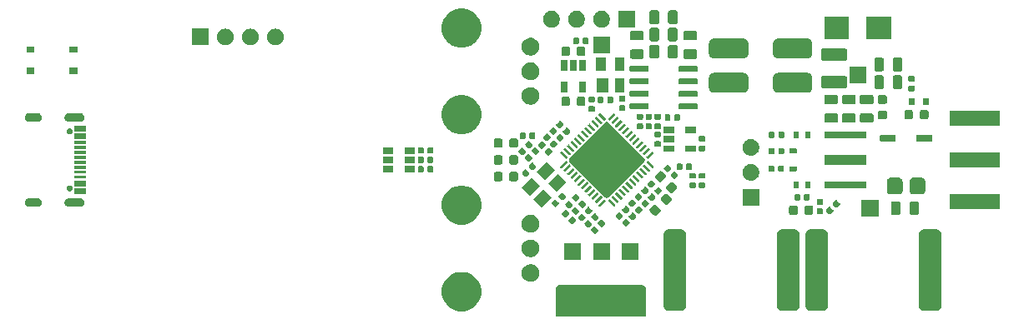
<source format=gbr>
G04 #@! TF.GenerationSoftware,KiCad,Pcbnew,5.1.5+dfsg1-2build2*
G04 #@! TF.CreationDate,2021-02-20T19:42:40+01:00*
G04 #@! TF.ProjectId,charge-hf,63686172-6765-42d6-9866-2e6b69636164,rev?*
G04 #@! TF.SameCoordinates,Original*
G04 #@! TF.FileFunction,Soldermask,Top*
G04 #@! TF.FilePolarity,Negative*
%FSLAX46Y46*%
G04 Gerber Fmt 4.6, Leading zero omitted, Abs format (unit mm)*
G04 Created by KiCad (PCBNEW 5.1.5+dfsg1-2build2) date 2021-02-20 19:42:40*
%MOMM*%
%LPD*%
G04 APERTURE LIST*
%ADD10C,0.100000*%
G04 APERTURE END LIST*
D10*
G36*
X163800000Y-93000000D02*
G01*
X163800000Y-95850000D01*
X154750000Y-95850000D01*
X154750000Y-93000000D01*
X155050000Y-92700000D01*
X163500000Y-92700000D01*
X163800000Y-93000000D01*
G37*
X163800000Y-93000000D02*
X163800000Y-95850000D01*
X154750000Y-95850000D01*
X154750000Y-93000000D01*
X155050000Y-92700000D01*
X163500000Y-92700000D01*
X163800000Y-93000000D01*
G36*
X145783378Y-91476859D02*
G01*
X146147355Y-91627623D01*
X146474926Y-91846499D01*
X146753501Y-92125074D01*
X146972377Y-92452645D01*
X147123141Y-92816622D01*
X147200000Y-93203017D01*
X147200000Y-93596983D01*
X147123141Y-93983378D01*
X146972377Y-94347355D01*
X146753501Y-94674926D01*
X146474926Y-94953501D01*
X146147355Y-95172377D01*
X145783378Y-95323141D01*
X145396983Y-95400000D01*
X145003017Y-95400000D01*
X144616622Y-95323141D01*
X144252645Y-95172377D01*
X143925074Y-94953501D01*
X143646499Y-94674926D01*
X143427623Y-94347355D01*
X143276859Y-93983378D01*
X143200000Y-93596983D01*
X143200000Y-93203017D01*
X143276859Y-92816622D01*
X143427623Y-92452645D01*
X143646499Y-92125074D01*
X143925074Y-91846499D01*
X144252645Y-91627623D01*
X144616622Y-91476859D01*
X145003017Y-91400000D01*
X145396983Y-91400000D01*
X145783378Y-91476859D01*
G37*
G36*
X193447214Y-87060928D02*
G01*
X193552717Y-87092932D01*
X193649939Y-87144897D01*
X193735162Y-87214838D01*
X193805103Y-87300061D01*
X193857068Y-87397283D01*
X193889072Y-87502786D01*
X193900000Y-87613732D01*
X193900000Y-94786268D01*
X193889072Y-94897214D01*
X193857068Y-95002717D01*
X193805103Y-95099939D01*
X193735162Y-95185162D01*
X193649939Y-95255103D01*
X193552717Y-95307068D01*
X193447214Y-95339072D01*
X193336268Y-95350000D01*
X192163732Y-95350000D01*
X192052786Y-95339072D01*
X191947283Y-95307068D01*
X191850061Y-95255103D01*
X191764838Y-95185162D01*
X191694897Y-95099939D01*
X191642932Y-95002717D01*
X191610928Y-94897214D01*
X191600000Y-94786268D01*
X191600000Y-87613732D01*
X191610928Y-87502786D01*
X191642932Y-87397283D01*
X191694897Y-87300061D01*
X191764838Y-87214838D01*
X191850061Y-87144897D01*
X191947283Y-87092932D01*
X192052786Y-87060928D01*
X192163732Y-87050000D01*
X193336268Y-87050000D01*
X193447214Y-87060928D01*
G37*
G36*
X167547214Y-87060928D02*
G01*
X167652717Y-87092932D01*
X167749939Y-87144897D01*
X167835162Y-87214838D01*
X167905103Y-87300061D01*
X167957068Y-87397283D01*
X167989072Y-87502786D01*
X168000000Y-87613732D01*
X168000000Y-94786268D01*
X167989072Y-94897214D01*
X167957068Y-95002717D01*
X167905103Y-95099939D01*
X167835162Y-95185162D01*
X167749939Y-95255103D01*
X167652717Y-95307068D01*
X167547214Y-95339072D01*
X167436268Y-95350000D01*
X166263732Y-95350000D01*
X166152786Y-95339072D01*
X166047283Y-95307068D01*
X165950061Y-95255103D01*
X165864838Y-95185162D01*
X165794897Y-95099939D01*
X165742932Y-95002717D01*
X165710928Y-94897214D01*
X165700000Y-94786268D01*
X165700000Y-87613732D01*
X165710928Y-87502786D01*
X165742932Y-87397283D01*
X165794897Y-87300061D01*
X165864838Y-87214838D01*
X165950061Y-87144897D01*
X166047283Y-87092932D01*
X166152786Y-87060928D01*
X166263732Y-87050000D01*
X167436268Y-87050000D01*
X167547214Y-87060928D01*
G37*
G36*
X181947214Y-87060928D02*
G01*
X182052717Y-87092932D01*
X182149939Y-87144897D01*
X182235162Y-87214838D01*
X182305103Y-87300061D01*
X182357068Y-87397283D01*
X182389072Y-87502786D01*
X182400000Y-87613732D01*
X182400000Y-94786268D01*
X182389072Y-94897214D01*
X182357068Y-95002717D01*
X182305103Y-95099939D01*
X182235162Y-95185162D01*
X182149939Y-95255103D01*
X182052717Y-95307068D01*
X181947214Y-95339072D01*
X181836268Y-95350000D01*
X180663732Y-95350000D01*
X180552786Y-95339072D01*
X180447283Y-95307068D01*
X180350061Y-95255103D01*
X180264838Y-95185162D01*
X180194897Y-95099939D01*
X180142932Y-95002717D01*
X180110928Y-94897214D01*
X180100000Y-94786268D01*
X180100000Y-87613732D01*
X180110928Y-87502786D01*
X180142932Y-87397283D01*
X180194897Y-87300061D01*
X180264838Y-87214838D01*
X180350061Y-87144897D01*
X180447283Y-87092932D01*
X180552786Y-87060928D01*
X180663732Y-87050000D01*
X181836268Y-87050000D01*
X181947214Y-87060928D01*
G37*
G36*
X179047214Y-87060928D02*
G01*
X179152717Y-87092932D01*
X179249939Y-87144897D01*
X179335162Y-87214838D01*
X179405103Y-87300061D01*
X179457068Y-87397283D01*
X179489072Y-87502786D01*
X179500000Y-87613732D01*
X179500000Y-94786268D01*
X179489072Y-94897214D01*
X179457068Y-95002717D01*
X179405103Y-95099939D01*
X179335162Y-95185162D01*
X179249939Y-95255103D01*
X179152717Y-95307068D01*
X179047214Y-95339072D01*
X178936268Y-95350000D01*
X177763732Y-95350000D01*
X177652786Y-95339072D01*
X177547283Y-95307068D01*
X177450061Y-95255103D01*
X177364838Y-95185162D01*
X177294897Y-95099939D01*
X177242932Y-95002717D01*
X177210928Y-94897214D01*
X177200000Y-94786268D01*
X177200000Y-87613732D01*
X177210928Y-87502786D01*
X177242932Y-87397283D01*
X177294897Y-87300061D01*
X177364838Y-87214838D01*
X177450061Y-87144897D01*
X177547283Y-87092932D01*
X177652786Y-87060928D01*
X177763732Y-87050000D01*
X178936268Y-87050000D01*
X179047214Y-87060928D01*
G37*
G36*
X152462520Y-90634586D02*
G01*
X152626310Y-90702430D01*
X152773717Y-90800924D01*
X152899076Y-90926283D01*
X152997570Y-91073690D01*
X153065414Y-91237480D01*
X153100000Y-91411358D01*
X153100000Y-91588642D01*
X153065414Y-91762520D01*
X152997570Y-91926310D01*
X152899076Y-92073717D01*
X152773717Y-92199076D01*
X152626310Y-92297570D01*
X152462520Y-92365414D01*
X152288642Y-92400000D01*
X152111358Y-92400000D01*
X151937480Y-92365414D01*
X151773690Y-92297570D01*
X151626283Y-92199076D01*
X151500924Y-92073717D01*
X151402430Y-91926310D01*
X151334586Y-91762520D01*
X151300000Y-91588642D01*
X151300000Y-91411358D01*
X151334586Y-91237480D01*
X151402430Y-91073690D01*
X151500924Y-90926283D01*
X151626283Y-90800924D01*
X151773690Y-90702430D01*
X151937480Y-90634586D01*
X152111358Y-90600000D01*
X152288642Y-90600000D01*
X152462520Y-90634586D01*
G37*
G36*
X160250000Y-90150000D02*
G01*
X158550000Y-90150000D01*
X158550000Y-88450000D01*
X160250000Y-88450000D01*
X160250000Y-90150000D01*
G37*
G36*
X157350000Y-90150000D02*
G01*
X155650000Y-90150000D01*
X155650000Y-88450000D01*
X157350000Y-88450000D01*
X157350000Y-90150000D01*
G37*
G36*
X163150000Y-90150000D02*
G01*
X161450000Y-90150000D01*
X161450000Y-88450000D01*
X163150000Y-88450000D01*
X163150000Y-90150000D01*
G37*
G36*
X152462520Y-88134586D02*
G01*
X152626310Y-88202430D01*
X152773717Y-88300924D01*
X152899076Y-88426283D01*
X152997570Y-88573690D01*
X153065414Y-88737480D01*
X153100000Y-88911358D01*
X153100000Y-89088642D01*
X153065414Y-89262520D01*
X152997570Y-89426310D01*
X152899076Y-89573717D01*
X152773717Y-89699076D01*
X152626310Y-89797570D01*
X152462520Y-89865414D01*
X152288642Y-89900000D01*
X152111358Y-89900000D01*
X151937480Y-89865414D01*
X151773690Y-89797570D01*
X151626283Y-89699076D01*
X151500924Y-89573717D01*
X151402430Y-89426310D01*
X151334586Y-89262520D01*
X151300000Y-89088642D01*
X151300000Y-88911358D01*
X151334586Y-88737480D01*
X151402430Y-88573690D01*
X151500924Y-88426283D01*
X151626283Y-88300924D01*
X151773690Y-88202430D01*
X151937480Y-88134586D01*
X152111358Y-88100000D01*
X152288642Y-88100000D01*
X152462520Y-88134586D01*
G37*
G36*
X158715688Y-86766708D02*
G01*
X158740992Y-86774384D01*
X158764310Y-86786847D01*
X158785703Y-86804405D01*
X159045595Y-87064297D01*
X159063153Y-87085690D01*
X159075616Y-87109008D01*
X159083292Y-87134312D01*
X159085884Y-87160625D01*
X159083292Y-87186938D01*
X159075616Y-87212242D01*
X159063153Y-87235560D01*
X159045595Y-87256953D01*
X158821059Y-87481489D01*
X158799666Y-87499047D01*
X158776348Y-87511510D01*
X158751044Y-87519186D01*
X158724731Y-87521778D01*
X158698418Y-87519186D01*
X158673114Y-87511510D01*
X158649796Y-87499047D01*
X158628403Y-87481489D01*
X158368511Y-87221597D01*
X158350953Y-87200204D01*
X158338490Y-87176886D01*
X158330814Y-87151582D01*
X158328222Y-87125269D01*
X158330814Y-87098956D01*
X158338490Y-87073652D01*
X158350953Y-87050334D01*
X158368511Y-87028941D01*
X158593047Y-86804405D01*
X158614440Y-86786847D01*
X158637758Y-86774384D01*
X158663062Y-86766708D01*
X158689375Y-86764116D01*
X158715688Y-86766708D01*
G37*
G36*
X152462520Y-85634586D02*
G01*
X152626310Y-85702430D01*
X152773717Y-85800924D01*
X152899076Y-85926283D01*
X152997570Y-86073690D01*
X153065414Y-86237480D01*
X153100000Y-86411358D01*
X153100000Y-86588642D01*
X153065414Y-86762520D01*
X152997570Y-86926310D01*
X152899076Y-87073717D01*
X152773717Y-87199076D01*
X152626310Y-87297570D01*
X152462520Y-87365414D01*
X152288642Y-87400000D01*
X152111358Y-87400000D01*
X151937480Y-87365414D01*
X151773690Y-87297570D01*
X151626283Y-87199076D01*
X151500924Y-87073717D01*
X151402430Y-86926310D01*
X151334586Y-86762520D01*
X151300000Y-86588642D01*
X151300000Y-86411358D01*
X151334586Y-86237480D01*
X151402430Y-86073690D01*
X151500924Y-85926283D01*
X151626283Y-85800924D01*
X151773690Y-85702430D01*
X151937480Y-85634586D01*
X152111358Y-85600000D01*
X152288642Y-85600000D01*
X152462520Y-85634586D01*
G37*
G36*
X158065688Y-86116708D02*
G01*
X158090992Y-86124384D01*
X158114310Y-86136847D01*
X158135703Y-86154405D01*
X158395595Y-86414297D01*
X158413153Y-86435690D01*
X158425616Y-86459008D01*
X158433292Y-86484312D01*
X158435884Y-86510625D01*
X158433292Y-86536938D01*
X158425616Y-86562242D01*
X158413153Y-86585560D01*
X158395595Y-86606953D01*
X158171059Y-86831489D01*
X158149666Y-86849047D01*
X158126348Y-86861510D01*
X158101044Y-86869186D01*
X158074731Y-86871778D01*
X158048418Y-86869186D01*
X158023114Y-86861510D01*
X157999796Y-86849047D01*
X157978403Y-86831489D01*
X157718511Y-86571597D01*
X157700953Y-86550204D01*
X157688490Y-86526886D01*
X157680814Y-86501582D01*
X157678222Y-86475269D01*
X157680814Y-86448956D01*
X157688490Y-86423652D01*
X157700953Y-86400334D01*
X157718511Y-86378941D01*
X157943047Y-86154405D01*
X157964440Y-86136847D01*
X157987758Y-86124384D01*
X158013062Y-86116708D01*
X158039375Y-86114116D01*
X158065688Y-86116708D01*
G37*
G36*
X159401582Y-86080814D02*
G01*
X159426886Y-86088490D01*
X159450204Y-86100953D01*
X159471597Y-86118511D01*
X159731489Y-86378403D01*
X159749047Y-86399796D01*
X159761510Y-86423114D01*
X159769186Y-86448418D01*
X159771778Y-86474731D01*
X159769186Y-86501044D01*
X159761510Y-86526348D01*
X159749047Y-86549666D01*
X159731489Y-86571059D01*
X159506953Y-86795595D01*
X159485560Y-86813153D01*
X159462242Y-86825616D01*
X159436938Y-86833292D01*
X159410625Y-86835884D01*
X159384312Y-86833292D01*
X159359008Y-86825616D01*
X159335690Y-86813153D01*
X159314297Y-86795595D01*
X159054405Y-86535703D01*
X159036847Y-86514310D01*
X159024384Y-86490992D01*
X159016708Y-86465688D01*
X159014116Y-86439375D01*
X159016708Y-86413062D01*
X159024384Y-86387758D01*
X159036847Y-86364440D01*
X159054405Y-86343047D01*
X159278941Y-86118511D01*
X159300334Y-86100953D01*
X159323652Y-86088490D01*
X159348956Y-86080814D01*
X159375269Y-86078222D01*
X159401582Y-86080814D01*
G37*
G36*
X161936938Y-86016708D02*
G01*
X161962242Y-86024384D01*
X161985560Y-86036847D01*
X162006953Y-86054405D01*
X162231489Y-86278941D01*
X162249047Y-86300334D01*
X162261510Y-86323652D01*
X162269186Y-86348956D01*
X162271778Y-86375269D01*
X162269186Y-86401582D01*
X162261510Y-86426886D01*
X162249047Y-86450204D01*
X162231489Y-86471597D01*
X161971597Y-86731489D01*
X161950204Y-86749047D01*
X161926886Y-86761510D01*
X161901582Y-86769186D01*
X161875269Y-86771778D01*
X161848956Y-86769186D01*
X161823652Y-86761510D01*
X161800334Y-86749047D01*
X161778941Y-86731489D01*
X161554405Y-86506953D01*
X161536847Y-86485560D01*
X161524384Y-86462242D01*
X161516708Y-86436938D01*
X161514116Y-86410625D01*
X161516708Y-86384312D01*
X161524384Y-86359008D01*
X161536847Y-86335690D01*
X161554405Y-86314297D01*
X161814297Y-86054405D01*
X161835690Y-86036847D01*
X161859008Y-86024384D01*
X161884312Y-86016708D01*
X161910625Y-86014116D01*
X161936938Y-86016708D01*
G37*
G36*
X145783378Y-82676859D02*
G01*
X146147355Y-82827623D01*
X146474926Y-83046499D01*
X146753501Y-83325074D01*
X146972377Y-83652645D01*
X147123141Y-84016622D01*
X147200000Y-84403017D01*
X147200000Y-84796983D01*
X147123141Y-85183378D01*
X146972377Y-85547355D01*
X146753501Y-85874926D01*
X146474926Y-86153501D01*
X146147355Y-86372377D01*
X145783378Y-86523141D01*
X145396983Y-86600000D01*
X145003017Y-86600000D01*
X144616622Y-86523141D01*
X144252645Y-86372377D01*
X143925074Y-86153501D01*
X143646499Y-85874926D01*
X143427623Y-85547355D01*
X143276859Y-85183378D01*
X143200000Y-84796983D01*
X143200000Y-84403017D01*
X143276859Y-84016622D01*
X143427623Y-83652645D01*
X143646499Y-83325074D01*
X143925074Y-83046499D01*
X144252645Y-82827623D01*
X144616622Y-82676859D01*
X145003017Y-82600000D01*
X145396983Y-82600000D01*
X145783378Y-82676859D01*
G37*
G36*
X156486938Y-85766708D02*
G01*
X156512242Y-85774384D01*
X156535560Y-85786847D01*
X156556953Y-85804405D01*
X156781489Y-86028941D01*
X156799047Y-86050334D01*
X156811510Y-86073652D01*
X156819186Y-86098956D01*
X156821778Y-86125269D01*
X156819186Y-86151582D01*
X156811510Y-86176886D01*
X156799047Y-86200204D01*
X156781489Y-86221597D01*
X156521597Y-86481489D01*
X156500204Y-86499047D01*
X156476886Y-86511510D01*
X156451582Y-86519186D01*
X156425269Y-86521778D01*
X156398956Y-86519186D01*
X156373652Y-86511510D01*
X156350334Y-86499047D01*
X156328941Y-86481489D01*
X156104405Y-86256953D01*
X156086847Y-86235560D01*
X156074384Y-86212242D01*
X156066708Y-86186938D01*
X156064116Y-86160625D01*
X156066708Y-86134312D01*
X156074384Y-86109008D01*
X156086847Y-86085690D01*
X156104405Y-86064297D01*
X156364297Y-85804405D01*
X156385690Y-85786847D01*
X156409008Y-85774384D01*
X156434312Y-85766708D01*
X156460625Y-85764116D01*
X156486938Y-85766708D01*
G37*
G36*
X157415688Y-85466708D02*
G01*
X157440992Y-85474384D01*
X157464310Y-85486847D01*
X157485703Y-85504405D01*
X157745595Y-85764297D01*
X157763153Y-85785690D01*
X157775616Y-85809008D01*
X157783292Y-85834312D01*
X157785884Y-85860625D01*
X157783292Y-85886938D01*
X157775616Y-85912242D01*
X157763153Y-85935560D01*
X157745595Y-85956953D01*
X157521059Y-86181489D01*
X157499666Y-86199047D01*
X157476348Y-86211510D01*
X157451044Y-86219186D01*
X157424731Y-86221778D01*
X157398418Y-86219186D01*
X157373114Y-86211510D01*
X157349796Y-86199047D01*
X157328403Y-86181489D01*
X157068511Y-85921597D01*
X157050953Y-85900204D01*
X157038490Y-85876886D01*
X157030814Y-85851582D01*
X157028222Y-85825269D01*
X157030814Y-85798956D01*
X157038490Y-85773652D01*
X157050953Y-85750334D01*
X157068511Y-85728941D01*
X157293047Y-85504405D01*
X157314440Y-85486847D01*
X157337758Y-85474384D01*
X157363062Y-85466708D01*
X157389375Y-85464116D01*
X157415688Y-85466708D01*
G37*
G36*
X158751582Y-85430814D02*
G01*
X158776886Y-85438490D01*
X158800204Y-85450953D01*
X158821597Y-85468511D01*
X159081489Y-85728403D01*
X159099047Y-85749796D01*
X159111510Y-85773114D01*
X159119186Y-85798418D01*
X159121778Y-85824731D01*
X159119186Y-85851044D01*
X159111510Y-85876348D01*
X159099047Y-85899666D01*
X159081489Y-85921059D01*
X158856953Y-86145595D01*
X158835560Y-86163153D01*
X158812242Y-86175616D01*
X158786938Y-86183292D01*
X158760625Y-86185884D01*
X158734312Y-86183292D01*
X158709008Y-86175616D01*
X158685690Y-86163153D01*
X158664297Y-86145595D01*
X158404405Y-85885703D01*
X158386847Y-85864310D01*
X158374384Y-85840992D01*
X158366708Y-85815688D01*
X158364116Y-85789375D01*
X158366708Y-85763062D01*
X158374384Y-85737758D01*
X158386847Y-85714440D01*
X158404405Y-85693047D01*
X158628941Y-85468511D01*
X158650334Y-85450953D01*
X158673652Y-85438490D01*
X158698956Y-85430814D01*
X158725269Y-85428222D01*
X158751582Y-85430814D01*
G37*
G36*
X162586938Y-85366708D02*
G01*
X162612242Y-85374384D01*
X162635560Y-85386847D01*
X162656953Y-85404405D01*
X162881489Y-85628941D01*
X162899047Y-85650334D01*
X162911510Y-85673652D01*
X162919186Y-85698956D01*
X162921778Y-85725269D01*
X162919186Y-85751582D01*
X162911510Y-85776886D01*
X162899047Y-85800204D01*
X162881489Y-85821597D01*
X162621597Y-86081489D01*
X162600204Y-86099047D01*
X162576886Y-86111510D01*
X162551582Y-86119186D01*
X162525269Y-86121778D01*
X162498956Y-86119186D01*
X162473652Y-86111510D01*
X162450334Y-86099047D01*
X162428941Y-86081489D01*
X162204405Y-85856953D01*
X162186847Y-85835560D01*
X162174384Y-85812242D01*
X162166708Y-85786938D01*
X162164116Y-85760625D01*
X162166708Y-85734312D01*
X162174384Y-85709008D01*
X162186847Y-85685690D01*
X162204405Y-85664297D01*
X162464297Y-85404405D01*
X162485690Y-85386847D01*
X162509008Y-85374384D01*
X162534312Y-85366708D01*
X162560625Y-85364116D01*
X162586938Y-85366708D01*
G37*
G36*
X161251044Y-85330814D02*
G01*
X161276348Y-85338490D01*
X161299666Y-85350953D01*
X161321059Y-85368511D01*
X161545595Y-85593047D01*
X161563153Y-85614440D01*
X161575616Y-85637758D01*
X161583292Y-85663062D01*
X161585884Y-85689375D01*
X161583292Y-85715688D01*
X161575616Y-85740992D01*
X161563153Y-85764310D01*
X161545595Y-85785703D01*
X161285703Y-86045595D01*
X161264310Y-86063153D01*
X161240992Y-86075616D01*
X161215688Y-86083292D01*
X161189375Y-86085884D01*
X161163062Y-86083292D01*
X161137758Y-86075616D01*
X161114440Y-86063153D01*
X161093047Y-86045595D01*
X160868511Y-85821059D01*
X160850953Y-85799666D01*
X160838490Y-85776348D01*
X160830814Y-85751044D01*
X160828222Y-85724731D01*
X160830814Y-85698418D01*
X160838490Y-85673114D01*
X160850953Y-85649796D01*
X160868511Y-85628403D01*
X161128403Y-85368511D01*
X161149796Y-85350953D01*
X161173114Y-85338490D01*
X161198418Y-85330814D01*
X161224731Y-85328222D01*
X161251044Y-85330814D01*
G37*
G36*
X155801044Y-85080814D02*
G01*
X155826348Y-85088490D01*
X155849666Y-85100953D01*
X155871059Y-85118511D01*
X156095595Y-85343047D01*
X156113153Y-85364440D01*
X156125616Y-85387758D01*
X156133292Y-85413062D01*
X156135884Y-85439375D01*
X156133292Y-85465688D01*
X156125616Y-85490992D01*
X156113153Y-85514310D01*
X156095595Y-85535703D01*
X155835703Y-85795595D01*
X155814310Y-85813153D01*
X155790992Y-85825616D01*
X155765688Y-85833292D01*
X155739375Y-85835884D01*
X155713062Y-85833292D01*
X155687758Y-85825616D01*
X155664440Y-85813153D01*
X155643047Y-85795595D01*
X155418511Y-85571059D01*
X155400953Y-85549666D01*
X155388490Y-85526348D01*
X155380814Y-85501044D01*
X155378222Y-85474731D01*
X155380814Y-85448418D01*
X155388490Y-85423114D01*
X155400953Y-85399796D01*
X155418511Y-85378403D01*
X155678403Y-85118511D01*
X155699796Y-85100953D01*
X155723114Y-85088490D01*
X155748418Y-85080814D01*
X155774731Y-85078222D01*
X155801044Y-85080814D01*
G37*
G36*
X187500000Y-85800000D02*
G01*
X185800000Y-85800000D01*
X185800000Y-84100000D01*
X187500000Y-84100000D01*
X187500000Y-85800000D01*
G37*
G36*
X164856853Y-84551126D02*
G01*
X164895518Y-84562855D01*
X164931153Y-84581902D01*
X164963347Y-84608323D01*
X164971310Y-84616286D01*
X164971316Y-84616291D01*
X165333709Y-84978684D01*
X165333714Y-84978690D01*
X165341677Y-84986653D01*
X165368098Y-85018847D01*
X165387145Y-85054482D01*
X165398874Y-85093147D01*
X165402835Y-85133364D01*
X165398874Y-85173581D01*
X165387145Y-85212246D01*
X165368098Y-85247881D01*
X165341677Y-85280075D01*
X165333714Y-85288038D01*
X165333709Y-85288044D01*
X165024350Y-85597403D01*
X165024344Y-85597408D01*
X165016381Y-85605371D01*
X164984187Y-85631792D01*
X164948552Y-85650839D01*
X164909887Y-85662568D01*
X164869670Y-85666529D01*
X164829453Y-85662568D01*
X164790788Y-85650839D01*
X164755153Y-85631792D01*
X164722959Y-85605371D01*
X164714996Y-85597408D01*
X164714990Y-85597403D01*
X164352597Y-85235010D01*
X164352592Y-85235004D01*
X164344629Y-85227041D01*
X164318208Y-85194847D01*
X164299161Y-85159212D01*
X164287432Y-85120547D01*
X164283471Y-85080330D01*
X164287432Y-85040113D01*
X164299161Y-85001448D01*
X164318208Y-84965813D01*
X164344629Y-84933619D01*
X164352592Y-84925656D01*
X164352597Y-84925650D01*
X164661956Y-84616291D01*
X164661962Y-84616286D01*
X164669925Y-84608323D01*
X164702119Y-84581902D01*
X164737754Y-84562855D01*
X164776419Y-84551126D01*
X164816636Y-84547165D01*
X164856853Y-84551126D01*
G37*
G36*
X191438840Y-84204563D02*
G01*
X191482203Y-84217716D01*
X191522159Y-84239074D01*
X191557183Y-84267817D01*
X191585926Y-84302841D01*
X191607284Y-84342797D01*
X191620437Y-84386160D01*
X191625000Y-84432482D01*
X191625000Y-85367518D01*
X191620437Y-85413840D01*
X191607284Y-85457203D01*
X191585926Y-85497159D01*
X191557183Y-85532183D01*
X191522159Y-85560926D01*
X191482203Y-85582284D01*
X191438840Y-85595437D01*
X191392518Y-85600000D01*
X190882482Y-85600000D01*
X190836160Y-85595437D01*
X190792797Y-85582284D01*
X190752841Y-85560926D01*
X190717817Y-85532183D01*
X190689074Y-85497159D01*
X190667716Y-85457203D01*
X190654563Y-85413840D01*
X190650000Y-85367518D01*
X190650000Y-84432482D01*
X190654563Y-84386160D01*
X190667716Y-84342797D01*
X190689074Y-84302841D01*
X190717817Y-84267817D01*
X190752841Y-84239074D01*
X190792797Y-84217716D01*
X190836160Y-84204563D01*
X190882482Y-84200000D01*
X191392518Y-84200000D01*
X191438840Y-84204563D01*
G37*
G36*
X189563840Y-84204563D02*
G01*
X189607203Y-84217716D01*
X189647159Y-84239074D01*
X189682183Y-84267817D01*
X189710926Y-84302841D01*
X189732284Y-84342797D01*
X189745437Y-84386160D01*
X189750000Y-84432482D01*
X189750000Y-85367518D01*
X189745437Y-85413840D01*
X189732284Y-85457203D01*
X189710926Y-85497159D01*
X189682183Y-85532183D01*
X189647159Y-85560926D01*
X189607203Y-85582284D01*
X189563840Y-85595437D01*
X189517518Y-85600000D01*
X189007482Y-85600000D01*
X188961160Y-85595437D01*
X188917797Y-85582284D01*
X188877841Y-85560926D01*
X188842817Y-85532183D01*
X188814074Y-85497159D01*
X188792716Y-85457203D01*
X188779563Y-85413840D01*
X188775000Y-85367518D01*
X188775000Y-84432482D01*
X188779563Y-84386160D01*
X188792716Y-84342797D01*
X188814074Y-84302841D01*
X188842817Y-84267817D01*
X188877841Y-84239074D01*
X188917797Y-84217716D01*
X188961160Y-84204563D01*
X189007482Y-84200000D01*
X189517518Y-84200000D01*
X189563840Y-84204563D01*
G37*
G36*
X179133967Y-84629082D02*
G01*
X179172632Y-84640811D01*
X179208267Y-84659858D01*
X179239505Y-84685495D01*
X179265142Y-84716733D01*
X179284189Y-84752368D01*
X179295918Y-84791033D01*
X179300000Y-84832482D01*
X179300000Y-85367518D01*
X179295918Y-85408967D01*
X179284189Y-85447632D01*
X179265142Y-85483267D01*
X179239505Y-85514505D01*
X179208267Y-85540142D01*
X179172632Y-85559189D01*
X179133967Y-85570918D01*
X179092518Y-85575000D01*
X178632482Y-85575000D01*
X178591033Y-85570918D01*
X178552368Y-85559189D01*
X178516733Y-85540142D01*
X178485495Y-85514505D01*
X178459858Y-85483267D01*
X178440811Y-85447632D01*
X178429082Y-85408967D01*
X178425000Y-85367518D01*
X178425000Y-84832482D01*
X178429082Y-84791033D01*
X178440811Y-84752368D01*
X178459858Y-84716733D01*
X178485495Y-84685495D01*
X178516733Y-84659858D01*
X178552368Y-84640811D01*
X178591033Y-84629082D01*
X178632482Y-84625000D01*
X179092518Y-84625000D01*
X179133967Y-84629082D01*
G37*
G36*
X180708967Y-84629082D02*
G01*
X180747632Y-84640811D01*
X180783267Y-84659858D01*
X180814505Y-84685495D01*
X180840142Y-84716733D01*
X180859189Y-84752368D01*
X180870918Y-84791033D01*
X180875000Y-84832482D01*
X180875000Y-85367518D01*
X180870918Y-85408967D01*
X180859189Y-85447632D01*
X180840142Y-85483267D01*
X180814505Y-85514505D01*
X180783267Y-85540142D01*
X180747632Y-85559189D01*
X180708967Y-85570918D01*
X180667518Y-85575000D01*
X180207482Y-85575000D01*
X180166033Y-85570918D01*
X180127368Y-85559189D01*
X180091733Y-85540142D01*
X180060495Y-85514505D01*
X180034858Y-85483267D01*
X180015811Y-85447632D01*
X180004082Y-85408967D01*
X180000000Y-85367518D01*
X180000000Y-84832482D01*
X180004082Y-84791033D01*
X180015811Y-84752368D01*
X180034858Y-84716733D01*
X180060495Y-84685495D01*
X180091733Y-84659858D01*
X180127368Y-84640811D01*
X180166033Y-84629082D01*
X180207482Y-84625000D01*
X180667518Y-84625000D01*
X180708967Y-84629082D01*
G37*
G36*
X156765688Y-84816708D02*
G01*
X156790992Y-84824384D01*
X156814310Y-84836847D01*
X156835703Y-84854405D01*
X157095595Y-85114297D01*
X157113153Y-85135690D01*
X157125616Y-85159008D01*
X157133292Y-85184312D01*
X157135884Y-85210625D01*
X157133292Y-85236938D01*
X157125616Y-85262242D01*
X157113153Y-85285560D01*
X157095595Y-85306953D01*
X156871059Y-85531489D01*
X156849666Y-85549047D01*
X156826348Y-85561510D01*
X156801044Y-85569186D01*
X156774731Y-85571778D01*
X156748418Y-85569186D01*
X156723114Y-85561510D01*
X156699796Y-85549047D01*
X156678403Y-85531489D01*
X156418511Y-85271597D01*
X156400953Y-85250204D01*
X156388490Y-85226886D01*
X156380814Y-85201582D01*
X156378222Y-85175269D01*
X156380814Y-85148956D01*
X156388490Y-85123652D01*
X156400953Y-85100334D01*
X156418511Y-85078941D01*
X156643047Y-84854405D01*
X156664440Y-84836847D01*
X156687758Y-84824384D01*
X156713062Y-84816708D01*
X156739375Y-84814116D01*
X156765688Y-84816708D01*
G37*
G36*
X158101582Y-84780814D02*
G01*
X158126886Y-84788490D01*
X158150204Y-84800953D01*
X158171597Y-84818511D01*
X158431489Y-85078403D01*
X158449047Y-85099796D01*
X158461510Y-85123114D01*
X158469186Y-85148418D01*
X158471778Y-85174731D01*
X158469186Y-85201044D01*
X158461510Y-85226348D01*
X158449047Y-85249666D01*
X158431489Y-85271059D01*
X158206953Y-85495595D01*
X158185560Y-85513153D01*
X158162242Y-85525616D01*
X158136938Y-85533292D01*
X158110625Y-85535884D01*
X158084312Y-85533292D01*
X158059008Y-85525616D01*
X158035690Y-85513153D01*
X158014297Y-85495595D01*
X157754405Y-85235703D01*
X157736847Y-85214310D01*
X157724384Y-85190992D01*
X157716708Y-85165688D01*
X157714116Y-85139375D01*
X157716708Y-85113062D01*
X157724384Y-85087758D01*
X157736847Y-85064440D01*
X157754405Y-85043047D01*
X157978941Y-84818511D01*
X158000334Y-84800953D01*
X158023652Y-84788490D01*
X158048956Y-84780814D01*
X158075269Y-84778222D01*
X158101582Y-84780814D01*
G37*
G36*
X181761313Y-84942713D02*
G01*
X181786617Y-84950389D01*
X181809935Y-84962852D01*
X181830373Y-84979627D01*
X181847148Y-85000065D01*
X181859611Y-85023383D01*
X181867287Y-85048687D01*
X181870000Y-85076231D01*
X181870000Y-85393769D01*
X181867287Y-85421313D01*
X181859611Y-85446617D01*
X181847149Y-85469933D01*
X181830373Y-85490373D01*
X181809935Y-85507148D01*
X181786617Y-85519611D01*
X181761313Y-85527287D01*
X181733769Y-85530000D01*
X181366231Y-85530000D01*
X181338687Y-85527287D01*
X181313383Y-85519611D01*
X181290065Y-85507148D01*
X181269627Y-85490373D01*
X181252851Y-85469933D01*
X181240389Y-85446617D01*
X181232713Y-85421313D01*
X181230000Y-85393769D01*
X181230000Y-85076231D01*
X181232713Y-85048687D01*
X181240389Y-85023383D01*
X181252852Y-85000065D01*
X181269627Y-84979627D01*
X181290065Y-84962852D01*
X181313383Y-84950389D01*
X181338687Y-84942713D01*
X181366231Y-84940000D01*
X181733769Y-84940000D01*
X181761313Y-84942713D01*
G37*
G36*
X182565688Y-84766708D02*
G01*
X182590992Y-84774384D01*
X182614310Y-84786847D01*
X182635703Y-84804405D01*
X182895595Y-85064297D01*
X182913153Y-85085690D01*
X182925616Y-85109008D01*
X182933292Y-85134312D01*
X182935884Y-85160625D01*
X182933292Y-85186938D01*
X182925616Y-85212242D01*
X182913153Y-85235560D01*
X182895595Y-85256953D01*
X182671059Y-85481489D01*
X182649666Y-85499047D01*
X182626348Y-85511510D01*
X182601044Y-85519186D01*
X182574731Y-85521778D01*
X182548418Y-85519186D01*
X182523114Y-85511510D01*
X182499796Y-85499047D01*
X182478403Y-85481489D01*
X182218511Y-85221597D01*
X182200953Y-85200204D01*
X182188490Y-85176886D01*
X182180814Y-85151582D01*
X182178222Y-85125269D01*
X182180814Y-85098956D01*
X182188490Y-85073652D01*
X182200953Y-85050334D01*
X182218511Y-85028941D01*
X182443047Y-84804405D01*
X182464440Y-84786847D01*
X182487758Y-84774384D01*
X182513062Y-84766708D01*
X182539375Y-84764116D01*
X182565688Y-84766708D01*
G37*
G36*
X163236938Y-84716708D02*
G01*
X163262242Y-84724384D01*
X163285560Y-84736847D01*
X163306953Y-84754405D01*
X163531489Y-84978941D01*
X163549047Y-85000334D01*
X163561510Y-85023652D01*
X163569186Y-85048956D01*
X163571778Y-85075269D01*
X163569186Y-85101582D01*
X163561510Y-85126886D01*
X163549047Y-85150204D01*
X163531489Y-85171597D01*
X163271597Y-85431489D01*
X163250204Y-85449047D01*
X163226886Y-85461510D01*
X163201582Y-85469186D01*
X163175269Y-85471778D01*
X163148956Y-85469186D01*
X163123652Y-85461510D01*
X163100334Y-85449047D01*
X163078941Y-85431489D01*
X162854405Y-85206953D01*
X162836847Y-85185560D01*
X162824384Y-85162242D01*
X162816708Y-85136938D01*
X162814116Y-85110625D01*
X162816708Y-85084312D01*
X162824384Y-85059008D01*
X162836847Y-85035690D01*
X162854405Y-85014297D01*
X163114297Y-84754405D01*
X163135690Y-84736847D01*
X163159008Y-84724384D01*
X163184312Y-84716708D01*
X163210625Y-84714116D01*
X163236938Y-84716708D01*
G37*
G36*
X161901044Y-84680814D02*
G01*
X161926348Y-84688490D01*
X161949666Y-84700953D01*
X161971059Y-84718511D01*
X162195595Y-84943047D01*
X162213153Y-84964440D01*
X162225616Y-84987758D01*
X162233292Y-85013062D01*
X162235884Y-85039375D01*
X162233292Y-85065688D01*
X162225616Y-85090992D01*
X162213153Y-85114310D01*
X162195595Y-85135703D01*
X161935703Y-85395595D01*
X161914310Y-85413153D01*
X161890992Y-85425616D01*
X161865688Y-85433292D01*
X161839375Y-85435884D01*
X161813062Y-85433292D01*
X161787758Y-85425616D01*
X161764440Y-85413153D01*
X161743047Y-85395595D01*
X161518511Y-85171059D01*
X161500953Y-85149666D01*
X161488490Y-85126348D01*
X161480814Y-85101044D01*
X161478222Y-85074731D01*
X161480814Y-85048418D01*
X161488490Y-85023114D01*
X161500953Y-84999796D01*
X161518511Y-84978403D01*
X161778403Y-84718511D01*
X161799796Y-84700953D01*
X161823114Y-84688490D01*
X161848418Y-84680814D01*
X161874731Y-84678222D01*
X161901044Y-84680814D01*
G37*
G36*
X199790000Y-85000000D02*
G01*
X194710000Y-85000000D01*
X194710000Y-83500000D01*
X199790000Y-83500000D01*
X199790000Y-85000000D01*
G37*
G36*
X156115688Y-84166708D02*
G01*
X156140992Y-84174384D01*
X156164310Y-84186847D01*
X156185703Y-84204405D01*
X156445595Y-84464297D01*
X156463153Y-84485690D01*
X156475616Y-84509008D01*
X156483292Y-84534312D01*
X156485884Y-84560625D01*
X156483292Y-84586938D01*
X156475616Y-84612242D01*
X156463153Y-84635560D01*
X156445595Y-84656953D01*
X156221059Y-84881489D01*
X156199666Y-84899047D01*
X156176348Y-84911510D01*
X156151044Y-84919186D01*
X156124731Y-84921778D01*
X156098418Y-84919186D01*
X156073114Y-84911510D01*
X156049796Y-84899047D01*
X156028403Y-84881489D01*
X155768511Y-84621597D01*
X155750953Y-84600204D01*
X155738490Y-84576886D01*
X155730814Y-84551582D01*
X155728222Y-84525269D01*
X155730814Y-84498956D01*
X155738490Y-84473652D01*
X155750953Y-84450334D01*
X155768511Y-84428941D01*
X155993047Y-84204405D01*
X156014440Y-84186847D01*
X156037758Y-84174384D01*
X156063062Y-84166708D01*
X156089375Y-84164116D01*
X156115688Y-84166708D01*
G37*
G36*
X157451582Y-84130814D02*
G01*
X157476886Y-84138490D01*
X157500204Y-84150953D01*
X157521597Y-84168511D01*
X157781489Y-84428403D01*
X157799047Y-84449796D01*
X157811510Y-84473114D01*
X157819186Y-84498418D01*
X157821778Y-84524731D01*
X157819186Y-84551044D01*
X157811510Y-84576348D01*
X157799047Y-84599666D01*
X157781489Y-84621059D01*
X157556953Y-84845595D01*
X157535560Y-84863153D01*
X157512242Y-84875616D01*
X157486938Y-84883292D01*
X157460625Y-84885884D01*
X157434312Y-84883292D01*
X157409008Y-84875616D01*
X157385690Y-84863153D01*
X157364297Y-84845595D01*
X157104405Y-84585703D01*
X157086847Y-84564310D01*
X157074384Y-84540992D01*
X157066708Y-84515688D01*
X157064116Y-84489375D01*
X157066708Y-84463062D01*
X157074384Y-84437758D01*
X157086847Y-84414440D01*
X157104405Y-84393047D01*
X157328941Y-84168511D01*
X157350334Y-84150953D01*
X157373652Y-84138490D01*
X157398956Y-84130814D01*
X157425269Y-84128222D01*
X157451582Y-84130814D01*
G37*
G36*
X183251582Y-84080814D02*
G01*
X183276886Y-84088490D01*
X183300204Y-84100953D01*
X183321597Y-84118511D01*
X183581489Y-84378403D01*
X183599047Y-84399796D01*
X183611510Y-84423114D01*
X183619186Y-84448418D01*
X183621778Y-84474731D01*
X183619186Y-84501044D01*
X183611510Y-84526348D01*
X183599047Y-84549666D01*
X183581489Y-84571059D01*
X183356953Y-84795595D01*
X183335560Y-84813153D01*
X183312242Y-84825616D01*
X183286938Y-84833292D01*
X183260625Y-84835884D01*
X183234312Y-84833292D01*
X183209008Y-84825616D01*
X183185690Y-84813153D01*
X183164297Y-84795595D01*
X182904405Y-84535703D01*
X182886847Y-84514310D01*
X182874384Y-84490992D01*
X182866708Y-84465688D01*
X182864116Y-84439375D01*
X182866708Y-84413062D01*
X182874384Y-84387758D01*
X182886847Y-84364440D01*
X182904405Y-84343047D01*
X183128941Y-84118511D01*
X183150334Y-84100953D01*
X183173652Y-84088490D01*
X183198956Y-84080814D01*
X183225269Y-84078222D01*
X183251582Y-84080814D01*
G37*
G36*
X163886938Y-84066708D02*
G01*
X163912242Y-84074384D01*
X163935560Y-84086847D01*
X163956953Y-84104405D01*
X164181489Y-84328941D01*
X164199047Y-84350334D01*
X164211510Y-84373652D01*
X164219186Y-84398956D01*
X164221778Y-84425269D01*
X164219186Y-84451582D01*
X164211510Y-84476886D01*
X164199047Y-84500204D01*
X164181489Y-84521597D01*
X163921597Y-84781489D01*
X163900204Y-84799047D01*
X163876886Y-84811510D01*
X163851582Y-84819186D01*
X163825269Y-84821778D01*
X163798956Y-84819186D01*
X163773652Y-84811510D01*
X163750334Y-84799047D01*
X163728941Y-84781489D01*
X163504405Y-84556953D01*
X163486847Y-84535560D01*
X163474384Y-84512242D01*
X163466708Y-84486938D01*
X163464116Y-84460625D01*
X163466708Y-84434312D01*
X163474384Y-84409008D01*
X163486847Y-84385690D01*
X163504405Y-84364297D01*
X163764297Y-84104405D01*
X163785690Y-84086847D01*
X163809008Y-84074384D01*
X163834312Y-84066708D01*
X163860625Y-84064116D01*
X163886938Y-84066708D01*
G37*
G36*
X154331371Y-83821320D02*
G01*
X153341421Y-84811270D01*
X152492893Y-83962742D01*
X153482843Y-82972792D01*
X154331371Y-83821320D01*
G37*
G36*
X154735688Y-84036708D02*
G01*
X154760992Y-84044384D01*
X154784310Y-84056847D01*
X154805703Y-84074405D01*
X155065595Y-84334297D01*
X155083153Y-84355690D01*
X155095616Y-84379008D01*
X155103292Y-84404312D01*
X155105884Y-84430625D01*
X155103292Y-84456938D01*
X155095616Y-84482242D01*
X155083153Y-84505560D01*
X155065595Y-84526953D01*
X154841059Y-84751489D01*
X154819666Y-84769047D01*
X154796348Y-84781510D01*
X154771044Y-84789186D01*
X154744731Y-84791778D01*
X154718418Y-84789186D01*
X154693114Y-84781510D01*
X154669796Y-84769047D01*
X154648403Y-84751489D01*
X154388511Y-84491597D01*
X154370953Y-84470204D01*
X154358490Y-84446886D01*
X154350814Y-84421582D01*
X154348222Y-84395269D01*
X154350814Y-84368956D01*
X154358490Y-84343652D01*
X154370953Y-84320334D01*
X154388511Y-84298941D01*
X154613047Y-84074405D01*
X154634440Y-84056847D01*
X154657758Y-84044384D01*
X154683062Y-84036708D01*
X154709375Y-84034116D01*
X154735688Y-84036708D01*
G37*
G36*
X162551044Y-84030814D02*
G01*
X162576348Y-84038490D01*
X162599666Y-84050953D01*
X162621059Y-84068511D01*
X162845595Y-84293047D01*
X162863153Y-84314440D01*
X162875616Y-84337758D01*
X162883292Y-84363062D01*
X162885884Y-84389375D01*
X162883292Y-84415688D01*
X162875616Y-84440992D01*
X162863153Y-84464310D01*
X162845595Y-84485703D01*
X162585703Y-84745595D01*
X162564310Y-84763153D01*
X162540992Y-84775616D01*
X162515688Y-84783292D01*
X162489375Y-84785884D01*
X162463062Y-84783292D01*
X162437758Y-84775616D01*
X162414440Y-84763153D01*
X162393047Y-84745595D01*
X162168511Y-84521059D01*
X162150953Y-84499666D01*
X162138490Y-84476348D01*
X162130814Y-84451044D01*
X162128222Y-84424731D01*
X162130814Y-84398418D01*
X162138490Y-84373114D01*
X162150953Y-84349796D01*
X162168511Y-84328403D01*
X162428403Y-84068511D01*
X162449796Y-84050953D01*
X162473114Y-84038490D01*
X162498418Y-84030814D01*
X162524731Y-84028222D01*
X162551044Y-84030814D01*
G37*
G36*
X102248215Y-83876511D02*
G01*
X102318126Y-83897718D01*
X102333045Y-83902244D01*
X102411217Y-83944029D01*
X102479738Y-84000262D01*
X102535971Y-84068783D01*
X102577756Y-84146955D01*
X102578969Y-84150953D01*
X102603489Y-84231785D01*
X102612177Y-84320000D01*
X102603489Y-84408215D01*
X102584345Y-84471322D01*
X102577756Y-84493045D01*
X102535971Y-84571217D01*
X102479738Y-84639738D01*
X102411217Y-84695971D01*
X102333045Y-84737756D01*
X102318126Y-84742281D01*
X102248215Y-84763489D01*
X102182105Y-84770000D01*
X101337895Y-84770000D01*
X101271785Y-84763489D01*
X101201874Y-84742281D01*
X101186955Y-84737756D01*
X101108783Y-84695971D01*
X101040262Y-84639738D01*
X100984029Y-84571217D01*
X100942244Y-84493045D01*
X100935655Y-84471322D01*
X100916511Y-84408215D01*
X100907823Y-84320000D01*
X100916511Y-84231785D01*
X100941031Y-84150953D01*
X100942244Y-84146955D01*
X100984029Y-84068783D01*
X101040262Y-84000262D01*
X101108783Y-83944029D01*
X101186955Y-83902244D01*
X101201874Y-83897718D01*
X101271785Y-83876511D01*
X101337895Y-83870000D01*
X102182105Y-83870000D01*
X102248215Y-83876511D01*
G37*
G36*
X106568215Y-83876511D02*
G01*
X106638126Y-83897718D01*
X106653045Y-83902244D01*
X106731217Y-83944029D01*
X106799738Y-84000262D01*
X106855971Y-84068783D01*
X106897756Y-84146955D01*
X106898969Y-84150953D01*
X106923489Y-84231785D01*
X106932177Y-84320000D01*
X106923489Y-84408215D01*
X106904345Y-84471322D01*
X106897756Y-84493045D01*
X106855971Y-84571217D01*
X106799738Y-84639738D01*
X106731217Y-84695971D01*
X106653045Y-84737756D01*
X106638126Y-84742281D01*
X106568215Y-84763489D01*
X106502105Y-84770000D01*
X105357895Y-84770000D01*
X105291785Y-84763489D01*
X105221874Y-84742281D01*
X105206955Y-84737756D01*
X105128783Y-84695971D01*
X105060262Y-84639738D01*
X105004029Y-84571217D01*
X104962244Y-84493045D01*
X104955655Y-84471322D01*
X104936511Y-84408215D01*
X104927823Y-84320000D01*
X104936511Y-84231785D01*
X104961031Y-84150953D01*
X104962244Y-84146955D01*
X105004029Y-84068783D01*
X105060262Y-84000262D01*
X105128783Y-83944029D01*
X105206955Y-83902244D01*
X105221874Y-83897718D01*
X105291785Y-83876511D01*
X105357895Y-83870000D01*
X106502105Y-83870000D01*
X106568215Y-83876511D01*
G37*
G36*
X159694570Y-83999266D02*
G01*
X159703920Y-84002102D01*
X159712545Y-84006713D01*
X159721060Y-84013701D01*
X159825386Y-84118027D01*
X159832374Y-84126542D01*
X159836985Y-84135167D01*
X159839821Y-84144517D01*
X159840780Y-84154252D01*
X159839821Y-84163987D01*
X159836985Y-84173337D01*
X159832374Y-84181962D01*
X159825386Y-84190477D01*
X159279118Y-84736745D01*
X159270603Y-84743733D01*
X159261978Y-84748344D01*
X159252628Y-84751180D01*
X159242893Y-84752139D01*
X159233158Y-84751180D01*
X159223808Y-84748344D01*
X159215183Y-84743733D01*
X159206668Y-84736745D01*
X159102342Y-84632419D01*
X159095354Y-84623904D01*
X159090743Y-84615279D01*
X159087907Y-84605929D01*
X159086948Y-84596194D01*
X159087907Y-84586459D01*
X159090743Y-84577109D01*
X159095354Y-84568484D01*
X159102342Y-84559969D01*
X159648610Y-84013701D01*
X159657125Y-84006713D01*
X159665750Y-84002102D01*
X159675100Y-83999266D01*
X159684835Y-83998307D01*
X159694570Y-83999266D01*
G37*
G36*
X160224900Y-83999266D02*
G01*
X160234250Y-84002102D01*
X160242875Y-84006713D01*
X160251390Y-84013701D01*
X160797658Y-84559969D01*
X160804646Y-84568484D01*
X160809257Y-84577109D01*
X160812093Y-84586459D01*
X160813052Y-84596194D01*
X160812093Y-84605929D01*
X160809257Y-84615279D01*
X160804646Y-84623904D01*
X160797658Y-84632419D01*
X160693332Y-84736745D01*
X160684817Y-84743733D01*
X160676192Y-84748344D01*
X160666842Y-84751180D01*
X160657107Y-84752139D01*
X160647372Y-84751180D01*
X160638022Y-84748344D01*
X160629397Y-84743733D01*
X160620882Y-84736745D01*
X160074614Y-84190477D01*
X160067626Y-84181962D01*
X160063015Y-84173337D01*
X160060179Y-84163987D01*
X160059220Y-84154252D01*
X160060179Y-84144517D01*
X160063015Y-84135167D01*
X160067626Y-84126542D01*
X160074614Y-84118027D01*
X160178940Y-84013701D01*
X160187455Y-84006713D01*
X160196080Y-84002102D01*
X160205430Y-83999266D01*
X160215165Y-83998307D01*
X160224900Y-83999266D01*
G37*
G36*
X175400000Y-84650000D02*
G01*
X173700000Y-84650000D01*
X173700000Y-82950000D01*
X175400000Y-82950000D01*
X175400000Y-84650000D01*
G37*
G36*
X181761313Y-83972713D02*
G01*
X181786617Y-83980389D01*
X181809935Y-83992852D01*
X181830373Y-84009627D01*
X181847148Y-84030065D01*
X181859611Y-84053383D01*
X181867287Y-84078687D01*
X181870000Y-84106231D01*
X181870000Y-84423769D01*
X181867287Y-84451313D01*
X181859611Y-84476617D01*
X181847148Y-84499935D01*
X181830373Y-84520373D01*
X181809935Y-84537148D01*
X181786617Y-84549611D01*
X181761313Y-84557287D01*
X181733769Y-84560000D01*
X181366231Y-84560000D01*
X181338687Y-84557287D01*
X181313383Y-84549611D01*
X181290065Y-84537148D01*
X181269627Y-84520373D01*
X181252852Y-84499935D01*
X181240389Y-84476617D01*
X181232713Y-84451313D01*
X181230000Y-84423769D01*
X181230000Y-84106231D01*
X181232713Y-84078687D01*
X181240389Y-84053383D01*
X181252852Y-84030065D01*
X181269627Y-84009627D01*
X181290065Y-83992852D01*
X181313383Y-83980389D01*
X181338687Y-83972713D01*
X181366231Y-83970000D01*
X181733769Y-83970000D01*
X181761313Y-83972713D01*
G37*
G36*
X165970547Y-83437432D02*
G01*
X166009212Y-83449161D01*
X166044847Y-83468208D01*
X166077041Y-83494629D01*
X166085004Y-83502592D01*
X166085010Y-83502597D01*
X166447403Y-83864990D01*
X166447408Y-83864996D01*
X166455371Y-83872959D01*
X166481792Y-83905153D01*
X166500839Y-83940788D01*
X166512568Y-83979453D01*
X166516529Y-84019670D01*
X166512568Y-84059887D01*
X166500839Y-84098552D01*
X166481792Y-84134187D01*
X166455371Y-84166381D01*
X166447408Y-84174344D01*
X166447403Y-84174350D01*
X166138044Y-84483709D01*
X166138038Y-84483714D01*
X166130075Y-84491677D01*
X166097881Y-84518098D01*
X166062246Y-84537145D01*
X166023581Y-84548874D01*
X165983364Y-84552835D01*
X165943147Y-84548874D01*
X165904482Y-84537145D01*
X165868847Y-84518098D01*
X165836653Y-84491677D01*
X165828690Y-84483714D01*
X165828684Y-84483709D01*
X165466291Y-84121316D01*
X165466286Y-84121310D01*
X165458323Y-84113347D01*
X165431902Y-84081153D01*
X165412855Y-84045518D01*
X165401126Y-84006853D01*
X165397165Y-83966636D01*
X165401126Y-83926419D01*
X165412855Y-83887754D01*
X165431902Y-83852119D01*
X165458323Y-83819925D01*
X165466286Y-83811962D01*
X165466291Y-83811956D01*
X165775650Y-83502597D01*
X165775656Y-83502592D01*
X165783619Y-83494629D01*
X165815813Y-83468208D01*
X165851448Y-83449161D01*
X165890113Y-83437432D01*
X165930330Y-83433471D01*
X165970547Y-83437432D01*
G37*
G36*
X159341017Y-83645713D02*
G01*
X159350367Y-83648549D01*
X159358992Y-83653160D01*
X159367507Y-83660148D01*
X159471833Y-83764474D01*
X159478821Y-83772989D01*
X159483432Y-83781614D01*
X159486268Y-83790964D01*
X159487227Y-83800699D01*
X159486268Y-83810434D01*
X159483432Y-83819784D01*
X159478821Y-83828409D01*
X159471833Y-83836924D01*
X158925565Y-84383192D01*
X158917050Y-84390180D01*
X158908425Y-84394791D01*
X158899075Y-84397627D01*
X158889340Y-84398586D01*
X158879605Y-84397627D01*
X158870255Y-84394791D01*
X158861630Y-84390180D01*
X158853115Y-84383192D01*
X158748789Y-84278866D01*
X158741801Y-84270351D01*
X158737190Y-84261726D01*
X158734354Y-84252376D01*
X158733395Y-84242641D01*
X158734354Y-84232906D01*
X158737190Y-84223556D01*
X158741801Y-84214931D01*
X158748789Y-84206416D01*
X159295057Y-83660148D01*
X159303572Y-83653160D01*
X159312197Y-83648549D01*
X159321547Y-83645713D01*
X159331282Y-83644754D01*
X159341017Y-83645713D01*
G37*
G36*
X160578453Y-83645713D02*
G01*
X160587803Y-83648549D01*
X160596428Y-83653160D01*
X160604943Y-83660148D01*
X161151211Y-84206416D01*
X161158199Y-84214931D01*
X161162810Y-84223556D01*
X161165646Y-84232906D01*
X161166605Y-84242641D01*
X161165646Y-84252376D01*
X161162810Y-84261726D01*
X161158199Y-84270351D01*
X161151211Y-84278866D01*
X161046885Y-84383192D01*
X161038370Y-84390180D01*
X161029745Y-84394791D01*
X161020395Y-84397627D01*
X161010660Y-84398586D01*
X161000925Y-84397627D01*
X160991575Y-84394791D01*
X160982950Y-84390180D01*
X160974435Y-84383192D01*
X160428167Y-83836924D01*
X160421179Y-83828409D01*
X160416568Y-83819784D01*
X160413732Y-83810434D01*
X160412773Y-83800699D01*
X160413732Y-83790964D01*
X160416568Y-83781614D01*
X160421179Y-83772989D01*
X160428167Y-83764474D01*
X160532493Y-83660148D01*
X160541008Y-83653160D01*
X160549633Y-83648549D01*
X160558983Y-83645713D01*
X160568718Y-83644754D01*
X160578453Y-83645713D01*
G37*
G36*
X156801582Y-83480814D02*
G01*
X156826886Y-83488490D01*
X156850204Y-83500953D01*
X156871597Y-83518511D01*
X157131489Y-83778403D01*
X157149047Y-83799796D01*
X157161510Y-83823114D01*
X157169186Y-83848418D01*
X157171778Y-83874731D01*
X157169186Y-83901044D01*
X157161510Y-83926348D01*
X157149047Y-83949666D01*
X157131489Y-83971059D01*
X156906953Y-84195595D01*
X156885560Y-84213153D01*
X156862242Y-84225616D01*
X156836938Y-84233292D01*
X156810625Y-84235884D01*
X156784312Y-84233292D01*
X156759008Y-84225616D01*
X156735690Y-84213153D01*
X156714297Y-84195595D01*
X156454405Y-83935703D01*
X156436847Y-83914310D01*
X156424384Y-83890992D01*
X156416708Y-83865688D01*
X156414116Y-83839375D01*
X156416708Y-83813062D01*
X156424384Y-83787758D01*
X156436847Y-83764440D01*
X156454405Y-83743047D01*
X156678941Y-83518511D01*
X156700334Y-83500953D01*
X156723652Y-83488490D01*
X156748956Y-83480814D01*
X156775269Y-83478222D01*
X156801582Y-83480814D01*
G37*
G36*
X164536938Y-83416708D02*
G01*
X164562242Y-83424384D01*
X164585560Y-83436847D01*
X164606953Y-83454405D01*
X164831489Y-83678941D01*
X164849047Y-83700334D01*
X164861510Y-83723652D01*
X164869186Y-83748956D01*
X164871778Y-83775269D01*
X164869186Y-83801582D01*
X164861510Y-83826886D01*
X164849047Y-83850204D01*
X164831489Y-83871597D01*
X164571597Y-84131489D01*
X164550204Y-84149047D01*
X164526886Y-84161510D01*
X164501582Y-84169186D01*
X164475269Y-84171778D01*
X164448956Y-84169186D01*
X164423652Y-84161510D01*
X164400334Y-84149047D01*
X164378941Y-84131489D01*
X164154405Y-83906953D01*
X164136847Y-83885560D01*
X164124384Y-83862242D01*
X164116708Y-83836938D01*
X164114116Y-83810625D01*
X164116708Y-83784312D01*
X164124384Y-83759008D01*
X164136847Y-83735690D01*
X164154405Y-83714297D01*
X164414297Y-83454405D01*
X164435690Y-83436847D01*
X164459008Y-83424384D01*
X164484312Y-83416708D01*
X164510625Y-83414116D01*
X164536938Y-83416708D01*
G37*
G36*
X163201044Y-83380814D02*
G01*
X163226348Y-83388490D01*
X163249666Y-83400953D01*
X163271059Y-83418511D01*
X163495595Y-83643047D01*
X163513153Y-83664440D01*
X163525616Y-83687758D01*
X163533292Y-83713062D01*
X163535884Y-83739375D01*
X163533292Y-83765688D01*
X163525616Y-83790992D01*
X163513153Y-83814310D01*
X163495595Y-83835703D01*
X163235703Y-84095595D01*
X163214310Y-84113153D01*
X163190992Y-84125616D01*
X163165688Y-84133292D01*
X163139375Y-84135884D01*
X163113062Y-84133292D01*
X163087758Y-84125616D01*
X163064440Y-84113153D01*
X163043047Y-84095595D01*
X162818511Y-83871059D01*
X162800953Y-83849666D01*
X162788490Y-83826348D01*
X162780814Y-83801044D01*
X162778222Y-83774731D01*
X162780814Y-83748418D01*
X162788490Y-83723114D01*
X162800953Y-83699796D01*
X162818511Y-83678403D01*
X163078403Y-83418511D01*
X163099796Y-83400953D01*
X163123114Y-83388490D01*
X163148418Y-83380814D01*
X163174731Y-83378222D01*
X163201044Y-83380814D01*
G37*
G36*
X180421313Y-83482713D02*
G01*
X180446617Y-83490389D01*
X180469935Y-83502852D01*
X180490373Y-83519627D01*
X180507148Y-83540065D01*
X180519611Y-83563383D01*
X180527287Y-83588687D01*
X180530000Y-83616231D01*
X180530000Y-83983769D01*
X180527287Y-84011313D01*
X180519611Y-84036617D01*
X180507148Y-84059935D01*
X180490373Y-84080373D01*
X180469935Y-84097148D01*
X180446617Y-84109611D01*
X180421313Y-84117287D01*
X180393769Y-84120000D01*
X180076231Y-84120000D01*
X180048687Y-84117287D01*
X180023383Y-84109611D01*
X180000065Y-84097148D01*
X179979627Y-84080373D01*
X179962852Y-84059935D01*
X179950389Y-84036617D01*
X179942713Y-84011313D01*
X179940000Y-83983769D01*
X179940000Y-83616231D01*
X179942713Y-83588687D01*
X179950389Y-83563383D01*
X179962852Y-83540065D01*
X179979627Y-83519627D01*
X180000065Y-83502852D01*
X180023383Y-83490389D01*
X180048687Y-83482713D01*
X180076231Y-83480000D01*
X180393769Y-83480000D01*
X180421313Y-83482713D01*
G37*
G36*
X179451313Y-83482713D02*
G01*
X179476617Y-83490389D01*
X179499935Y-83502852D01*
X179520373Y-83519627D01*
X179537148Y-83540065D01*
X179549611Y-83563383D01*
X179557287Y-83588687D01*
X179560000Y-83616231D01*
X179560000Y-83983769D01*
X179557287Y-84011313D01*
X179549611Y-84036617D01*
X179537148Y-84059935D01*
X179520373Y-84080373D01*
X179499935Y-84097148D01*
X179476617Y-84109611D01*
X179451313Y-84117287D01*
X179423769Y-84120000D01*
X179106231Y-84120000D01*
X179078687Y-84117287D01*
X179053383Y-84109611D01*
X179030065Y-84097148D01*
X179009627Y-84080373D01*
X178992852Y-84059935D01*
X178980389Y-84036617D01*
X178972713Y-84011313D01*
X178970000Y-83983769D01*
X178970000Y-83616231D01*
X178972713Y-83588687D01*
X178980389Y-83563383D01*
X178992852Y-83540065D01*
X179009627Y-83519627D01*
X179030065Y-83502852D01*
X179053383Y-83490389D01*
X179078687Y-83482713D01*
X179106231Y-83480000D01*
X179423769Y-83480000D01*
X179451313Y-83482713D01*
G37*
G36*
X155421582Y-83350814D02*
G01*
X155446886Y-83358490D01*
X155470204Y-83370953D01*
X155491597Y-83388511D01*
X155751489Y-83648403D01*
X155769047Y-83669796D01*
X155781510Y-83693114D01*
X155789186Y-83718418D01*
X155791778Y-83744731D01*
X155789186Y-83771044D01*
X155781510Y-83796348D01*
X155769047Y-83819666D01*
X155751489Y-83841059D01*
X155526953Y-84065595D01*
X155505560Y-84083153D01*
X155482242Y-84095616D01*
X155456938Y-84103292D01*
X155430625Y-84105884D01*
X155404312Y-84103292D01*
X155379008Y-84095616D01*
X155355690Y-84083153D01*
X155334297Y-84065595D01*
X155074405Y-83805703D01*
X155056847Y-83784310D01*
X155044384Y-83760992D01*
X155036708Y-83735688D01*
X155034116Y-83709375D01*
X155036708Y-83683062D01*
X155044384Y-83657758D01*
X155056847Y-83634440D01*
X155074405Y-83613047D01*
X155298941Y-83388511D01*
X155320334Y-83370953D01*
X155343652Y-83358490D01*
X155368956Y-83350814D01*
X155395269Y-83348222D01*
X155421582Y-83350814D01*
G37*
G36*
X158987463Y-83292159D02*
G01*
X158996813Y-83294995D01*
X159005438Y-83299606D01*
X159013953Y-83306594D01*
X159118279Y-83410920D01*
X159125267Y-83419435D01*
X159129878Y-83428060D01*
X159132714Y-83437410D01*
X159133673Y-83447145D01*
X159132714Y-83456880D01*
X159129878Y-83466230D01*
X159125267Y-83474855D01*
X159118279Y-83483370D01*
X158572011Y-84029638D01*
X158563496Y-84036626D01*
X158554871Y-84041237D01*
X158545521Y-84044073D01*
X158535786Y-84045032D01*
X158526051Y-84044073D01*
X158516701Y-84041237D01*
X158508076Y-84036626D01*
X158499561Y-84029638D01*
X158395235Y-83925312D01*
X158388247Y-83916797D01*
X158383636Y-83908172D01*
X158380800Y-83898822D01*
X158379841Y-83889087D01*
X158380800Y-83879352D01*
X158383636Y-83870002D01*
X158388247Y-83861377D01*
X158395235Y-83852862D01*
X158941503Y-83306594D01*
X158950018Y-83299606D01*
X158958643Y-83294995D01*
X158967993Y-83292159D01*
X158977728Y-83291200D01*
X158987463Y-83292159D01*
G37*
G36*
X160932007Y-83292159D02*
G01*
X160941357Y-83294995D01*
X160949982Y-83299606D01*
X160958497Y-83306594D01*
X161504765Y-83852862D01*
X161511753Y-83861377D01*
X161516364Y-83870002D01*
X161519200Y-83879352D01*
X161520159Y-83889087D01*
X161519200Y-83898822D01*
X161516364Y-83908172D01*
X161511753Y-83916797D01*
X161504765Y-83925312D01*
X161400439Y-84029638D01*
X161391924Y-84036626D01*
X161383299Y-84041237D01*
X161373949Y-84044073D01*
X161364214Y-84045032D01*
X161354479Y-84044073D01*
X161345129Y-84041237D01*
X161336504Y-84036626D01*
X161327989Y-84029638D01*
X160781721Y-83483370D01*
X160774733Y-83474855D01*
X160770122Y-83466230D01*
X160767286Y-83456880D01*
X160766327Y-83447145D01*
X160767286Y-83437410D01*
X160770122Y-83428060D01*
X160774733Y-83419435D01*
X160781721Y-83410920D01*
X160886047Y-83306594D01*
X160894562Y-83299606D01*
X160903187Y-83294995D01*
X160912537Y-83292159D01*
X160922272Y-83291200D01*
X160932007Y-83292159D01*
G37*
G36*
X159994307Y-76138811D02*
G01*
X160036916Y-76151736D01*
X160076178Y-76172722D01*
X160111542Y-76201744D01*
X160126771Y-76216973D01*
X160126777Y-76216978D01*
X163733022Y-79823223D01*
X163733027Y-79823229D01*
X163748256Y-79838458D01*
X163777278Y-79873822D01*
X163798264Y-79913084D01*
X163811189Y-79955693D01*
X163815554Y-80000000D01*
X163811189Y-80044307D01*
X163798264Y-80086916D01*
X163777278Y-80126178D01*
X163748256Y-80161542D01*
X163733027Y-80176771D01*
X163733022Y-80176777D01*
X160126777Y-83783022D01*
X160126771Y-83783027D01*
X160111542Y-83798256D01*
X160076178Y-83827278D01*
X160036916Y-83848264D01*
X159994307Y-83861189D01*
X159950000Y-83865554D01*
X159905693Y-83861189D01*
X159863084Y-83848264D01*
X159823822Y-83827278D01*
X159788458Y-83798256D01*
X159773229Y-83783027D01*
X159773223Y-83783022D01*
X156166978Y-80176777D01*
X156166973Y-80176771D01*
X156151744Y-80161542D01*
X156122722Y-80126178D01*
X156101736Y-80086916D01*
X156088811Y-80044307D01*
X156084446Y-80000000D01*
X156088811Y-79955693D01*
X156101736Y-79913084D01*
X156122722Y-79873822D01*
X156151744Y-79838458D01*
X156166973Y-79823229D01*
X156166978Y-79823223D01*
X159773223Y-76216978D01*
X159773229Y-76216973D01*
X159788458Y-76201744D01*
X159823822Y-76172722D01*
X159863084Y-76151736D01*
X159905693Y-76138811D01*
X159950000Y-76134446D01*
X159994307Y-76138811D01*
G37*
G36*
X161285560Y-82938606D02*
G01*
X161294910Y-82941442D01*
X161303535Y-82946053D01*
X161312050Y-82953041D01*
X161858318Y-83499309D01*
X161865306Y-83507824D01*
X161869917Y-83516449D01*
X161872753Y-83525799D01*
X161873712Y-83535534D01*
X161872753Y-83545269D01*
X161869917Y-83554619D01*
X161865306Y-83563244D01*
X161858318Y-83571759D01*
X161753992Y-83676085D01*
X161745477Y-83683073D01*
X161736852Y-83687684D01*
X161727502Y-83690520D01*
X161717767Y-83691479D01*
X161708032Y-83690520D01*
X161698682Y-83687684D01*
X161690057Y-83683073D01*
X161681542Y-83676085D01*
X161135274Y-83129817D01*
X161128286Y-83121302D01*
X161123675Y-83112677D01*
X161120839Y-83103327D01*
X161119880Y-83093592D01*
X161120839Y-83083857D01*
X161123675Y-83074507D01*
X161128286Y-83065882D01*
X161135274Y-83057367D01*
X161239600Y-82953041D01*
X161248115Y-82946053D01*
X161256740Y-82941442D01*
X161266090Y-82938606D01*
X161275825Y-82937647D01*
X161285560Y-82938606D01*
G37*
G36*
X158633910Y-82938606D02*
G01*
X158643260Y-82941442D01*
X158651885Y-82946053D01*
X158660400Y-82953041D01*
X158764726Y-83057367D01*
X158771714Y-83065882D01*
X158776325Y-83074507D01*
X158779161Y-83083857D01*
X158780120Y-83093592D01*
X158779161Y-83103327D01*
X158776325Y-83112677D01*
X158771714Y-83121302D01*
X158764726Y-83129817D01*
X158218458Y-83676085D01*
X158209943Y-83683073D01*
X158201318Y-83687684D01*
X158191968Y-83690520D01*
X158182233Y-83691479D01*
X158172498Y-83690520D01*
X158163148Y-83687684D01*
X158154523Y-83683073D01*
X158146008Y-83676085D01*
X158041682Y-83571759D01*
X158034694Y-83563244D01*
X158030083Y-83554619D01*
X158027247Y-83545269D01*
X158026288Y-83535534D01*
X158027247Y-83525799D01*
X158030083Y-83516449D01*
X158034694Y-83507824D01*
X158041682Y-83499309D01*
X158587950Y-82953041D01*
X158596465Y-82946053D01*
X158605090Y-82941442D01*
X158614440Y-82938606D01*
X158624175Y-82937647D01*
X158633910Y-82938606D01*
G37*
G36*
X153129290Y-82619239D02*
G01*
X152139340Y-83609189D01*
X151290812Y-82760661D01*
X152280762Y-81770711D01*
X153129290Y-82619239D01*
G37*
G36*
X165186938Y-82766708D02*
G01*
X165212242Y-82774384D01*
X165235560Y-82786847D01*
X165256953Y-82804405D01*
X165481489Y-83028941D01*
X165499047Y-83050334D01*
X165511510Y-83073652D01*
X165519186Y-83098956D01*
X165521778Y-83125269D01*
X165519186Y-83151582D01*
X165511510Y-83176886D01*
X165499047Y-83200204D01*
X165481489Y-83221597D01*
X165221597Y-83481489D01*
X165200204Y-83499047D01*
X165176886Y-83511510D01*
X165151582Y-83519186D01*
X165125269Y-83521778D01*
X165098956Y-83519186D01*
X165073652Y-83511510D01*
X165050334Y-83499047D01*
X165028941Y-83481489D01*
X164804405Y-83256953D01*
X164786847Y-83235560D01*
X164774384Y-83212242D01*
X164766708Y-83186938D01*
X164764116Y-83160625D01*
X164766708Y-83134312D01*
X164774384Y-83109008D01*
X164786847Y-83085690D01*
X164804405Y-83064297D01*
X165064297Y-82804405D01*
X165085690Y-82786847D01*
X165109008Y-82774384D01*
X165134312Y-82766708D01*
X165160625Y-82764116D01*
X165186938Y-82766708D01*
G37*
G36*
X191938074Y-81807565D02*
G01*
X192010745Y-81829610D01*
X192077715Y-81865406D01*
X192136418Y-81913582D01*
X192184594Y-81972285D01*
X192220390Y-82039255D01*
X192242435Y-82111926D01*
X192250000Y-82188732D01*
X192250000Y-83111268D01*
X192242435Y-83188074D01*
X192220390Y-83260745D01*
X192184594Y-83327715D01*
X192136418Y-83386418D01*
X192077715Y-83434594D01*
X192010745Y-83470390D01*
X191938074Y-83492435D01*
X191861268Y-83500000D01*
X191038732Y-83500000D01*
X190961926Y-83492435D01*
X190889255Y-83470390D01*
X190822285Y-83434594D01*
X190763582Y-83386418D01*
X190715406Y-83327715D01*
X190679610Y-83260745D01*
X190657565Y-83188074D01*
X190650000Y-83111268D01*
X190650000Y-82188732D01*
X190657565Y-82111926D01*
X190679610Y-82039255D01*
X190715406Y-81972285D01*
X190763582Y-81913582D01*
X190822285Y-81865406D01*
X190889255Y-81829610D01*
X190961926Y-81807565D01*
X191038732Y-81800000D01*
X191861268Y-81800000D01*
X191938074Y-81807565D01*
G37*
G36*
X107090000Y-83500000D02*
G01*
X105930000Y-83500000D01*
X105930000Y-82900000D01*
X107090000Y-82900000D01*
X107090000Y-83500000D01*
G37*
G36*
X189638074Y-81807565D02*
G01*
X189710745Y-81829610D01*
X189777715Y-81865406D01*
X189836418Y-81913582D01*
X189884594Y-81972285D01*
X189920390Y-82039255D01*
X189942435Y-82111926D01*
X189950000Y-82188732D01*
X189950000Y-83111268D01*
X189942435Y-83188074D01*
X189920390Y-83260745D01*
X189884594Y-83327715D01*
X189836418Y-83386418D01*
X189777715Y-83434594D01*
X189710745Y-83470390D01*
X189638074Y-83492435D01*
X189561268Y-83500000D01*
X188738732Y-83500000D01*
X188661926Y-83492435D01*
X188589255Y-83470390D01*
X188522285Y-83434594D01*
X188463582Y-83386418D01*
X188415406Y-83327715D01*
X188379610Y-83260745D01*
X188357565Y-83188074D01*
X188350000Y-83111268D01*
X188350000Y-82188732D01*
X188357565Y-82111926D01*
X188379610Y-82039255D01*
X188415406Y-81972285D01*
X188463582Y-81913582D01*
X188522285Y-81865406D01*
X188589255Y-81829610D01*
X188661926Y-81807565D01*
X188738732Y-81800000D01*
X189561268Y-81800000D01*
X189638074Y-81807565D01*
G37*
G36*
X163851044Y-82730814D02*
G01*
X163876348Y-82738490D01*
X163899666Y-82750953D01*
X163921059Y-82768511D01*
X164145595Y-82993047D01*
X164163153Y-83014440D01*
X164175616Y-83037758D01*
X164183292Y-83063062D01*
X164185884Y-83089375D01*
X164183292Y-83115688D01*
X164175616Y-83140992D01*
X164163153Y-83164310D01*
X164145595Y-83185703D01*
X163885703Y-83445595D01*
X163864310Y-83463153D01*
X163840992Y-83475616D01*
X163815688Y-83483292D01*
X163789375Y-83485884D01*
X163763062Y-83483292D01*
X163737758Y-83475616D01*
X163714440Y-83463153D01*
X163693047Y-83445595D01*
X163468511Y-83221059D01*
X163450953Y-83199666D01*
X163438490Y-83176348D01*
X163430814Y-83151044D01*
X163428222Y-83124731D01*
X163430814Y-83098418D01*
X163438490Y-83073114D01*
X163450953Y-83049796D01*
X163468511Y-83028403D01*
X163728403Y-82768511D01*
X163749796Y-82750953D01*
X163773114Y-82738490D01*
X163798418Y-82730814D01*
X163824731Y-82728222D01*
X163851044Y-82730814D01*
G37*
G36*
X166573581Y-82251126D02*
G01*
X166612246Y-82262855D01*
X166647881Y-82281902D01*
X166680075Y-82308323D01*
X166688038Y-82316286D01*
X166688044Y-82316291D01*
X166997403Y-82625650D01*
X166997408Y-82625656D01*
X167005371Y-82633619D01*
X167031792Y-82665813D01*
X167050839Y-82701448D01*
X167062568Y-82740113D01*
X167066529Y-82780330D01*
X167062568Y-82820547D01*
X167050839Y-82859212D01*
X167031792Y-82894847D01*
X167005371Y-82927041D01*
X166997408Y-82935004D01*
X166997403Y-82935010D01*
X166635010Y-83297403D01*
X166635004Y-83297408D01*
X166627041Y-83305371D01*
X166594847Y-83331792D01*
X166559212Y-83350839D01*
X166520547Y-83362568D01*
X166480330Y-83366529D01*
X166440113Y-83362568D01*
X166401448Y-83350839D01*
X166365813Y-83331792D01*
X166333619Y-83305371D01*
X166325656Y-83297408D01*
X166325650Y-83297403D01*
X166016291Y-82988044D01*
X166016286Y-82988038D01*
X166008323Y-82980075D01*
X165981902Y-82947881D01*
X165962855Y-82912246D01*
X165951126Y-82873581D01*
X165947165Y-82833364D01*
X165951126Y-82793147D01*
X165962855Y-82754482D01*
X165981902Y-82718847D01*
X166008323Y-82686653D01*
X166016286Y-82678690D01*
X166016291Y-82678684D01*
X166378684Y-82316291D01*
X166378690Y-82316286D01*
X166386653Y-82308323D01*
X166418847Y-82281902D01*
X166454482Y-82262855D01*
X166493147Y-82251126D01*
X166533364Y-82247165D01*
X166573581Y-82251126D01*
G37*
G36*
X158280357Y-82585053D02*
G01*
X158289707Y-82587889D01*
X158298332Y-82592500D01*
X158306847Y-82599488D01*
X158411173Y-82703814D01*
X158418161Y-82712329D01*
X158422772Y-82720954D01*
X158425608Y-82730304D01*
X158426567Y-82740039D01*
X158425608Y-82749774D01*
X158422772Y-82759124D01*
X158418161Y-82767749D01*
X158411173Y-82776264D01*
X157864905Y-83322532D01*
X157856390Y-83329520D01*
X157847765Y-83334131D01*
X157838415Y-83336967D01*
X157828680Y-83337926D01*
X157818945Y-83336967D01*
X157809595Y-83334131D01*
X157800970Y-83329520D01*
X157792455Y-83322532D01*
X157688129Y-83218206D01*
X157681141Y-83209691D01*
X157676530Y-83201066D01*
X157673694Y-83191716D01*
X157672735Y-83181981D01*
X157673694Y-83172246D01*
X157676530Y-83162896D01*
X157681141Y-83154271D01*
X157688129Y-83145756D01*
X158234397Y-82599488D01*
X158242912Y-82592500D01*
X158251537Y-82587889D01*
X158260887Y-82585053D01*
X158270622Y-82584094D01*
X158280357Y-82585053D01*
G37*
G36*
X161639113Y-82585053D02*
G01*
X161648463Y-82587889D01*
X161657088Y-82592500D01*
X161665603Y-82599488D01*
X162211871Y-83145756D01*
X162218859Y-83154271D01*
X162223470Y-83162896D01*
X162226306Y-83172246D01*
X162227265Y-83181981D01*
X162226306Y-83191716D01*
X162223470Y-83201066D01*
X162218859Y-83209691D01*
X162211871Y-83218206D01*
X162107545Y-83322532D01*
X162099030Y-83329520D01*
X162090405Y-83334131D01*
X162081055Y-83336967D01*
X162071320Y-83337926D01*
X162061585Y-83336967D01*
X162052235Y-83334131D01*
X162043610Y-83329520D01*
X162035095Y-83322532D01*
X161488827Y-82776264D01*
X161481839Y-82767749D01*
X161477228Y-82759124D01*
X161474392Y-82749774D01*
X161473433Y-82740039D01*
X161474392Y-82730304D01*
X161477228Y-82720954D01*
X161481839Y-82712329D01*
X161488827Y-82703814D01*
X161593153Y-82599488D01*
X161601668Y-82592500D01*
X161610293Y-82587889D01*
X161619643Y-82585053D01*
X161629378Y-82584094D01*
X161639113Y-82585053D01*
G37*
G36*
X155887006Y-82265685D02*
G01*
X154897056Y-83255635D01*
X154048528Y-82407107D01*
X155038478Y-81417157D01*
X155887006Y-82265685D01*
G37*
G36*
X105537507Y-82601528D02*
G01*
X105592103Y-82624143D01*
X105641239Y-82656974D01*
X105683026Y-82698761D01*
X105715857Y-82747897D01*
X105738472Y-82802493D01*
X105750000Y-82860453D01*
X105750000Y-82919547D01*
X105738472Y-82977507D01*
X105715857Y-83032103D01*
X105683026Y-83081239D01*
X105641239Y-83123026D01*
X105592103Y-83155857D01*
X105537507Y-83178472D01*
X105479547Y-83190000D01*
X105420453Y-83190000D01*
X105362493Y-83178472D01*
X105307897Y-83155857D01*
X105258761Y-83123026D01*
X105216974Y-83081239D01*
X105184143Y-83032103D01*
X105161528Y-82977507D01*
X105150000Y-82919547D01*
X105150000Y-82860453D01*
X105161528Y-82802493D01*
X105184143Y-82747897D01*
X105216974Y-82698761D01*
X105258761Y-82656974D01*
X105307897Y-82624143D01*
X105362493Y-82601528D01*
X105420453Y-82590000D01*
X105479547Y-82590000D01*
X105537507Y-82601528D01*
G37*
G36*
X161992667Y-82231499D02*
G01*
X162002017Y-82234335D01*
X162010642Y-82238946D01*
X162019157Y-82245934D01*
X162565425Y-82792202D01*
X162572413Y-82800717D01*
X162577024Y-82809342D01*
X162579860Y-82818692D01*
X162580819Y-82828427D01*
X162579860Y-82838162D01*
X162577024Y-82847512D01*
X162572413Y-82856137D01*
X162565425Y-82864652D01*
X162461099Y-82968978D01*
X162452584Y-82975966D01*
X162443959Y-82980577D01*
X162434609Y-82983413D01*
X162424874Y-82984372D01*
X162415139Y-82983413D01*
X162405789Y-82980577D01*
X162397164Y-82975966D01*
X162388649Y-82968978D01*
X161842381Y-82422710D01*
X161835393Y-82414195D01*
X161830782Y-82405570D01*
X161827946Y-82396220D01*
X161826987Y-82386485D01*
X161827946Y-82376750D01*
X161830782Y-82367400D01*
X161835393Y-82358775D01*
X161842381Y-82350260D01*
X161946707Y-82245934D01*
X161955222Y-82238946D01*
X161963847Y-82234335D01*
X161973197Y-82231499D01*
X161982932Y-82230540D01*
X161992667Y-82231499D01*
G37*
G36*
X157926803Y-82231499D02*
G01*
X157936153Y-82234335D01*
X157944778Y-82238946D01*
X157953293Y-82245934D01*
X158057619Y-82350260D01*
X158064607Y-82358775D01*
X158069218Y-82367400D01*
X158072054Y-82376750D01*
X158073013Y-82386485D01*
X158072054Y-82396220D01*
X158069218Y-82405570D01*
X158064607Y-82414195D01*
X158057619Y-82422710D01*
X157511351Y-82968978D01*
X157502836Y-82975966D01*
X157494211Y-82980577D01*
X157484861Y-82983413D01*
X157475126Y-82984372D01*
X157465391Y-82983413D01*
X157456041Y-82980577D01*
X157447416Y-82975966D01*
X157438901Y-82968978D01*
X157334575Y-82864652D01*
X157327587Y-82856137D01*
X157322976Y-82847512D01*
X157320140Y-82838162D01*
X157319181Y-82828427D01*
X157320140Y-82818692D01*
X157322976Y-82809342D01*
X157327587Y-82800717D01*
X157334575Y-82792202D01*
X157880843Y-82245934D01*
X157889358Y-82238946D01*
X157897983Y-82234335D01*
X157907333Y-82231499D01*
X157917068Y-82230540D01*
X157926803Y-82231499D01*
G37*
G36*
X180580412Y-82200527D02*
G01*
X180584371Y-82201728D01*
X180588012Y-82203674D01*
X180591206Y-82206294D01*
X180593826Y-82209488D01*
X180595772Y-82213129D01*
X180596973Y-82217088D01*
X180597500Y-82222433D01*
X180597500Y-82877567D01*
X180596973Y-82882912D01*
X180595772Y-82886871D01*
X180593826Y-82890512D01*
X180591206Y-82893706D01*
X180588012Y-82896326D01*
X180584371Y-82898272D01*
X180580412Y-82899473D01*
X180575067Y-82900000D01*
X180119933Y-82900000D01*
X180114588Y-82899473D01*
X180110629Y-82898272D01*
X180106988Y-82896326D01*
X180103794Y-82893706D01*
X180101174Y-82890512D01*
X180099228Y-82886871D01*
X180098027Y-82882912D01*
X180097500Y-82877567D01*
X180097500Y-82222433D01*
X180098027Y-82217088D01*
X180099228Y-82213129D01*
X180101174Y-82209488D01*
X180103794Y-82206294D01*
X180106988Y-82203674D01*
X180110629Y-82201728D01*
X180114588Y-82200527D01*
X180119933Y-82200000D01*
X180575067Y-82200000D01*
X180580412Y-82200527D01*
G37*
G36*
X179380412Y-82200527D02*
G01*
X179384371Y-82201728D01*
X179388012Y-82203674D01*
X179391206Y-82206294D01*
X179393826Y-82209488D01*
X179395772Y-82213129D01*
X179396973Y-82217088D01*
X179397500Y-82222433D01*
X179397500Y-82877567D01*
X179396973Y-82882912D01*
X179395772Y-82886871D01*
X179393826Y-82890512D01*
X179391206Y-82893706D01*
X179388012Y-82896326D01*
X179384371Y-82898272D01*
X179380412Y-82899473D01*
X179375067Y-82900000D01*
X178919933Y-82900000D01*
X178914588Y-82899473D01*
X178910629Y-82898272D01*
X178906988Y-82896326D01*
X178903794Y-82893706D01*
X178901174Y-82890512D01*
X178899228Y-82886871D01*
X178898027Y-82882912D01*
X178897500Y-82877567D01*
X178897500Y-82222433D01*
X178898027Y-82217088D01*
X178899228Y-82213129D01*
X178901174Y-82209488D01*
X178903794Y-82206294D01*
X178906988Y-82203674D01*
X178910629Y-82201728D01*
X178914588Y-82200527D01*
X178919933Y-82200000D01*
X179375067Y-82200000D01*
X179380412Y-82200527D01*
G37*
G36*
X186284570Y-82200547D02*
G01*
X186288714Y-82201804D01*
X186292545Y-82203852D01*
X186295897Y-82206603D01*
X186298648Y-82209955D01*
X186300696Y-82213786D01*
X186301953Y-82217930D01*
X186302500Y-82223483D01*
X186302500Y-82876517D01*
X186301953Y-82882070D01*
X186300696Y-82886214D01*
X186298648Y-82890045D01*
X186295897Y-82893397D01*
X186292545Y-82896148D01*
X186288714Y-82898196D01*
X186284570Y-82899453D01*
X186279017Y-82900000D01*
X182075983Y-82900000D01*
X182070430Y-82899453D01*
X182066286Y-82898196D01*
X182062455Y-82896148D01*
X182059103Y-82893397D01*
X182056352Y-82890045D01*
X182054304Y-82886214D01*
X182053047Y-82882070D01*
X182052500Y-82876517D01*
X182052500Y-82223483D01*
X182053047Y-82217930D01*
X182054304Y-82213786D01*
X182056352Y-82209955D01*
X182059103Y-82206603D01*
X182062455Y-82203852D01*
X182066286Y-82201804D01*
X182070430Y-82200547D01*
X182075983Y-82200000D01*
X186279017Y-82200000D01*
X186284570Y-82200547D01*
G37*
G36*
X168861313Y-82292713D02*
G01*
X168886617Y-82300389D01*
X168909935Y-82312852D01*
X168930373Y-82329627D01*
X168947148Y-82350065D01*
X168959611Y-82373383D01*
X168967287Y-82398687D01*
X168970000Y-82426231D01*
X168970000Y-82743769D01*
X168967287Y-82771313D01*
X168959611Y-82796617D01*
X168947148Y-82819935D01*
X168930373Y-82840373D01*
X168909935Y-82857148D01*
X168886617Y-82869611D01*
X168861313Y-82877287D01*
X168833769Y-82880000D01*
X168466231Y-82880000D01*
X168438687Y-82877287D01*
X168413383Y-82869611D01*
X168390065Y-82857148D01*
X168369627Y-82840373D01*
X168352852Y-82819935D01*
X168340389Y-82796617D01*
X168332713Y-82771313D01*
X168330000Y-82743769D01*
X168330000Y-82426231D01*
X168332713Y-82398687D01*
X168340389Y-82373383D01*
X168352852Y-82350065D01*
X168369627Y-82329627D01*
X168390065Y-82312852D01*
X168413383Y-82300389D01*
X168438687Y-82292713D01*
X168466231Y-82290000D01*
X168833769Y-82290000D01*
X168861313Y-82292713D01*
G37*
G36*
X169811313Y-82292713D02*
G01*
X169836617Y-82300389D01*
X169859935Y-82312852D01*
X169880373Y-82329627D01*
X169897148Y-82350065D01*
X169909611Y-82373383D01*
X169917287Y-82398687D01*
X169920000Y-82426231D01*
X169920000Y-82743769D01*
X169917287Y-82771313D01*
X169909611Y-82796617D01*
X169897148Y-82819935D01*
X169880373Y-82840373D01*
X169859935Y-82857148D01*
X169836617Y-82869611D01*
X169811313Y-82877287D01*
X169783769Y-82880000D01*
X169416231Y-82880000D01*
X169388687Y-82877287D01*
X169363383Y-82869611D01*
X169340065Y-82857148D01*
X169319627Y-82840373D01*
X169302852Y-82819935D01*
X169290389Y-82796617D01*
X169282713Y-82771313D01*
X169280000Y-82743769D01*
X169280000Y-82426231D01*
X169282713Y-82398687D01*
X169290389Y-82373383D01*
X169302852Y-82350065D01*
X169319627Y-82329627D01*
X169340065Y-82312852D01*
X169363383Y-82300389D01*
X169388687Y-82292713D01*
X169416231Y-82290000D01*
X169783769Y-82290000D01*
X169811313Y-82292713D01*
G37*
G36*
X164501044Y-82080814D02*
G01*
X164526348Y-82088490D01*
X164549666Y-82100953D01*
X164571059Y-82118511D01*
X164795595Y-82343047D01*
X164813153Y-82364440D01*
X164825616Y-82387758D01*
X164833292Y-82413062D01*
X164835884Y-82439375D01*
X164833292Y-82465688D01*
X164825616Y-82490992D01*
X164813153Y-82514310D01*
X164795595Y-82535703D01*
X164535703Y-82795595D01*
X164514310Y-82813153D01*
X164490992Y-82825616D01*
X164465688Y-82833292D01*
X164439375Y-82835884D01*
X164413062Y-82833292D01*
X164387758Y-82825616D01*
X164364440Y-82813153D01*
X164343047Y-82795595D01*
X164118511Y-82571059D01*
X164100953Y-82549666D01*
X164088490Y-82526348D01*
X164080814Y-82501044D01*
X164078222Y-82474731D01*
X164080814Y-82448418D01*
X164088490Y-82423114D01*
X164100953Y-82399796D01*
X164118511Y-82378403D01*
X164378403Y-82118511D01*
X164399796Y-82100953D01*
X164423114Y-82088490D01*
X164448418Y-82080814D01*
X164474731Y-82078222D01*
X164501044Y-82080814D01*
G37*
G36*
X107090000Y-82700000D02*
G01*
X105930000Y-82700000D01*
X105930000Y-82100000D01*
X107090000Y-82100000D01*
X107090000Y-82700000D01*
G37*
G36*
X157573250Y-81877946D02*
G01*
X157582600Y-81880782D01*
X157591225Y-81885393D01*
X157599740Y-81892381D01*
X157704066Y-81996707D01*
X157711054Y-82005222D01*
X157715665Y-82013847D01*
X157718501Y-82023197D01*
X157719460Y-82032932D01*
X157718501Y-82042667D01*
X157715665Y-82052017D01*
X157711054Y-82060642D01*
X157704066Y-82069157D01*
X157157798Y-82615425D01*
X157149283Y-82622413D01*
X157140658Y-82627024D01*
X157131308Y-82629860D01*
X157121573Y-82630819D01*
X157111838Y-82629860D01*
X157102488Y-82627024D01*
X157093863Y-82622413D01*
X157085348Y-82615425D01*
X156981022Y-82511099D01*
X156974034Y-82502584D01*
X156969423Y-82493959D01*
X156966587Y-82484609D01*
X156965628Y-82474874D01*
X156966587Y-82465139D01*
X156969423Y-82455789D01*
X156974034Y-82447164D01*
X156981022Y-82438649D01*
X157527290Y-81892381D01*
X157535805Y-81885393D01*
X157544430Y-81880782D01*
X157553780Y-81877946D01*
X157563515Y-81876987D01*
X157573250Y-81877946D01*
G37*
G36*
X162346220Y-81877946D02*
G01*
X162355570Y-81880782D01*
X162364195Y-81885393D01*
X162372710Y-81892381D01*
X162918978Y-82438649D01*
X162925966Y-82447164D01*
X162930577Y-82455789D01*
X162933413Y-82465139D01*
X162934372Y-82474874D01*
X162933413Y-82484609D01*
X162930577Y-82493959D01*
X162925966Y-82502584D01*
X162918978Y-82511099D01*
X162814652Y-82615425D01*
X162806137Y-82622413D01*
X162797512Y-82627024D01*
X162788162Y-82629860D01*
X162778427Y-82630819D01*
X162768692Y-82629860D01*
X162759342Y-82627024D01*
X162750717Y-82622413D01*
X162742202Y-82615425D01*
X162195934Y-82069157D01*
X162188946Y-82060642D01*
X162184335Y-82052017D01*
X162181499Y-82042667D01*
X162180540Y-82032932D01*
X162181499Y-82023197D01*
X162184335Y-82013847D01*
X162188946Y-82005222D01*
X162195934Y-81996707D01*
X162300260Y-81892381D01*
X162308775Y-81885393D01*
X162317400Y-81880782D01*
X162326750Y-81877946D01*
X162336485Y-81876987D01*
X162346220Y-81877946D01*
G37*
G36*
X157219696Y-81524392D02*
G01*
X157229046Y-81527228D01*
X157237671Y-81531839D01*
X157246186Y-81538827D01*
X157350512Y-81643153D01*
X157357500Y-81651668D01*
X157362111Y-81660293D01*
X157364947Y-81669643D01*
X157365906Y-81679378D01*
X157364947Y-81689113D01*
X157362111Y-81698463D01*
X157357500Y-81707088D01*
X157350512Y-81715603D01*
X156804244Y-82261871D01*
X156795729Y-82268859D01*
X156787104Y-82273470D01*
X156777754Y-82276306D01*
X156768019Y-82277265D01*
X156758284Y-82276306D01*
X156748934Y-82273470D01*
X156740309Y-82268859D01*
X156731794Y-82261871D01*
X156627468Y-82157545D01*
X156620480Y-82149030D01*
X156615869Y-82140405D01*
X156613033Y-82131055D01*
X156612074Y-82121320D01*
X156613033Y-82111585D01*
X156615869Y-82102235D01*
X156620480Y-82093610D01*
X156627468Y-82085095D01*
X157173736Y-81538827D01*
X157182251Y-81531839D01*
X157190876Y-81527228D01*
X157200226Y-81524392D01*
X157209961Y-81523433D01*
X157219696Y-81524392D01*
G37*
G36*
X162699774Y-81524392D02*
G01*
X162709124Y-81527228D01*
X162717749Y-81531839D01*
X162726264Y-81538827D01*
X163272532Y-82085095D01*
X163279520Y-82093610D01*
X163284131Y-82102235D01*
X163286967Y-82111585D01*
X163287926Y-82121320D01*
X163286967Y-82131055D01*
X163284131Y-82140405D01*
X163279520Y-82149030D01*
X163272532Y-82157545D01*
X163168206Y-82261871D01*
X163159691Y-82268859D01*
X163151066Y-82273470D01*
X163141716Y-82276306D01*
X163131981Y-82277265D01*
X163122246Y-82276306D01*
X163112896Y-82273470D01*
X163104271Y-82268859D01*
X163095756Y-82261871D01*
X162549488Y-81715603D01*
X162542500Y-81707088D01*
X162537889Y-81698463D01*
X162535053Y-81689113D01*
X162534094Y-81679378D01*
X162535053Y-81669643D01*
X162537889Y-81660293D01*
X162542500Y-81651668D01*
X162549488Y-81643153D01*
X162653814Y-81538827D01*
X162662329Y-81531839D01*
X162670954Y-81527228D01*
X162680304Y-81524392D01*
X162690039Y-81523433D01*
X162699774Y-81524392D01*
G37*
G36*
X165459887Y-81137432D02*
G01*
X165498552Y-81149161D01*
X165534187Y-81168208D01*
X165566381Y-81194629D01*
X165574344Y-81202592D01*
X165574350Y-81202597D01*
X165883709Y-81511956D01*
X165883714Y-81511962D01*
X165891677Y-81519925D01*
X165918098Y-81552119D01*
X165937145Y-81587754D01*
X165948874Y-81626419D01*
X165952835Y-81666636D01*
X165948874Y-81706853D01*
X165937145Y-81745518D01*
X165918098Y-81781153D01*
X165891677Y-81813347D01*
X165883714Y-81821310D01*
X165883709Y-81821316D01*
X165521316Y-82183709D01*
X165521310Y-82183714D01*
X165513347Y-82191677D01*
X165481153Y-82218098D01*
X165445518Y-82237145D01*
X165406853Y-82248874D01*
X165366636Y-82252835D01*
X165326419Y-82248874D01*
X165287754Y-82237145D01*
X165252119Y-82218098D01*
X165219925Y-82191677D01*
X165211962Y-82183714D01*
X165211956Y-82183709D01*
X164902597Y-81874350D01*
X164902592Y-81874344D01*
X164894629Y-81866381D01*
X164868208Y-81834187D01*
X164849161Y-81798552D01*
X164837432Y-81759887D01*
X164833471Y-81719670D01*
X164837432Y-81679453D01*
X164849161Y-81640788D01*
X164868208Y-81605153D01*
X164894629Y-81572959D01*
X164902592Y-81564996D01*
X164902597Y-81564990D01*
X165264990Y-81202597D01*
X165264996Y-81202592D01*
X165272959Y-81194629D01*
X165305153Y-81168208D01*
X165340788Y-81149161D01*
X165379453Y-81137432D01*
X165419670Y-81133471D01*
X165459887Y-81137432D01*
G37*
G36*
X150758967Y-81229082D02*
G01*
X150797632Y-81240811D01*
X150833267Y-81259858D01*
X150864505Y-81285495D01*
X150890142Y-81316733D01*
X150909189Y-81352368D01*
X150920918Y-81391033D01*
X150925000Y-81432482D01*
X150925000Y-81967518D01*
X150920918Y-82008967D01*
X150909189Y-82047632D01*
X150890142Y-82083267D01*
X150864505Y-82114505D01*
X150833267Y-82140142D01*
X150797632Y-82159189D01*
X150758967Y-82170918D01*
X150717518Y-82175000D01*
X150257482Y-82175000D01*
X150216033Y-82170918D01*
X150177368Y-82159189D01*
X150141733Y-82140142D01*
X150110495Y-82114505D01*
X150084858Y-82083267D01*
X150065811Y-82047632D01*
X150054082Y-82008967D01*
X150050000Y-81967518D01*
X150050000Y-81432482D01*
X150054082Y-81391033D01*
X150065811Y-81352368D01*
X150084858Y-81316733D01*
X150110495Y-81285495D01*
X150141733Y-81259858D01*
X150177368Y-81240811D01*
X150216033Y-81229082D01*
X150257482Y-81225000D01*
X150717518Y-81225000D01*
X150758967Y-81229082D01*
G37*
G36*
X149183967Y-81229082D02*
G01*
X149222632Y-81240811D01*
X149258267Y-81259858D01*
X149289505Y-81285495D01*
X149315142Y-81316733D01*
X149334189Y-81352368D01*
X149345918Y-81391033D01*
X149350000Y-81432482D01*
X149350000Y-81967518D01*
X149345918Y-82008967D01*
X149334189Y-82047632D01*
X149315142Y-82083267D01*
X149289505Y-82114505D01*
X149258267Y-82140142D01*
X149222632Y-82159189D01*
X149183967Y-82170918D01*
X149142518Y-82175000D01*
X148682482Y-82175000D01*
X148641033Y-82170918D01*
X148602368Y-82159189D01*
X148566733Y-82140142D01*
X148535495Y-82114505D01*
X148509858Y-82083267D01*
X148490811Y-82047632D01*
X148479082Y-82008967D01*
X148475000Y-81967518D01*
X148475000Y-81432482D01*
X148479082Y-81391033D01*
X148490811Y-81352368D01*
X148509858Y-81316733D01*
X148535495Y-81285495D01*
X148566733Y-81259858D01*
X148602368Y-81240811D01*
X148641033Y-81229082D01*
X148682482Y-81225000D01*
X149142518Y-81225000D01*
X149183967Y-81229082D01*
G37*
G36*
X174743197Y-80431777D02*
G01*
X174797937Y-80442665D01*
X174952626Y-80506739D01*
X175056015Y-80575822D01*
X175091844Y-80599762D01*
X175210238Y-80718156D01*
X175227060Y-80743332D01*
X175303261Y-80857374D01*
X175367335Y-81012063D01*
X175372244Y-81036742D01*
X175400000Y-81176282D01*
X175400000Y-81343718D01*
X175380102Y-81443750D01*
X175367335Y-81507937D01*
X175303261Y-81662626D01*
X175239512Y-81758032D01*
X175210238Y-81801844D01*
X175091844Y-81920238D01*
X175057159Y-81943414D01*
X174952626Y-82013261D01*
X174797937Y-82077335D01*
X174768114Y-82083267D01*
X174633718Y-82110000D01*
X174466282Y-82110000D01*
X174331886Y-82083267D01*
X174302063Y-82077335D01*
X174147374Y-82013261D01*
X174042841Y-81943414D01*
X174008156Y-81920238D01*
X173889762Y-81801844D01*
X173860488Y-81758032D01*
X173796739Y-81662626D01*
X173732665Y-81507937D01*
X173719898Y-81443750D01*
X173700000Y-81343718D01*
X173700000Y-81176282D01*
X173727756Y-81036742D01*
X173732665Y-81012063D01*
X173796739Y-80857374D01*
X173872940Y-80743332D01*
X173889762Y-80718156D01*
X174008156Y-80599762D01*
X174043985Y-80575822D01*
X174147374Y-80506739D01*
X174302063Y-80442665D01*
X174356803Y-80431777D01*
X174466282Y-80410000D01*
X174633718Y-80410000D01*
X174743197Y-80431777D01*
G37*
G36*
X154684925Y-81063604D02*
G01*
X153694975Y-82053554D01*
X152846447Y-81205026D01*
X153836397Y-80215076D01*
X154684925Y-81063604D01*
G37*
G36*
X156866143Y-81170839D02*
G01*
X156875493Y-81173675D01*
X156884118Y-81178286D01*
X156892633Y-81185274D01*
X156996959Y-81289600D01*
X157003947Y-81298115D01*
X157008558Y-81306740D01*
X157011394Y-81316090D01*
X157012353Y-81325825D01*
X157011394Y-81335560D01*
X157008558Y-81344910D01*
X157003947Y-81353535D01*
X156996959Y-81362050D01*
X156450691Y-81908318D01*
X156442176Y-81915306D01*
X156433551Y-81919917D01*
X156424201Y-81922753D01*
X156414466Y-81923712D01*
X156404731Y-81922753D01*
X156395381Y-81919917D01*
X156386756Y-81915306D01*
X156378241Y-81908318D01*
X156273915Y-81803992D01*
X156266927Y-81795477D01*
X156262316Y-81786852D01*
X156259480Y-81777502D01*
X156258521Y-81767767D01*
X156259480Y-81758032D01*
X156262316Y-81748682D01*
X156266927Y-81740057D01*
X156273915Y-81731542D01*
X156820183Y-81185274D01*
X156828698Y-81178286D01*
X156837323Y-81173675D01*
X156846673Y-81170839D01*
X156856408Y-81169880D01*
X156866143Y-81170839D01*
G37*
G36*
X163053327Y-81170839D02*
G01*
X163062677Y-81173675D01*
X163071302Y-81178286D01*
X163079817Y-81185274D01*
X163626085Y-81731542D01*
X163633073Y-81740057D01*
X163637684Y-81748682D01*
X163640520Y-81758032D01*
X163641479Y-81767767D01*
X163640520Y-81777502D01*
X163637684Y-81786852D01*
X163633073Y-81795477D01*
X163626085Y-81803992D01*
X163521759Y-81908318D01*
X163513244Y-81915306D01*
X163504619Y-81919917D01*
X163495269Y-81922753D01*
X163485534Y-81923712D01*
X163475799Y-81922753D01*
X163466449Y-81919917D01*
X163457824Y-81915306D01*
X163449309Y-81908318D01*
X162903041Y-81362050D01*
X162896053Y-81353535D01*
X162891442Y-81344910D01*
X162888606Y-81335560D01*
X162887647Y-81325825D01*
X162888606Y-81316090D01*
X162891442Y-81306740D01*
X162896053Y-81298115D01*
X162903041Y-81289600D01*
X163007367Y-81185274D01*
X163015882Y-81178286D01*
X163024507Y-81173675D01*
X163033857Y-81170839D01*
X163043592Y-81169880D01*
X163053327Y-81170839D01*
G37*
G36*
X166836938Y-81166708D02*
G01*
X166862242Y-81174384D01*
X166885560Y-81186847D01*
X166906953Y-81204405D01*
X167131489Y-81428941D01*
X167149047Y-81450334D01*
X167161510Y-81473652D01*
X167169186Y-81498956D01*
X167171778Y-81525269D01*
X167169186Y-81551582D01*
X167161510Y-81576886D01*
X167149047Y-81600204D01*
X167131489Y-81621597D01*
X166871597Y-81881489D01*
X166850204Y-81899047D01*
X166826886Y-81911510D01*
X166801582Y-81919186D01*
X166775269Y-81921778D01*
X166748956Y-81919186D01*
X166723652Y-81911510D01*
X166700334Y-81899047D01*
X166678941Y-81881489D01*
X166454405Y-81656953D01*
X166436847Y-81635560D01*
X166424384Y-81612242D01*
X166416708Y-81586938D01*
X166414116Y-81560625D01*
X166416708Y-81534312D01*
X166424384Y-81509008D01*
X166436847Y-81485690D01*
X166454405Y-81464297D01*
X166714297Y-81204405D01*
X166735690Y-81186847D01*
X166759008Y-81174384D01*
X166784312Y-81166708D01*
X166810625Y-81164116D01*
X166836938Y-81166708D01*
G37*
G36*
X168861313Y-81322713D02*
G01*
X168886617Y-81330389D01*
X168909935Y-81342852D01*
X168930373Y-81359627D01*
X168947148Y-81380065D01*
X168959611Y-81403383D01*
X168967287Y-81428687D01*
X168970000Y-81456231D01*
X168970000Y-81773769D01*
X168967287Y-81801313D01*
X168959611Y-81826617D01*
X168947148Y-81849935D01*
X168930373Y-81870373D01*
X168909935Y-81887148D01*
X168886617Y-81899611D01*
X168861313Y-81907287D01*
X168833769Y-81910000D01*
X168466231Y-81910000D01*
X168438687Y-81907287D01*
X168413383Y-81899611D01*
X168390065Y-81887148D01*
X168369627Y-81870373D01*
X168352852Y-81849935D01*
X168340389Y-81826617D01*
X168332713Y-81801313D01*
X168330000Y-81773769D01*
X168330000Y-81456231D01*
X168332713Y-81428687D01*
X168340389Y-81403383D01*
X168352852Y-81380065D01*
X168369627Y-81359627D01*
X168390065Y-81342852D01*
X168413383Y-81330389D01*
X168438687Y-81322713D01*
X168466231Y-81320000D01*
X168833769Y-81320000D01*
X168861313Y-81322713D01*
G37*
G36*
X169811313Y-81322713D02*
G01*
X169836617Y-81330389D01*
X169859935Y-81342852D01*
X169880373Y-81359627D01*
X169897148Y-81380065D01*
X169909611Y-81403383D01*
X169917287Y-81428687D01*
X169920000Y-81456231D01*
X169920000Y-81773769D01*
X169917287Y-81801313D01*
X169909611Y-81826617D01*
X169897148Y-81849935D01*
X169880373Y-81870373D01*
X169859935Y-81887148D01*
X169836617Y-81899611D01*
X169811313Y-81907287D01*
X169783769Y-81910000D01*
X169416231Y-81910000D01*
X169388687Y-81907287D01*
X169363383Y-81899611D01*
X169340065Y-81887148D01*
X169319627Y-81870373D01*
X169302852Y-81849935D01*
X169290389Y-81826617D01*
X169282713Y-81801313D01*
X169280000Y-81773769D01*
X169280000Y-81456231D01*
X169282713Y-81428687D01*
X169290389Y-81403383D01*
X169302852Y-81380065D01*
X169319627Y-81359627D01*
X169340065Y-81342852D01*
X169363383Y-81330389D01*
X169388687Y-81322713D01*
X169416231Y-81320000D01*
X169783769Y-81320000D01*
X169811313Y-81322713D01*
G37*
G36*
X107090000Y-81900000D02*
G01*
X105930000Y-81900000D01*
X105930000Y-81600000D01*
X107090000Y-81600000D01*
X107090000Y-81900000D01*
G37*
G36*
X151734317Y-80959601D02*
G01*
X151759621Y-80967277D01*
X151782939Y-80979740D01*
X151804332Y-80997298D01*
X152064224Y-81257190D01*
X152081782Y-81278583D01*
X152094245Y-81301901D01*
X152101921Y-81327205D01*
X152104513Y-81353518D01*
X152101921Y-81379831D01*
X152094245Y-81405135D01*
X152081782Y-81428453D01*
X152064224Y-81449846D01*
X151839688Y-81674382D01*
X151818295Y-81691940D01*
X151794977Y-81704403D01*
X151769673Y-81712079D01*
X151743360Y-81714671D01*
X151717047Y-81712079D01*
X151691743Y-81704403D01*
X151668425Y-81691940D01*
X151647032Y-81674382D01*
X151387140Y-81414490D01*
X151369582Y-81393097D01*
X151357119Y-81369779D01*
X151349443Y-81344475D01*
X151346851Y-81318162D01*
X151349443Y-81291849D01*
X151357119Y-81266545D01*
X151369582Y-81243227D01*
X151387140Y-81221834D01*
X151611676Y-80997298D01*
X151633069Y-80979740D01*
X151656387Y-80967277D01*
X151681691Y-80959601D01*
X151708004Y-80957009D01*
X151734317Y-80959601D01*
G37*
G36*
X156512590Y-80817286D02*
G01*
X156521940Y-80820122D01*
X156530565Y-80824733D01*
X156539080Y-80831721D01*
X156643406Y-80936047D01*
X156650394Y-80944562D01*
X156655005Y-80953187D01*
X156657841Y-80962537D01*
X156658800Y-80972272D01*
X156657841Y-80982007D01*
X156655005Y-80991357D01*
X156650394Y-80999982D01*
X156643406Y-81008497D01*
X156097138Y-81554765D01*
X156088623Y-81561753D01*
X156079998Y-81566364D01*
X156070648Y-81569200D01*
X156060913Y-81570159D01*
X156051178Y-81569200D01*
X156041828Y-81566364D01*
X156033203Y-81561753D01*
X156024688Y-81554765D01*
X155920362Y-81450439D01*
X155913374Y-81441924D01*
X155908763Y-81433299D01*
X155905927Y-81423949D01*
X155904968Y-81414214D01*
X155905927Y-81404479D01*
X155908763Y-81395129D01*
X155913374Y-81386504D01*
X155920362Y-81377989D01*
X156466630Y-80831721D01*
X156475145Y-80824733D01*
X156483770Y-80820122D01*
X156493120Y-80817286D01*
X156502855Y-80816327D01*
X156512590Y-80817286D01*
G37*
G36*
X163406880Y-80817286D02*
G01*
X163416230Y-80820122D01*
X163424855Y-80824733D01*
X163433370Y-80831721D01*
X163979638Y-81377989D01*
X163986626Y-81386504D01*
X163991237Y-81395129D01*
X163994073Y-81404479D01*
X163995032Y-81414214D01*
X163994073Y-81423949D01*
X163991237Y-81433299D01*
X163986626Y-81441924D01*
X163979638Y-81450439D01*
X163875312Y-81554765D01*
X163866797Y-81561753D01*
X163858172Y-81566364D01*
X163848822Y-81569200D01*
X163839087Y-81570159D01*
X163829352Y-81569200D01*
X163820002Y-81566364D01*
X163811377Y-81561753D01*
X163802862Y-81554765D01*
X163256594Y-81008497D01*
X163249606Y-80999982D01*
X163244995Y-80991357D01*
X163242159Y-80982007D01*
X163241200Y-80972272D01*
X163242159Y-80962537D01*
X163244995Y-80953187D01*
X163249606Y-80944562D01*
X163256594Y-80936047D01*
X163360920Y-80831721D01*
X163369435Y-80824733D01*
X163378060Y-80820122D01*
X163387410Y-80817286D01*
X163397145Y-80816327D01*
X163406880Y-80817286D01*
G37*
G36*
X107090000Y-81400000D02*
G01*
X105930000Y-81400000D01*
X105930000Y-81100000D01*
X107090000Y-81100000D01*
X107090000Y-81400000D01*
G37*
G36*
X140480000Y-81275000D02*
G01*
X139420000Y-81275000D01*
X139420000Y-80625000D01*
X140480000Y-80625000D01*
X140480000Y-81275000D01*
G37*
G36*
X138280000Y-81275000D02*
G01*
X137220000Y-81275000D01*
X137220000Y-80625000D01*
X138280000Y-80625000D01*
X138280000Y-81275000D01*
G37*
G36*
X141251313Y-80632713D02*
G01*
X141276617Y-80640389D01*
X141299935Y-80652852D01*
X141320373Y-80669627D01*
X141337148Y-80690065D01*
X141349611Y-80713383D01*
X141357287Y-80738687D01*
X141360000Y-80766231D01*
X141360000Y-81133769D01*
X141357287Y-81161313D01*
X141349611Y-81186617D01*
X141337148Y-81209935D01*
X141320373Y-81230373D01*
X141299935Y-81247148D01*
X141276617Y-81259611D01*
X141251313Y-81267287D01*
X141223769Y-81270000D01*
X140906231Y-81270000D01*
X140878687Y-81267287D01*
X140853383Y-81259611D01*
X140830065Y-81247148D01*
X140809627Y-81230373D01*
X140792852Y-81209935D01*
X140780389Y-81186617D01*
X140772713Y-81161313D01*
X140770000Y-81133769D01*
X140770000Y-80766231D01*
X140772713Y-80738687D01*
X140780389Y-80713383D01*
X140792852Y-80690065D01*
X140809627Y-80669627D01*
X140830065Y-80652852D01*
X140853383Y-80640389D01*
X140878687Y-80632713D01*
X140906231Y-80630000D01*
X141223769Y-80630000D01*
X141251313Y-80632713D01*
G37*
G36*
X142221313Y-80632713D02*
G01*
X142246617Y-80640389D01*
X142269935Y-80652852D01*
X142290373Y-80669627D01*
X142307148Y-80690065D01*
X142319611Y-80713383D01*
X142327287Y-80738687D01*
X142330000Y-80766231D01*
X142330000Y-81133769D01*
X142327287Y-81161313D01*
X142319611Y-81186617D01*
X142307148Y-81209935D01*
X142290373Y-81230373D01*
X142269935Y-81247148D01*
X142246617Y-81259611D01*
X142221313Y-81267287D01*
X142193769Y-81270000D01*
X141876231Y-81270000D01*
X141848687Y-81267287D01*
X141823383Y-81259611D01*
X141800065Y-81247148D01*
X141779627Y-81230373D01*
X141762852Y-81209935D01*
X141750389Y-81186617D01*
X141742713Y-81161313D01*
X141740000Y-81133769D01*
X141740000Y-80766231D01*
X141742713Y-80738687D01*
X141750389Y-80713383D01*
X141762852Y-80690065D01*
X141779627Y-80669627D01*
X141800065Y-80652852D01*
X141823383Y-80640389D01*
X141848687Y-80632713D01*
X141876231Y-80630000D01*
X142193769Y-80630000D01*
X142221313Y-80632713D01*
G37*
G36*
X166151044Y-80480814D02*
G01*
X166176348Y-80488490D01*
X166199666Y-80500953D01*
X166221059Y-80518511D01*
X166445595Y-80743047D01*
X166463153Y-80764440D01*
X166475616Y-80787758D01*
X166483292Y-80813062D01*
X166485884Y-80839375D01*
X166483292Y-80865688D01*
X166475616Y-80890992D01*
X166463153Y-80914310D01*
X166445595Y-80935703D01*
X166185703Y-81195595D01*
X166164310Y-81213153D01*
X166140992Y-81225616D01*
X166115688Y-81233292D01*
X166089375Y-81235884D01*
X166063062Y-81233292D01*
X166037758Y-81225616D01*
X166014440Y-81213153D01*
X165993047Y-81195595D01*
X165768511Y-80971059D01*
X165750953Y-80949666D01*
X165738490Y-80926348D01*
X165730814Y-80901044D01*
X165728222Y-80874731D01*
X165730814Y-80848418D01*
X165738490Y-80823114D01*
X165750953Y-80799796D01*
X165768511Y-80778403D01*
X166028403Y-80518511D01*
X166049796Y-80500953D01*
X166073114Y-80488490D01*
X166098418Y-80480814D01*
X166124731Y-80478222D01*
X166151044Y-80480814D01*
G37*
G36*
X177806313Y-80582713D02*
G01*
X177831617Y-80590389D01*
X177854935Y-80602852D01*
X177875373Y-80619627D01*
X177892148Y-80640065D01*
X177904611Y-80663383D01*
X177912287Y-80688687D01*
X177915000Y-80716231D01*
X177915000Y-81083769D01*
X177912287Y-81111313D01*
X177904611Y-81136617D01*
X177892148Y-81159935D01*
X177875373Y-81180373D01*
X177854935Y-81197148D01*
X177831617Y-81209611D01*
X177806313Y-81217287D01*
X177778769Y-81220000D01*
X177461231Y-81220000D01*
X177433687Y-81217287D01*
X177408383Y-81209611D01*
X177385065Y-81197148D01*
X177364627Y-81180373D01*
X177347852Y-81159935D01*
X177335389Y-81136617D01*
X177327713Y-81111313D01*
X177325000Y-81083769D01*
X177325000Y-80716231D01*
X177327713Y-80688687D01*
X177335389Y-80663383D01*
X177347852Y-80640065D01*
X177364627Y-80619627D01*
X177385065Y-80602852D01*
X177408383Y-80590389D01*
X177433687Y-80582713D01*
X177461231Y-80580000D01*
X177778769Y-80580000D01*
X177806313Y-80582713D01*
G37*
G36*
X176836313Y-80582713D02*
G01*
X176861617Y-80590389D01*
X176884935Y-80602852D01*
X176905373Y-80619627D01*
X176922148Y-80640065D01*
X176934611Y-80663383D01*
X176942287Y-80688687D01*
X176945000Y-80716231D01*
X176945000Y-81083769D01*
X176942287Y-81111313D01*
X176934611Y-81136617D01*
X176922148Y-81159935D01*
X176905373Y-81180373D01*
X176884935Y-81197148D01*
X176861617Y-81209611D01*
X176836313Y-81217287D01*
X176808769Y-81220000D01*
X176491231Y-81220000D01*
X176463687Y-81217287D01*
X176438383Y-81209611D01*
X176415065Y-81197148D01*
X176394627Y-81180373D01*
X176377852Y-81159935D01*
X176365389Y-81136617D01*
X176357713Y-81111313D01*
X176355000Y-81083769D01*
X176355000Y-80716231D01*
X176357713Y-80688687D01*
X176365389Y-80663383D01*
X176377852Y-80640065D01*
X176394627Y-80619627D01*
X176415065Y-80602852D01*
X176438383Y-80590389D01*
X176463687Y-80582713D01*
X176491231Y-80580000D01*
X176808769Y-80580000D01*
X176836313Y-80582713D01*
G37*
G36*
X163760434Y-80463732D02*
G01*
X163769784Y-80466568D01*
X163778409Y-80471179D01*
X163786924Y-80478167D01*
X164333192Y-81024435D01*
X164340180Y-81032950D01*
X164344791Y-81041575D01*
X164347627Y-81050925D01*
X164348586Y-81060660D01*
X164347627Y-81070395D01*
X164344791Y-81079745D01*
X164340180Y-81088370D01*
X164333192Y-81096885D01*
X164228866Y-81201211D01*
X164220351Y-81208199D01*
X164211726Y-81212810D01*
X164202376Y-81215646D01*
X164192641Y-81216605D01*
X164182906Y-81215646D01*
X164173556Y-81212810D01*
X164164931Y-81208199D01*
X164156416Y-81201211D01*
X163610148Y-80654943D01*
X163603160Y-80646428D01*
X163598549Y-80637803D01*
X163595713Y-80628453D01*
X163594754Y-80618718D01*
X163595713Y-80608983D01*
X163598549Y-80599633D01*
X163603160Y-80591008D01*
X163610148Y-80582493D01*
X163714474Y-80478167D01*
X163722989Y-80471179D01*
X163731614Y-80466568D01*
X163740964Y-80463732D01*
X163750699Y-80462773D01*
X163760434Y-80463732D01*
G37*
G36*
X156159036Y-80463732D02*
G01*
X156168386Y-80466568D01*
X156177011Y-80471179D01*
X156185526Y-80478167D01*
X156289852Y-80582493D01*
X156296840Y-80591008D01*
X156301451Y-80599633D01*
X156304287Y-80608983D01*
X156305246Y-80618718D01*
X156304287Y-80628453D01*
X156301451Y-80637803D01*
X156296840Y-80646428D01*
X156289852Y-80654943D01*
X155743584Y-81201211D01*
X155735069Y-81208199D01*
X155726444Y-81212810D01*
X155717094Y-81215646D01*
X155707359Y-81216605D01*
X155697624Y-81215646D01*
X155688274Y-81212810D01*
X155679649Y-81208199D01*
X155671134Y-81201211D01*
X155566808Y-81096885D01*
X155559820Y-81088370D01*
X155555209Y-81079745D01*
X155552373Y-81070395D01*
X155551414Y-81060660D01*
X155552373Y-81050925D01*
X155555209Y-81041575D01*
X155559820Y-81032950D01*
X155566808Y-81024435D01*
X156113076Y-80478167D01*
X156121591Y-80471179D01*
X156130216Y-80466568D01*
X156139566Y-80463732D01*
X156149301Y-80462773D01*
X156159036Y-80463732D01*
G37*
G36*
X179180412Y-80650527D02*
G01*
X179184371Y-80651728D01*
X179188012Y-80653674D01*
X179191206Y-80656294D01*
X179193826Y-80659488D01*
X179195772Y-80663129D01*
X179196973Y-80667088D01*
X179197500Y-80672433D01*
X179197500Y-81127567D01*
X179196973Y-81132912D01*
X179195772Y-81136871D01*
X179193826Y-81140512D01*
X179191206Y-81143706D01*
X179188012Y-81146326D01*
X179184371Y-81148272D01*
X179180412Y-81149473D01*
X179175067Y-81150000D01*
X178519933Y-81150000D01*
X178514588Y-81149473D01*
X178510629Y-81148272D01*
X178506988Y-81146326D01*
X178503794Y-81143706D01*
X178501174Y-81140512D01*
X178499228Y-81136871D01*
X178498027Y-81132912D01*
X178497500Y-81127567D01*
X178497500Y-80672433D01*
X178498027Y-80667088D01*
X178499228Y-80663129D01*
X178501174Y-80659488D01*
X178503794Y-80656294D01*
X178506988Y-80653674D01*
X178510629Y-80651728D01*
X178514588Y-80650527D01*
X178519933Y-80650000D01*
X179175067Y-80650000D01*
X179180412Y-80650527D01*
G37*
G36*
X152420211Y-80273707D02*
G01*
X152445515Y-80281383D01*
X152468833Y-80293846D01*
X152490226Y-80311404D01*
X152750118Y-80571296D01*
X152767676Y-80592689D01*
X152780139Y-80616007D01*
X152787815Y-80641311D01*
X152790407Y-80667624D01*
X152787815Y-80693937D01*
X152780139Y-80719241D01*
X152767676Y-80742559D01*
X152750118Y-80763952D01*
X152525582Y-80988488D01*
X152504189Y-81006046D01*
X152480871Y-81018509D01*
X152455567Y-81026185D01*
X152429254Y-81028777D01*
X152402941Y-81026185D01*
X152377637Y-81018509D01*
X152354319Y-81006046D01*
X152332926Y-80988488D01*
X152073034Y-80728596D01*
X152055476Y-80707203D01*
X152043013Y-80683885D01*
X152035337Y-80658581D01*
X152032745Y-80632268D01*
X152035337Y-80605955D01*
X152043013Y-80580651D01*
X152055476Y-80557333D01*
X152073034Y-80535940D01*
X152297570Y-80311404D01*
X152318963Y-80293846D01*
X152342281Y-80281383D01*
X152367585Y-80273707D01*
X152393898Y-80271115D01*
X152420211Y-80273707D01*
G37*
G36*
X168471313Y-80382713D02*
G01*
X168496617Y-80390389D01*
X168519935Y-80402852D01*
X168540373Y-80419627D01*
X168557148Y-80440065D01*
X168569611Y-80463383D01*
X168577287Y-80488687D01*
X168580000Y-80516231D01*
X168580000Y-80883769D01*
X168577287Y-80911313D01*
X168569611Y-80936617D01*
X168557148Y-80959935D01*
X168540373Y-80980373D01*
X168519935Y-80997148D01*
X168496617Y-81009611D01*
X168471313Y-81017287D01*
X168443769Y-81020000D01*
X168126231Y-81020000D01*
X168098687Y-81017287D01*
X168073383Y-81009611D01*
X168050065Y-80997148D01*
X168029627Y-80980373D01*
X168012852Y-80959935D01*
X168000389Y-80936617D01*
X167992713Y-80911313D01*
X167990000Y-80883769D01*
X167990000Y-80516231D01*
X167992713Y-80488687D01*
X168000389Y-80463383D01*
X168012852Y-80440065D01*
X168029627Y-80419627D01*
X168050065Y-80402852D01*
X168073383Y-80390389D01*
X168098687Y-80382713D01*
X168126231Y-80380000D01*
X168443769Y-80380000D01*
X168471313Y-80382713D01*
G37*
G36*
X167501313Y-80382713D02*
G01*
X167526617Y-80390389D01*
X167549935Y-80402852D01*
X167570373Y-80419627D01*
X167587148Y-80440065D01*
X167599611Y-80463383D01*
X167607287Y-80488687D01*
X167610000Y-80516231D01*
X167610000Y-80883769D01*
X167607287Y-80911313D01*
X167599611Y-80936617D01*
X167587148Y-80959935D01*
X167570373Y-80980373D01*
X167549935Y-80997148D01*
X167526617Y-81009611D01*
X167501313Y-81017287D01*
X167473769Y-81020000D01*
X167156231Y-81020000D01*
X167128687Y-81017287D01*
X167103383Y-81009611D01*
X167080065Y-80997148D01*
X167059627Y-80980373D01*
X167042852Y-80959935D01*
X167030389Y-80936617D01*
X167022713Y-80911313D01*
X167020000Y-80883769D01*
X167020000Y-80516231D01*
X167022713Y-80488687D01*
X167030389Y-80463383D01*
X167042852Y-80440065D01*
X167059627Y-80419627D01*
X167080065Y-80402852D01*
X167103383Y-80390389D01*
X167128687Y-80382713D01*
X167156231Y-80380000D01*
X167473769Y-80380000D01*
X167501313Y-80382713D01*
G37*
G36*
X107090000Y-80900000D02*
G01*
X105930000Y-80900000D01*
X105930000Y-80600000D01*
X107090000Y-80600000D01*
X107090000Y-80900000D01*
G37*
G36*
X155805483Y-80110179D02*
G01*
X155814833Y-80113015D01*
X155823458Y-80117626D01*
X155831973Y-80124614D01*
X155936299Y-80228940D01*
X155943287Y-80237455D01*
X155947898Y-80246080D01*
X155950734Y-80255430D01*
X155951693Y-80265165D01*
X155950734Y-80274900D01*
X155947898Y-80284250D01*
X155943287Y-80292875D01*
X155936299Y-80301390D01*
X155390031Y-80847658D01*
X155381516Y-80854646D01*
X155372891Y-80859257D01*
X155363541Y-80862093D01*
X155353806Y-80863052D01*
X155344071Y-80862093D01*
X155334721Y-80859257D01*
X155326096Y-80854646D01*
X155317581Y-80847658D01*
X155213255Y-80743332D01*
X155206267Y-80734817D01*
X155201656Y-80726192D01*
X155198820Y-80716842D01*
X155197861Y-80707107D01*
X155198820Y-80697372D01*
X155201656Y-80688022D01*
X155206267Y-80679397D01*
X155213255Y-80670882D01*
X155759523Y-80124614D01*
X155768038Y-80117626D01*
X155776663Y-80113015D01*
X155786013Y-80110179D01*
X155795748Y-80109220D01*
X155805483Y-80110179D01*
G37*
G36*
X164113987Y-80110179D02*
G01*
X164123337Y-80113015D01*
X164131962Y-80117626D01*
X164140477Y-80124614D01*
X164686745Y-80670882D01*
X164693733Y-80679397D01*
X164698344Y-80688022D01*
X164701180Y-80697372D01*
X164702139Y-80707107D01*
X164701180Y-80716842D01*
X164698344Y-80726192D01*
X164693733Y-80734817D01*
X164686745Y-80743332D01*
X164582419Y-80847658D01*
X164573904Y-80854646D01*
X164565279Y-80859257D01*
X164555929Y-80862093D01*
X164546194Y-80863052D01*
X164536459Y-80862093D01*
X164527109Y-80859257D01*
X164518484Y-80854646D01*
X164509969Y-80847658D01*
X163963701Y-80301390D01*
X163956713Y-80292875D01*
X163952102Y-80284250D01*
X163949266Y-80274900D01*
X163948307Y-80265165D01*
X163949266Y-80255430D01*
X163952102Y-80246080D01*
X163956713Y-80237455D01*
X163963701Y-80228940D01*
X164068027Y-80124614D01*
X164076542Y-80117626D01*
X164085167Y-80113015D01*
X164094517Y-80110179D01*
X164104252Y-80109220D01*
X164113987Y-80110179D01*
G37*
G36*
X199790000Y-80750000D02*
G01*
X194710000Y-80750000D01*
X194710000Y-79250000D01*
X199790000Y-79250000D01*
X199790000Y-80750000D01*
G37*
G36*
X186283641Y-79475569D02*
G01*
X186288009Y-79476894D01*
X186292036Y-79479046D01*
X186295561Y-79481939D01*
X186298454Y-79485464D01*
X186300606Y-79489491D01*
X186301931Y-79493859D01*
X186302500Y-79499632D01*
X186302500Y-80500368D01*
X186301931Y-80506141D01*
X186300606Y-80510509D01*
X186298454Y-80514536D01*
X186295561Y-80518061D01*
X186292036Y-80520954D01*
X186288009Y-80523106D01*
X186283641Y-80524431D01*
X186277868Y-80525000D01*
X182077132Y-80525000D01*
X182071359Y-80524431D01*
X182066991Y-80523106D01*
X182062964Y-80520954D01*
X182059439Y-80518061D01*
X182056546Y-80514536D01*
X182054394Y-80510509D01*
X182053069Y-80506141D01*
X182052500Y-80500368D01*
X182052500Y-79499632D01*
X182053069Y-79493859D01*
X182054394Y-79489491D01*
X182056546Y-79485464D01*
X182059439Y-79481939D01*
X182062964Y-79479046D01*
X182066991Y-79476894D01*
X182071359Y-79475569D01*
X182077132Y-79475000D01*
X186277868Y-79475000D01*
X186283641Y-79475569D01*
G37*
G36*
X149183967Y-79529082D02*
G01*
X149222632Y-79540811D01*
X149258267Y-79559858D01*
X149289505Y-79585495D01*
X149315142Y-79616733D01*
X149334189Y-79652368D01*
X149345918Y-79691033D01*
X149350000Y-79732482D01*
X149350000Y-80267518D01*
X149345918Y-80308967D01*
X149334189Y-80347632D01*
X149315142Y-80383267D01*
X149289505Y-80414505D01*
X149258267Y-80440142D01*
X149222632Y-80459189D01*
X149183967Y-80470918D01*
X149142518Y-80475000D01*
X148682482Y-80475000D01*
X148641033Y-80470918D01*
X148602368Y-80459189D01*
X148566733Y-80440142D01*
X148535495Y-80414505D01*
X148509858Y-80383267D01*
X148490811Y-80347632D01*
X148479082Y-80308967D01*
X148475000Y-80267518D01*
X148475000Y-79732482D01*
X148479082Y-79691033D01*
X148490811Y-79652368D01*
X148509858Y-79616733D01*
X148535495Y-79585495D01*
X148566733Y-79559858D01*
X148602368Y-79540811D01*
X148641033Y-79529082D01*
X148682482Y-79525000D01*
X149142518Y-79525000D01*
X149183967Y-79529082D01*
G37*
G36*
X150758967Y-79529082D02*
G01*
X150797632Y-79540811D01*
X150833267Y-79559858D01*
X150864505Y-79585495D01*
X150890142Y-79616733D01*
X150909189Y-79652368D01*
X150920918Y-79691033D01*
X150925000Y-79732482D01*
X150925000Y-80267518D01*
X150920918Y-80308967D01*
X150909189Y-80347632D01*
X150890142Y-80383267D01*
X150864505Y-80414505D01*
X150833267Y-80440142D01*
X150797632Y-80459189D01*
X150758967Y-80470918D01*
X150717518Y-80475000D01*
X150257482Y-80475000D01*
X150216033Y-80470918D01*
X150177368Y-80459189D01*
X150141733Y-80440142D01*
X150110495Y-80414505D01*
X150084858Y-80383267D01*
X150065811Y-80347632D01*
X150054082Y-80308967D01*
X150050000Y-80267518D01*
X150050000Y-79732482D01*
X150054082Y-79691033D01*
X150065811Y-79652368D01*
X150084858Y-79616733D01*
X150110495Y-79585495D01*
X150141733Y-79559858D01*
X150177368Y-79540811D01*
X150216033Y-79529082D01*
X150257482Y-79525000D01*
X150717518Y-79525000D01*
X150758967Y-79529082D01*
G37*
G36*
X107090000Y-80400000D02*
G01*
X105930000Y-80400000D01*
X105930000Y-80100000D01*
X107090000Y-80100000D01*
X107090000Y-80400000D01*
G37*
G36*
X138280000Y-80325000D02*
G01*
X137220000Y-80325000D01*
X137220000Y-79675000D01*
X138280000Y-79675000D01*
X138280000Y-80325000D01*
G37*
G36*
X140480000Y-80325000D02*
G01*
X139420000Y-80325000D01*
X139420000Y-79675000D01*
X140480000Y-79675000D01*
X140480000Y-80325000D01*
G37*
G36*
X141251313Y-79682713D02*
G01*
X141276617Y-79690389D01*
X141299935Y-79702852D01*
X141320373Y-79719627D01*
X141337148Y-79740065D01*
X141349611Y-79763383D01*
X141357287Y-79788687D01*
X141360000Y-79816231D01*
X141360000Y-80183769D01*
X141357287Y-80211313D01*
X141349611Y-80236617D01*
X141337148Y-80259935D01*
X141320373Y-80280373D01*
X141299935Y-80297148D01*
X141276617Y-80309611D01*
X141251313Y-80317287D01*
X141223769Y-80320000D01*
X140906231Y-80320000D01*
X140878687Y-80317287D01*
X140853383Y-80309611D01*
X140830065Y-80297148D01*
X140809627Y-80280373D01*
X140792852Y-80259935D01*
X140780389Y-80236617D01*
X140772713Y-80211313D01*
X140770000Y-80183769D01*
X140770000Y-79816231D01*
X140772713Y-79788687D01*
X140780389Y-79763383D01*
X140792852Y-79740065D01*
X140809627Y-79719627D01*
X140830065Y-79702852D01*
X140853383Y-79690389D01*
X140878687Y-79682713D01*
X140906231Y-79680000D01*
X141223769Y-79680000D01*
X141251313Y-79682713D01*
G37*
G36*
X142221313Y-79682713D02*
G01*
X142246617Y-79690389D01*
X142269935Y-79702852D01*
X142290373Y-79719627D01*
X142307148Y-79740065D01*
X142319611Y-79763383D01*
X142327287Y-79788687D01*
X142330000Y-79816231D01*
X142330000Y-80183769D01*
X142327287Y-80211313D01*
X142319611Y-80236617D01*
X142307148Y-80259935D01*
X142290373Y-80280373D01*
X142269935Y-80297148D01*
X142246617Y-80309611D01*
X142221313Y-80317287D01*
X142193769Y-80320000D01*
X141876231Y-80320000D01*
X141848687Y-80317287D01*
X141823383Y-80309611D01*
X141800065Y-80297148D01*
X141779627Y-80280373D01*
X141762852Y-80259935D01*
X141750389Y-80236617D01*
X141742713Y-80211313D01*
X141740000Y-80183769D01*
X141740000Y-79816231D01*
X141742713Y-79788687D01*
X141750389Y-79763383D01*
X141762852Y-79740065D01*
X141779627Y-79719627D01*
X141800065Y-79702852D01*
X141823383Y-79690389D01*
X141848687Y-79682713D01*
X141876231Y-79680000D01*
X142193769Y-79680000D01*
X142221313Y-79682713D01*
G37*
G36*
X152015688Y-79416708D02*
G01*
X152040992Y-79424384D01*
X152064310Y-79436847D01*
X152085703Y-79454405D01*
X152345595Y-79714297D01*
X152363153Y-79735690D01*
X152375616Y-79759008D01*
X152383292Y-79784312D01*
X152385884Y-79810625D01*
X152383292Y-79836938D01*
X152375616Y-79862242D01*
X152363153Y-79885560D01*
X152345595Y-79906953D01*
X152121059Y-80131489D01*
X152099666Y-80149047D01*
X152076348Y-80161510D01*
X152051044Y-80169186D01*
X152024731Y-80171778D01*
X151998418Y-80169186D01*
X151973114Y-80161510D01*
X151949796Y-80149047D01*
X151928403Y-80131489D01*
X151668511Y-79871597D01*
X151650953Y-79850204D01*
X151638490Y-79826886D01*
X151630814Y-79801582D01*
X151628222Y-79775269D01*
X151630814Y-79748956D01*
X151638490Y-79723652D01*
X151650953Y-79700334D01*
X151668511Y-79678941D01*
X151893047Y-79454405D01*
X151914440Y-79436847D01*
X151937758Y-79424384D01*
X151963062Y-79416708D01*
X151989375Y-79414116D01*
X152015688Y-79416708D01*
G37*
G36*
X107090000Y-79900000D02*
G01*
X105930000Y-79900000D01*
X105930000Y-79600000D01*
X107090000Y-79600000D01*
X107090000Y-79900000D01*
G37*
G36*
X164555929Y-79137907D02*
G01*
X164565279Y-79140743D01*
X164573904Y-79145354D01*
X164582419Y-79152342D01*
X164686745Y-79256668D01*
X164693733Y-79265183D01*
X164698344Y-79273808D01*
X164701180Y-79283158D01*
X164702139Y-79292893D01*
X164701180Y-79302628D01*
X164698344Y-79311978D01*
X164693733Y-79320603D01*
X164686745Y-79329118D01*
X164140477Y-79875386D01*
X164131962Y-79882374D01*
X164123337Y-79886985D01*
X164113987Y-79889821D01*
X164104252Y-79890780D01*
X164094517Y-79889821D01*
X164085167Y-79886985D01*
X164076542Y-79882374D01*
X164068027Y-79875386D01*
X163963701Y-79771060D01*
X163956713Y-79762545D01*
X163952102Y-79753920D01*
X163949266Y-79744570D01*
X163948307Y-79734835D01*
X163949266Y-79725100D01*
X163952102Y-79715750D01*
X163956713Y-79707125D01*
X163963701Y-79698610D01*
X164509969Y-79152342D01*
X164518484Y-79145354D01*
X164527109Y-79140743D01*
X164536459Y-79137907D01*
X164546194Y-79136948D01*
X164555929Y-79137907D01*
G37*
G36*
X155363541Y-79137907D02*
G01*
X155372891Y-79140743D01*
X155381516Y-79145354D01*
X155390031Y-79152342D01*
X155936299Y-79698610D01*
X155943287Y-79707125D01*
X155947898Y-79715750D01*
X155950734Y-79725100D01*
X155951693Y-79734835D01*
X155950734Y-79744570D01*
X155947898Y-79753920D01*
X155943287Y-79762545D01*
X155936299Y-79771060D01*
X155831973Y-79875386D01*
X155823458Y-79882374D01*
X155814833Y-79886985D01*
X155805483Y-79889821D01*
X155795748Y-79890780D01*
X155786013Y-79889821D01*
X155776663Y-79886985D01*
X155768038Y-79882374D01*
X155759523Y-79875386D01*
X155213255Y-79329118D01*
X155206267Y-79320603D01*
X155201656Y-79311978D01*
X155198820Y-79302628D01*
X155197861Y-79292893D01*
X155198820Y-79283158D01*
X155201656Y-79273808D01*
X155206267Y-79265183D01*
X155213255Y-79256668D01*
X155317581Y-79152342D01*
X155326096Y-79145354D01*
X155334721Y-79140743D01*
X155344071Y-79137907D01*
X155353806Y-79136948D01*
X155363541Y-79137907D01*
G37*
G36*
X154086938Y-78816708D02*
G01*
X154112242Y-78824384D01*
X154135560Y-78836847D01*
X154156953Y-78854405D01*
X154381489Y-79078941D01*
X154399047Y-79100334D01*
X154411510Y-79123652D01*
X154419186Y-79148956D01*
X154421778Y-79175269D01*
X154419186Y-79201582D01*
X154411510Y-79226886D01*
X154399047Y-79250204D01*
X154381489Y-79271597D01*
X154121597Y-79531489D01*
X154100204Y-79549047D01*
X154076886Y-79561510D01*
X154051582Y-79569186D01*
X154025269Y-79571778D01*
X153998956Y-79569186D01*
X153973652Y-79561510D01*
X153950334Y-79549047D01*
X153928941Y-79531489D01*
X153704405Y-79306953D01*
X153686847Y-79285560D01*
X153674384Y-79262242D01*
X153666708Y-79236938D01*
X153664116Y-79210625D01*
X153666708Y-79184312D01*
X153674384Y-79159008D01*
X153686847Y-79135690D01*
X153704405Y-79114297D01*
X153964297Y-78854405D01*
X153985690Y-78836847D01*
X154009008Y-78824384D01*
X154034312Y-78816708D01*
X154060625Y-78814116D01*
X154086938Y-78816708D01*
G37*
G36*
X174726296Y-77888415D02*
G01*
X174797937Y-77902665D01*
X174952626Y-77966739D01*
X175038897Y-78024384D01*
X175091844Y-78059762D01*
X175210238Y-78178156D01*
X175222166Y-78196008D01*
X175303261Y-78317374D01*
X175367335Y-78472063D01*
X175373589Y-78503507D01*
X175400000Y-78636282D01*
X175400000Y-78803718D01*
X175383656Y-78885884D01*
X175367335Y-78967937D01*
X175303261Y-79122626D01*
X175250504Y-79201582D01*
X175210238Y-79261844D01*
X175091844Y-79380238D01*
X175075712Y-79391017D01*
X174952626Y-79473261D01*
X174797937Y-79537335D01*
X174743197Y-79548223D01*
X174633718Y-79570000D01*
X174466282Y-79570000D01*
X174356803Y-79548223D01*
X174302063Y-79537335D01*
X174147374Y-79473261D01*
X174024288Y-79391017D01*
X174008156Y-79380238D01*
X173889762Y-79261844D01*
X173849496Y-79201582D01*
X173796739Y-79122626D01*
X173732665Y-78967937D01*
X173716344Y-78885884D01*
X173700000Y-78803718D01*
X173700000Y-78636282D01*
X173726411Y-78503507D01*
X173732665Y-78472063D01*
X173796739Y-78317374D01*
X173877834Y-78196008D01*
X173889762Y-78178156D01*
X174008156Y-78059762D01*
X174061103Y-78024384D01*
X174147374Y-77966739D01*
X174302063Y-77902665D01*
X174373704Y-77888415D01*
X174466282Y-77870000D01*
X174633718Y-77870000D01*
X174726296Y-77888415D01*
G37*
G36*
X155717094Y-78784354D02*
G01*
X155726444Y-78787190D01*
X155735069Y-78791801D01*
X155743584Y-78798789D01*
X156289852Y-79345057D01*
X156296840Y-79353572D01*
X156301451Y-79362197D01*
X156304287Y-79371547D01*
X156305246Y-79381282D01*
X156304287Y-79391017D01*
X156301451Y-79400367D01*
X156296840Y-79408992D01*
X156289852Y-79417507D01*
X156185526Y-79521833D01*
X156177011Y-79528821D01*
X156168386Y-79533432D01*
X156159036Y-79536268D01*
X156149301Y-79537227D01*
X156139566Y-79536268D01*
X156130216Y-79533432D01*
X156121591Y-79528821D01*
X156113076Y-79521833D01*
X155566808Y-78975565D01*
X155559820Y-78967050D01*
X155555209Y-78958425D01*
X155552373Y-78949075D01*
X155551414Y-78939340D01*
X155552373Y-78929605D01*
X155555209Y-78920255D01*
X155559820Y-78911630D01*
X155566808Y-78903115D01*
X155671134Y-78798789D01*
X155679649Y-78791801D01*
X155688274Y-78787190D01*
X155697624Y-78784354D01*
X155707359Y-78783395D01*
X155717094Y-78784354D01*
G37*
G36*
X164202376Y-78784354D02*
G01*
X164211726Y-78787190D01*
X164220351Y-78791801D01*
X164228866Y-78798789D01*
X164333192Y-78903115D01*
X164340180Y-78911630D01*
X164344791Y-78920255D01*
X164347627Y-78929605D01*
X164348586Y-78939340D01*
X164347627Y-78949075D01*
X164344791Y-78958425D01*
X164340180Y-78967050D01*
X164333192Y-78975565D01*
X163786924Y-79521833D01*
X163778409Y-79528821D01*
X163769784Y-79533432D01*
X163760434Y-79536268D01*
X163750699Y-79537227D01*
X163740964Y-79536268D01*
X163731614Y-79533432D01*
X163722989Y-79528821D01*
X163714474Y-79521833D01*
X163610148Y-79417507D01*
X163603160Y-79408992D01*
X163598549Y-79400367D01*
X163595713Y-79391017D01*
X163594754Y-79381282D01*
X163595713Y-79371547D01*
X163598549Y-79362197D01*
X163603160Y-79353572D01*
X163610148Y-79345057D01*
X164156416Y-78798789D01*
X164164931Y-78791801D01*
X164173556Y-78787190D01*
X164182906Y-78784354D01*
X164192641Y-78783395D01*
X164202376Y-78784354D01*
G37*
G36*
X151365688Y-78766708D02*
G01*
X151390992Y-78774384D01*
X151414310Y-78786847D01*
X151435703Y-78804405D01*
X151695595Y-79064297D01*
X151713153Y-79085690D01*
X151725616Y-79109008D01*
X151733292Y-79134312D01*
X151735884Y-79160625D01*
X151733292Y-79186938D01*
X151725616Y-79212242D01*
X151713153Y-79235560D01*
X151695595Y-79256953D01*
X151471059Y-79481489D01*
X151449666Y-79499047D01*
X151426348Y-79511510D01*
X151401044Y-79519186D01*
X151374731Y-79521778D01*
X151348418Y-79519186D01*
X151323114Y-79511510D01*
X151299796Y-79499047D01*
X151278403Y-79481489D01*
X151018511Y-79221597D01*
X151000953Y-79200204D01*
X150988490Y-79176886D01*
X150980814Y-79151582D01*
X150978222Y-79125269D01*
X150980814Y-79098956D01*
X150988490Y-79073652D01*
X151000953Y-79050334D01*
X151018511Y-79028941D01*
X151243047Y-78804405D01*
X151264440Y-78786847D01*
X151287758Y-78774384D01*
X151313062Y-78766708D01*
X151339375Y-78764116D01*
X151365688Y-78766708D01*
G37*
G36*
X152701582Y-78730814D02*
G01*
X152726886Y-78738490D01*
X152750204Y-78750953D01*
X152771597Y-78768511D01*
X153031489Y-79028403D01*
X153049047Y-79049796D01*
X153061510Y-79073114D01*
X153069186Y-79098418D01*
X153071778Y-79124731D01*
X153069186Y-79151044D01*
X153061510Y-79176348D01*
X153049047Y-79199666D01*
X153031489Y-79221059D01*
X152806953Y-79445595D01*
X152785560Y-79463153D01*
X152762242Y-79475616D01*
X152736938Y-79483292D01*
X152710625Y-79485884D01*
X152684312Y-79483292D01*
X152659008Y-79475616D01*
X152635690Y-79463153D01*
X152614297Y-79445595D01*
X152354405Y-79185703D01*
X152336847Y-79164310D01*
X152324384Y-79140992D01*
X152316708Y-79115688D01*
X152314116Y-79089375D01*
X152316708Y-79063062D01*
X152324384Y-79037758D01*
X152336847Y-79014440D01*
X152354405Y-78993047D01*
X152578941Y-78768511D01*
X152600334Y-78750953D01*
X152623652Y-78738490D01*
X152648956Y-78730814D01*
X152675269Y-78728222D01*
X152701582Y-78730814D01*
G37*
G36*
X176851313Y-78782713D02*
G01*
X176876617Y-78790389D01*
X176899935Y-78802852D01*
X176920373Y-78819627D01*
X176937148Y-78840065D01*
X176949611Y-78863383D01*
X176957287Y-78888687D01*
X176960000Y-78916231D01*
X176960000Y-79283769D01*
X176957287Y-79311313D01*
X176949611Y-79336617D01*
X176937148Y-79359935D01*
X176920373Y-79380373D01*
X176899935Y-79397148D01*
X176876617Y-79409611D01*
X176851313Y-79417287D01*
X176823769Y-79420000D01*
X176506231Y-79420000D01*
X176478687Y-79417287D01*
X176453383Y-79409611D01*
X176430065Y-79397148D01*
X176409627Y-79380373D01*
X176392852Y-79359935D01*
X176380389Y-79336617D01*
X176372713Y-79311313D01*
X176370000Y-79283769D01*
X176370000Y-78916231D01*
X176372713Y-78888687D01*
X176380389Y-78863383D01*
X176392852Y-78840065D01*
X176409627Y-78819627D01*
X176430065Y-78802852D01*
X176453383Y-78790389D01*
X176478687Y-78782713D01*
X176506231Y-78780000D01*
X176823769Y-78780000D01*
X176851313Y-78782713D01*
G37*
G36*
X177821313Y-78782713D02*
G01*
X177846617Y-78790389D01*
X177869935Y-78802852D01*
X177890373Y-78819627D01*
X177907148Y-78840065D01*
X177919611Y-78863383D01*
X177927287Y-78888687D01*
X177930000Y-78916231D01*
X177930000Y-79283769D01*
X177927287Y-79311313D01*
X177919611Y-79336617D01*
X177907148Y-79359935D01*
X177890373Y-79380373D01*
X177869935Y-79397148D01*
X177846617Y-79409611D01*
X177821313Y-79417287D01*
X177793769Y-79420000D01*
X177476231Y-79420000D01*
X177448687Y-79417287D01*
X177423383Y-79409611D01*
X177400065Y-79397148D01*
X177379627Y-79380373D01*
X177362852Y-79359935D01*
X177350389Y-79336617D01*
X177342713Y-79311313D01*
X177340000Y-79283769D01*
X177340000Y-78916231D01*
X177342713Y-78888687D01*
X177350389Y-78863383D01*
X177362852Y-78840065D01*
X177379627Y-78819627D01*
X177400065Y-78802852D01*
X177423383Y-78790389D01*
X177448687Y-78782713D01*
X177476231Y-78780000D01*
X177793769Y-78780000D01*
X177821313Y-78782713D01*
G37*
G36*
X107090000Y-79400000D02*
G01*
X105930000Y-79400000D01*
X105930000Y-79100000D01*
X107090000Y-79100000D01*
X107090000Y-79400000D01*
G37*
G36*
X138280000Y-79375000D02*
G01*
X137220000Y-79375000D01*
X137220000Y-78725000D01*
X138280000Y-78725000D01*
X138280000Y-79375000D01*
G37*
G36*
X140480000Y-79375000D02*
G01*
X139420000Y-79375000D01*
X139420000Y-78725000D01*
X140480000Y-78725000D01*
X140480000Y-79375000D01*
G37*
G36*
X142221313Y-78732713D02*
G01*
X142246617Y-78740389D01*
X142269935Y-78752852D01*
X142290373Y-78769627D01*
X142307148Y-78790065D01*
X142319611Y-78813383D01*
X142327287Y-78838687D01*
X142330000Y-78866231D01*
X142330000Y-79233769D01*
X142327287Y-79261313D01*
X142319611Y-79286617D01*
X142307148Y-79309935D01*
X142290373Y-79330373D01*
X142269935Y-79347148D01*
X142246617Y-79359611D01*
X142221313Y-79367287D01*
X142193769Y-79370000D01*
X141876231Y-79370000D01*
X141848687Y-79367287D01*
X141823383Y-79359611D01*
X141800065Y-79347148D01*
X141779627Y-79330373D01*
X141762852Y-79309935D01*
X141750389Y-79286617D01*
X141742713Y-79261313D01*
X141740000Y-79233769D01*
X141740000Y-78866231D01*
X141742713Y-78838687D01*
X141750389Y-78813383D01*
X141762852Y-78790065D01*
X141779627Y-78769627D01*
X141800065Y-78752852D01*
X141823383Y-78740389D01*
X141848687Y-78732713D01*
X141876231Y-78730000D01*
X142193769Y-78730000D01*
X142221313Y-78732713D01*
G37*
G36*
X141251313Y-78732713D02*
G01*
X141276617Y-78740389D01*
X141299935Y-78752852D01*
X141320373Y-78769627D01*
X141337148Y-78790065D01*
X141349611Y-78813383D01*
X141357287Y-78838687D01*
X141360000Y-78866231D01*
X141360000Y-79233769D01*
X141357287Y-79261313D01*
X141349611Y-79286617D01*
X141337148Y-79309935D01*
X141320373Y-79330373D01*
X141299935Y-79347148D01*
X141276617Y-79359611D01*
X141251313Y-79367287D01*
X141223769Y-79370000D01*
X140906231Y-79370000D01*
X140878687Y-79367287D01*
X140853383Y-79359611D01*
X140830065Y-79347148D01*
X140809627Y-79330373D01*
X140792852Y-79309935D01*
X140780389Y-79286617D01*
X140772713Y-79261313D01*
X140770000Y-79233769D01*
X140770000Y-78866231D01*
X140772713Y-78838687D01*
X140780389Y-78813383D01*
X140792852Y-78790065D01*
X140809627Y-78769627D01*
X140830065Y-78752852D01*
X140853383Y-78740389D01*
X140878687Y-78732713D01*
X140906231Y-78730000D01*
X141223769Y-78730000D01*
X141251313Y-78732713D01*
G37*
G36*
X179180412Y-78850527D02*
G01*
X179184371Y-78851728D01*
X179188012Y-78853674D01*
X179191206Y-78856294D01*
X179193826Y-78859488D01*
X179195772Y-78863129D01*
X179196973Y-78867088D01*
X179197500Y-78872433D01*
X179197500Y-79327567D01*
X179196973Y-79332912D01*
X179195772Y-79336871D01*
X179193826Y-79340512D01*
X179191206Y-79343706D01*
X179188012Y-79346326D01*
X179184371Y-79348272D01*
X179180412Y-79349473D01*
X179175067Y-79350000D01*
X178519933Y-79350000D01*
X178514588Y-79349473D01*
X178510629Y-79348272D01*
X178506988Y-79346326D01*
X178503794Y-79343706D01*
X178501174Y-79340512D01*
X178499228Y-79336871D01*
X178498027Y-79332912D01*
X178497500Y-79327567D01*
X178497500Y-78872433D01*
X178498027Y-78867088D01*
X178499228Y-78863129D01*
X178501174Y-78859488D01*
X178503794Y-78856294D01*
X178506988Y-78853674D01*
X178510629Y-78851728D01*
X178514588Y-78850527D01*
X178519933Y-78850000D01*
X179175067Y-78850000D01*
X179180412Y-78850527D01*
G37*
G36*
X156070648Y-78430800D02*
G01*
X156079998Y-78433636D01*
X156088623Y-78438247D01*
X156097138Y-78445235D01*
X156643406Y-78991503D01*
X156650394Y-79000018D01*
X156655005Y-79008643D01*
X156657841Y-79017993D01*
X156658800Y-79027728D01*
X156657841Y-79037463D01*
X156655005Y-79046813D01*
X156650394Y-79055438D01*
X156643406Y-79063953D01*
X156539080Y-79168279D01*
X156530565Y-79175267D01*
X156521940Y-79179878D01*
X156512590Y-79182714D01*
X156502855Y-79183673D01*
X156493120Y-79182714D01*
X156483770Y-79179878D01*
X156475145Y-79175267D01*
X156466630Y-79168279D01*
X155920362Y-78622011D01*
X155913374Y-78613496D01*
X155908763Y-78604871D01*
X155905927Y-78595521D01*
X155904968Y-78585786D01*
X155905927Y-78576051D01*
X155908763Y-78566701D01*
X155913374Y-78558076D01*
X155920362Y-78549561D01*
X156024688Y-78445235D01*
X156033203Y-78438247D01*
X156041828Y-78433636D01*
X156051178Y-78430800D01*
X156060913Y-78429841D01*
X156070648Y-78430800D01*
G37*
G36*
X163848822Y-78430800D02*
G01*
X163858172Y-78433636D01*
X163866797Y-78438247D01*
X163875312Y-78445235D01*
X163979638Y-78549561D01*
X163986626Y-78558076D01*
X163991237Y-78566701D01*
X163994073Y-78576051D01*
X163995032Y-78585786D01*
X163994073Y-78595521D01*
X163991237Y-78604871D01*
X163986626Y-78613496D01*
X163979638Y-78622011D01*
X163433370Y-79168279D01*
X163424855Y-79175267D01*
X163416230Y-79179878D01*
X163406880Y-79182714D01*
X163397145Y-79183673D01*
X163387410Y-79182714D01*
X163378060Y-79179878D01*
X163369435Y-79175267D01*
X163360920Y-79168279D01*
X163256594Y-79063953D01*
X163249606Y-79055438D01*
X163244995Y-79046813D01*
X163242159Y-79037463D01*
X163241200Y-79027728D01*
X163242159Y-79017993D01*
X163244995Y-79008643D01*
X163249606Y-79000018D01*
X163256594Y-78991503D01*
X163802862Y-78445235D01*
X163811377Y-78438247D01*
X163820002Y-78433636D01*
X163829352Y-78430800D01*
X163839087Y-78429841D01*
X163848822Y-78430800D01*
G37*
G36*
X168980000Y-79175000D02*
G01*
X167920000Y-79175000D01*
X167920000Y-78525000D01*
X168980000Y-78525000D01*
X168980000Y-79175000D01*
G37*
G36*
X166780000Y-79175000D02*
G01*
X165720000Y-79175000D01*
X165720000Y-78525000D01*
X166780000Y-78525000D01*
X166780000Y-79175000D01*
G37*
G36*
X169811313Y-78542713D02*
G01*
X169836617Y-78550389D01*
X169859935Y-78562852D01*
X169880373Y-78579627D01*
X169897148Y-78600065D01*
X169909611Y-78623383D01*
X169917287Y-78648687D01*
X169920000Y-78676231D01*
X169920000Y-78993769D01*
X169917287Y-79021313D01*
X169909611Y-79046617D01*
X169897148Y-79069935D01*
X169880373Y-79090373D01*
X169859935Y-79107148D01*
X169836617Y-79119611D01*
X169811313Y-79127287D01*
X169783769Y-79130000D01*
X169416231Y-79130000D01*
X169388687Y-79127287D01*
X169363383Y-79119611D01*
X169340065Y-79107148D01*
X169319627Y-79090373D01*
X169302852Y-79069935D01*
X169290389Y-79046617D01*
X169282713Y-79021313D01*
X169280000Y-78993769D01*
X169280000Y-78676231D01*
X169282713Y-78648687D01*
X169290389Y-78623383D01*
X169302852Y-78600065D01*
X169319627Y-78579627D01*
X169340065Y-78562852D01*
X169363383Y-78550389D01*
X169388687Y-78542713D01*
X169416231Y-78540000D01*
X169783769Y-78540000D01*
X169811313Y-78542713D01*
G37*
G36*
X107090000Y-78900000D02*
G01*
X105930000Y-78900000D01*
X105930000Y-78600000D01*
X107090000Y-78600000D01*
X107090000Y-78900000D01*
G37*
G36*
X153401044Y-78130814D02*
G01*
X153426348Y-78138490D01*
X153449666Y-78150953D01*
X153471059Y-78168511D01*
X153695595Y-78393047D01*
X153713153Y-78414440D01*
X153725616Y-78437758D01*
X153733292Y-78463062D01*
X153735884Y-78489375D01*
X153733292Y-78515688D01*
X153725616Y-78540992D01*
X153713153Y-78564310D01*
X153695595Y-78585703D01*
X153435703Y-78845595D01*
X153414310Y-78863153D01*
X153390992Y-78875616D01*
X153365688Y-78883292D01*
X153339375Y-78885884D01*
X153313062Y-78883292D01*
X153287758Y-78875616D01*
X153264440Y-78863153D01*
X153243047Y-78845595D01*
X153018511Y-78621059D01*
X153000953Y-78599666D01*
X152988490Y-78576348D01*
X152980814Y-78551044D01*
X152978222Y-78524731D01*
X152980814Y-78498418D01*
X152988490Y-78473114D01*
X153000953Y-78449796D01*
X153018511Y-78428403D01*
X153278403Y-78168511D01*
X153299796Y-78150953D01*
X153323114Y-78138490D01*
X153348418Y-78130814D01*
X153374731Y-78128222D01*
X153401044Y-78130814D01*
G37*
G36*
X152051582Y-78080814D02*
G01*
X152076886Y-78088490D01*
X152100204Y-78100953D01*
X152121597Y-78118511D01*
X152381489Y-78378403D01*
X152399047Y-78399796D01*
X152411510Y-78423114D01*
X152419186Y-78448418D01*
X152421778Y-78474731D01*
X152419186Y-78501044D01*
X152411510Y-78526348D01*
X152399047Y-78549666D01*
X152381489Y-78571059D01*
X152156953Y-78795595D01*
X152135560Y-78813153D01*
X152112242Y-78825616D01*
X152086938Y-78833292D01*
X152060625Y-78835884D01*
X152034312Y-78833292D01*
X152009008Y-78825616D01*
X151985690Y-78813153D01*
X151964297Y-78795595D01*
X151704405Y-78535703D01*
X151686847Y-78514310D01*
X151674384Y-78490992D01*
X151666708Y-78465688D01*
X151664116Y-78439375D01*
X151666708Y-78413062D01*
X151674384Y-78387758D01*
X151686847Y-78364440D01*
X151704405Y-78343047D01*
X151928941Y-78118511D01*
X151950334Y-78100953D01*
X151973652Y-78088490D01*
X151998956Y-78080814D01*
X152025269Y-78078222D01*
X152051582Y-78080814D01*
G37*
G36*
X163495269Y-78077247D02*
G01*
X163504619Y-78080083D01*
X163513244Y-78084694D01*
X163521759Y-78091682D01*
X163626085Y-78196008D01*
X163633073Y-78204523D01*
X163637684Y-78213148D01*
X163640520Y-78222498D01*
X163641479Y-78232233D01*
X163640520Y-78241968D01*
X163637684Y-78251318D01*
X163633073Y-78259943D01*
X163626085Y-78268458D01*
X163079817Y-78814726D01*
X163071302Y-78821714D01*
X163062677Y-78826325D01*
X163053327Y-78829161D01*
X163043592Y-78830120D01*
X163033857Y-78829161D01*
X163024507Y-78826325D01*
X163015882Y-78821714D01*
X163007367Y-78814726D01*
X162903041Y-78710400D01*
X162896053Y-78701885D01*
X162891442Y-78693260D01*
X162888606Y-78683910D01*
X162887647Y-78674175D01*
X162888606Y-78664440D01*
X162891442Y-78655090D01*
X162896053Y-78646465D01*
X162903041Y-78637950D01*
X163449309Y-78091682D01*
X163457824Y-78084694D01*
X163466449Y-78080083D01*
X163475799Y-78077247D01*
X163485534Y-78076288D01*
X163495269Y-78077247D01*
G37*
G36*
X156424201Y-78077247D02*
G01*
X156433551Y-78080083D01*
X156442176Y-78084694D01*
X156450691Y-78091682D01*
X156996959Y-78637950D01*
X157003947Y-78646465D01*
X157008558Y-78655090D01*
X157011394Y-78664440D01*
X157012353Y-78674175D01*
X157011394Y-78683910D01*
X157008558Y-78693260D01*
X157003947Y-78701885D01*
X156996959Y-78710400D01*
X156892633Y-78814726D01*
X156884118Y-78821714D01*
X156875493Y-78826325D01*
X156866143Y-78829161D01*
X156856408Y-78830120D01*
X156846673Y-78829161D01*
X156837323Y-78826325D01*
X156828698Y-78821714D01*
X156820183Y-78814726D01*
X156273915Y-78268458D01*
X156266927Y-78259943D01*
X156262316Y-78251318D01*
X156259480Y-78241968D01*
X156258521Y-78232233D01*
X156259480Y-78222498D01*
X156262316Y-78213148D01*
X156266927Y-78204523D01*
X156273915Y-78196008D01*
X156378241Y-78091682D01*
X156386756Y-78084694D01*
X156395381Y-78080083D01*
X156404731Y-78077247D01*
X156414466Y-78076288D01*
X156424201Y-78077247D01*
G37*
G36*
X150758967Y-77829082D02*
G01*
X150797632Y-77840811D01*
X150833267Y-77859858D01*
X150864505Y-77885495D01*
X150890142Y-77916733D01*
X150909189Y-77952368D01*
X150920918Y-77991033D01*
X150925000Y-78032482D01*
X150925000Y-78567518D01*
X150920918Y-78608967D01*
X150909189Y-78647632D01*
X150890142Y-78683267D01*
X150864505Y-78714505D01*
X150833267Y-78740142D01*
X150797632Y-78759189D01*
X150758967Y-78770918D01*
X150717518Y-78775000D01*
X150257482Y-78775000D01*
X150216033Y-78770918D01*
X150177368Y-78759189D01*
X150141733Y-78740142D01*
X150110495Y-78714505D01*
X150084858Y-78683267D01*
X150065811Y-78647632D01*
X150054082Y-78608967D01*
X150050000Y-78567518D01*
X150050000Y-78032482D01*
X150054082Y-77991033D01*
X150065811Y-77952368D01*
X150084858Y-77916733D01*
X150110495Y-77885495D01*
X150141733Y-77859858D01*
X150177368Y-77840811D01*
X150216033Y-77829082D01*
X150257482Y-77825000D01*
X150717518Y-77825000D01*
X150758967Y-77829082D01*
G37*
G36*
X149183967Y-77829082D02*
G01*
X149222632Y-77840811D01*
X149258267Y-77859858D01*
X149289505Y-77885495D01*
X149315142Y-77916733D01*
X149334189Y-77952368D01*
X149345918Y-77991033D01*
X149350000Y-78032482D01*
X149350000Y-78567518D01*
X149345918Y-78608967D01*
X149334189Y-78647632D01*
X149315142Y-78683267D01*
X149289505Y-78714505D01*
X149258267Y-78740142D01*
X149222632Y-78759189D01*
X149183967Y-78770918D01*
X149142518Y-78775000D01*
X148682482Y-78775000D01*
X148641033Y-78770918D01*
X148602368Y-78759189D01*
X148566733Y-78740142D01*
X148535495Y-78714505D01*
X148509858Y-78683267D01*
X148490811Y-78647632D01*
X148479082Y-78608967D01*
X148475000Y-78567518D01*
X148475000Y-78032482D01*
X148479082Y-77991033D01*
X148490811Y-77952368D01*
X148509858Y-77916733D01*
X148535495Y-77885495D01*
X148566733Y-77859858D01*
X148602368Y-77840811D01*
X148641033Y-77829082D01*
X148682482Y-77825000D01*
X149142518Y-77825000D01*
X149183967Y-77829082D01*
G37*
G36*
X154586938Y-78016708D02*
G01*
X154612242Y-78024384D01*
X154635560Y-78036847D01*
X154656953Y-78054405D01*
X154881489Y-78278941D01*
X154899047Y-78300334D01*
X154911510Y-78323652D01*
X154919186Y-78348956D01*
X154921778Y-78375269D01*
X154919186Y-78401582D01*
X154911510Y-78426886D01*
X154899047Y-78450204D01*
X154881489Y-78471597D01*
X154621597Y-78731489D01*
X154600204Y-78749047D01*
X154576886Y-78761510D01*
X154551582Y-78769186D01*
X154525269Y-78771778D01*
X154498956Y-78769186D01*
X154473652Y-78761510D01*
X154450334Y-78749047D01*
X154428941Y-78731489D01*
X154204405Y-78506953D01*
X154186847Y-78485560D01*
X154174384Y-78462242D01*
X154166708Y-78436938D01*
X154164116Y-78410625D01*
X154166708Y-78384312D01*
X154174384Y-78359008D01*
X154186847Y-78335690D01*
X154204405Y-78314297D01*
X154464297Y-78054405D01*
X154485690Y-78036847D01*
X154509008Y-78024384D01*
X154534312Y-78016708D01*
X154560625Y-78014116D01*
X154586938Y-78016708D01*
G37*
G36*
X165311313Y-78092713D02*
G01*
X165336617Y-78100389D01*
X165359935Y-78112852D01*
X165380373Y-78129627D01*
X165397148Y-78150065D01*
X165409611Y-78173383D01*
X165417287Y-78198687D01*
X165420000Y-78226231D01*
X165420000Y-78543769D01*
X165417287Y-78571313D01*
X165409611Y-78596617D01*
X165397148Y-78619935D01*
X165380373Y-78640373D01*
X165359935Y-78657148D01*
X165336617Y-78669611D01*
X165311313Y-78677287D01*
X165283769Y-78680000D01*
X164916231Y-78680000D01*
X164888687Y-78677287D01*
X164863383Y-78669611D01*
X164840065Y-78657148D01*
X164819627Y-78640373D01*
X164802852Y-78619935D01*
X164790389Y-78596617D01*
X164782713Y-78571313D01*
X164780000Y-78543769D01*
X164780000Y-78226231D01*
X164782713Y-78198687D01*
X164790389Y-78173383D01*
X164802852Y-78150065D01*
X164819627Y-78129627D01*
X164840065Y-78112852D01*
X164863383Y-78100389D01*
X164888687Y-78092713D01*
X164916231Y-78090000D01*
X165283769Y-78090000D01*
X165311313Y-78092713D01*
G37*
G36*
X156777754Y-77723694D02*
G01*
X156787104Y-77726530D01*
X156795729Y-77731141D01*
X156804244Y-77738129D01*
X157350512Y-78284397D01*
X157357500Y-78292912D01*
X157362111Y-78301537D01*
X157364947Y-78310887D01*
X157365906Y-78320622D01*
X157364947Y-78330357D01*
X157362111Y-78339707D01*
X157357500Y-78348332D01*
X157350512Y-78356847D01*
X157246186Y-78461173D01*
X157237671Y-78468161D01*
X157229046Y-78472772D01*
X157219696Y-78475608D01*
X157209961Y-78476567D01*
X157200226Y-78475608D01*
X157190876Y-78472772D01*
X157182251Y-78468161D01*
X157173736Y-78461173D01*
X156627468Y-77914905D01*
X156620480Y-77906390D01*
X156615869Y-77897765D01*
X156613033Y-77888415D01*
X156612074Y-77878680D01*
X156613033Y-77868945D01*
X156615869Y-77859595D01*
X156620480Y-77850970D01*
X156627468Y-77842455D01*
X156731794Y-77738129D01*
X156740309Y-77731141D01*
X156748934Y-77726530D01*
X156758284Y-77723694D01*
X156768019Y-77722735D01*
X156777754Y-77723694D01*
G37*
G36*
X163141716Y-77723694D02*
G01*
X163151066Y-77726530D01*
X163159691Y-77731141D01*
X163168206Y-77738129D01*
X163272532Y-77842455D01*
X163279520Y-77850970D01*
X163284131Y-77859595D01*
X163286967Y-77868945D01*
X163287926Y-77878680D01*
X163286967Y-77888415D01*
X163284131Y-77897765D01*
X163279520Y-77906390D01*
X163272532Y-77914905D01*
X162726264Y-78461173D01*
X162717749Y-78468161D01*
X162709124Y-78472772D01*
X162699774Y-78475608D01*
X162690039Y-78476567D01*
X162680304Y-78475608D01*
X162670954Y-78472772D01*
X162662329Y-78468161D01*
X162653814Y-78461173D01*
X162549488Y-78356847D01*
X162542500Y-78348332D01*
X162537889Y-78339707D01*
X162535053Y-78330357D01*
X162534094Y-78320622D01*
X162535053Y-78310887D01*
X162537889Y-78301537D01*
X162542500Y-78292912D01*
X162549488Y-78284397D01*
X163095756Y-77738129D01*
X163104271Y-77731141D01*
X163112896Y-77726530D01*
X163122246Y-77723694D01*
X163131981Y-77722735D01*
X163141716Y-77723694D01*
G37*
G36*
X107090000Y-78400000D02*
G01*
X105930000Y-78400000D01*
X105930000Y-78100000D01*
X107090000Y-78100000D01*
X107090000Y-78400000D01*
G37*
G36*
X166780000Y-78225000D02*
G01*
X165720000Y-78225000D01*
X165720000Y-77575000D01*
X166780000Y-77575000D01*
X166780000Y-78225000D01*
G37*
G36*
X192809117Y-77428482D02*
G01*
X192841924Y-77438434D01*
X192872157Y-77454593D01*
X192898658Y-77476342D01*
X192920407Y-77502843D01*
X192936566Y-77533076D01*
X192946518Y-77565883D01*
X192950000Y-77601232D01*
X192950000Y-77998768D01*
X192946518Y-78034117D01*
X192936566Y-78066924D01*
X192920407Y-78097157D01*
X192898658Y-78123658D01*
X192872157Y-78145407D01*
X192841924Y-78161566D01*
X192809117Y-78171518D01*
X192773768Y-78175000D01*
X191526232Y-78175000D01*
X191490883Y-78171518D01*
X191458076Y-78161566D01*
X191427843Y-78145407D01*
X191401342Y-78123658D01*
X191379593Y-78097157D01*
X191363434Y-78066924D01*
X191353482Y-78034117D01*
X191350000Y-77998768D01*
X191350000Y-77601232D01*
X191353482Y-77565883D01*
X191363434Y-77533076D01*
X191379593Y-77502843D01*
X191401342Y-77476342D01*
X191427843Y-77454593D01*
X191458076Y-77438434D01*
X191490883Y-77428482D01*
X191526232Y-77425000D01*
X192773768Y-77425000D01*
X192809117Y-77428482D01*
G37*
G36*
X189109117Y-77428482D02*
G01*
X189141924Y-77438434D01*
X189172157Y-77454593D01*
X189198658Y-77476342D01*
X189220407Y-77502843D01*
X189236566Y-77533076D01*
X189246518Y-77565883D01*
X189250000Y-77601232D01*
X189250000Y-77998768D01*
X189246518Y-78034117D01*
X189236566Y-78066924D01*
X189220407Y-78097157D01*
X189198658Y-78123658D01*
X189172157Y-78145407D01*
X189141924Y-78161566D01*
X189109117Y-78171518D01*
X189073768Y-78175000D01*
X187826232Y-78175000D01*
X187790883Y-78171518D01*
X187758076Y-78161566D01*
X187727843Y-78145407D01*
X187701342Y-78123658D01*
X187679593Y-78097157D01*
X187663434Y-78066924D01*
X187653482Y-78034117D01*
X187650000Y-77998768D01*
X187650000Y-77601232D01*
X187653482Y-77565883D01*
X187663434Y-77533076D01*
X187679593Y-77502843D01*
X187701342Y-77476342D01*
X187727843Y-77454593D01*
X187758076Y-77438434D01*
X187790883Y-77428482D01*
X187826232Y-77425000D01*
X189073768Y-77425000D01*
X189109117Y-77428482D01*
G37*
G36*
X169811313Y-77572713D02*
G01*
X169836617Y-77580389D01*
X169859935Y-77592852D01*
X169880373Y-77609627D01*
X169897148Y-77630065D01*
X169909611Y-77653383D01*
X169917287Y-77678687D01*
X169920000Y-77706231D01*
X169920000Y-78023769D01*
X169917287Y-78051313D01*
X169909611Y-78076617D01*
X169897148Y-78099935D01*
X169880373Y-78120373D01*
X169859935Y-78137148D01*
X169836617Y-78149611D01*
X169811313Y-78157287D01*
X169783769Y-78160000D01*
X169416231Y-78160000D01*
X169388687Y-78157287D01*
X169363383Y-78149611D01*
X169340065Y-78137148D01*
X169319627Y-78120373D01*
X169302852Y-78099935D01*
X169290389Y-78076617D01*
X169282713Y-78051313D01*
X169280000Y-78023769D01*
X169280000Y-77706231D01*
X169282713Y-77678687D01*
X169290389Y-77653383D01*
X169302852Y-77630065D01*
X169319627Y-77609627D01*
X169340065Y-77592852D01*
X169363383Y-77580389D01*
X169388687Y-77572713D01*
X169416231Y-77570000D01*
X169783769Y-77570000D01*
X169811313Y-77572713D01*
G37*
G36*
X162788162Y-77370140D02*
G01*
X162797512Y-77372976D01*
X162806137Y-77377587D01*
X162814652Y-77384575D01*
X162918978Y-77488901D01*
X162925966Y-77497416D01*
X162930577Y-77506041D01*
X162933413Y-77515391D01*
X162934372Y-77525126D01*
X162933413Y-77534861D01*
X162930577Y-77544211D01*
X162925966Y-77552836D01*
X162918978Y-77561351D01*
X162372710Y-78107619D01*
X162364195Y-78114607D01*
X162355570Y-78119218D01*
X162346220Y-78122054D01*
X162336485Y-78123013D01*
X162326750Y-78122054D01*
X162317400Y-78119218D01*
X162308775Y-78114607D01*
X162300260Y-78107619D01*
X162195934Y-78003293D01*
X162188946Y-77994778D01*
X162184335Y-77986153D01*
X162181499Y-77976803D01*
X162180540Y-77967068D01*
X162181499Y-77957333D01*
X162184335Y-77947983D01*
X162188946Y-77939358D01*
X162195934Y-77930843D01*
X162742202Y-77384575D01*
X162750717Y-77377587D01*
X162759342Y-77372976D01*
X162768692Y-77370140D01*
X162778427Y-77369181D01*
X162788162Y-77370140D01*
G37*
G36*
X157131308Y-77370140D02*
G01*
X157140658Y-77372976D01*
X157149283Y-77377587D01*
X157157798Y-77384575D01*
X157704066Y-77930843D01*
X157711054Y-77939358D01*
X157715665Y-77947983D01*
X157718501Y-77957333D01*
X157719460Y-77967068D01*
X157718501Y-77976803D01*
X157715665Y-77986153D01*
X157711054Y-77994778D01*
X157704066Y-78003293D01*
X157599740Y-78107619D01*
X157591225Y-78114607D01*
X157582600Y-78119218D01*
X157573250Y-78122054D01*
X157563515Y-78123013D01*
X157553780Y-78122054D01*
X157544430Y-78119218D01*
X157535805Y-78114607D01*
X157527290Y-78107619D01*
X156981022Y-77561351D01*
X156974034Y-77552836D01*
X156969423Y-77544211D01*
X156966587Y-77534861D01*
X156965628Y-77525126D01*
X156966587Y-77515391D01*
X156969423Y-77506041D01*
X156974034Y-77497416D01*
X156981022Y-77488901D01*
X157085348Y-77384575D01*
X157093863Y-77377587D01*
X157102488Y-77372976D01*
X157111838Y-77370140D01*
X157121573Y-77369181D01*
X157131308Y-77370140D01*
G37*
G36*
X155236938Y-77366708D02*
G01*
X155262242Y-77374384D01*
X155285560Y-77386847D01*
X155306953Y-77404405D01*
X155531489Y-77628941D01*
X155549047Y-77650334D01*
X155561510Y-77673652D01*
X155569186Y-77698956D01*
X155571778Y-77725269D01*
X155569186Y-77751582D01*
X155561510Y-77776886D01*
X155549047Y-77800204D01*
X155531489Y-77821597D01*
X155271597Y-78081489D01*
X155250204Y-78099047D01*
X155226886Y-78111510D01*
X155201582Y-78119186D01*
X155175269Y-78121778D01*
X155148956Y-78119186D01*
X155123652Y-78111510D01*
X155100334Y-78099047D01*
X155078941Y-78081489D01*
X154854405Y-77856953D01*
X154836847Y-77835560D01*
X154824384Y-77812242D01*
X154816708Y-77786938D01*
X154814116Y-77760625D01*
X154816708Y-77734312D01*
X154824384Y-77709008D01*
X154836847Y-77685690D01*
X154854405Y-77664297D01*
X155114297Y-77404405D01*
X155135690Y-77386847D01*
X155159008Y-77374384D01*
X155184312Y-77366708D01*
X155210625Y-77364116D01*
X155236938Y-77366708D01*
G37*
G36*
X153901044Y-77330814D02*
G01*
X153926348Y-77338490D01*
X153949666Y-77350953D01*
X153971059Y-77368511D01*
X154195595Y-77593047D01*
X154213153Y-77614440D01*
X154225616Y-77637758D01*
X154233292Y-77663062D01*
X154235884Y-77689375D01*
X154233292Y-77715688D01*
X154225616Y-77740992D01*
X154213153Y-77764310D01*
X154195595Y-77785703D01*
X153935703Y-78045595D01*
X153914310Y-78063153D01*
X153890992Y-78075616D01*
X153865688Y-78083292D01*
X153839375Y-78085884D01*
X153813062Y-78083292D01*
X153787758Y-78075616D01*
X153764440Y-78063153D01*
X153743047Y-78045595D01*
X153518511Y-77821059D01*
X153500953Y-77799666D01*
X153488490Y-77776348D01*
X153480814Y-77751044D01*
X153478222Y-77724731D01*
X153480814Y-77698418D01*
X153488490Y-77673114D01*
X153500953Y-77649796D01*
X153518511Y-77628403D01*
X153778403Y-77368511D01*
X153799796Y-77350953D01*
X153823114Y-77338490D01*
X153848418Y-77330814D01*
X153874731Y-77328222D01*
X153901044Y-77330814D01*
G37*
G36*
X107090000Y-77900000D02*
G01*
X105930000Y-77900000D01*
X105930000Y-77300000D01*
X107090000Y-77300000D01*
X107090000Y-77900000D01*
G37*
G36*
X151601313Y-77232713D02*
G01*
X151626617Y-77240389D01*
X151649935Y-77252852D01*
X151670373Y-77269627D01*
X151687148Y-77290065D01*
X151699611Y-77313383D01*
X151707287Y-77338687D01*
X151710000Y-77366231D01*
X151710000Y-77733769D01*
X151707287Y-77761313D01*
X151699611Y-77786617D01*
X151687148Y-77809935D01*
X151670373Y-77830373D01*
X151649935Y-77847148D01*
X151626617Y-77859611D01*
X151601313Y-77867287D01*
X151573769Y-77870000D01*
X151256231Y-77870000D01*
X151228687Y-77867287D01*
X151203383Y-77859611D01*
X151180065Y-77847148D01*
X151159627Y-77830373D01*
X151142852Y-77809935D01*
X151130389Y-77786617D01*
X151122713Y-77761313D01*
X151120000Y-77733769D01*
X151120000Y-77366231D01*
X151122713Y-77338687D01*
X151130389Y-77313383D01*
X151142852Y-77290065D01*
X151159627Y-77269627D01*
X151180065Y-77252852D01*
X151203383Y-77240389D01*
X151228687Y-77232713D01*
X151256231Y-77230000D01*
X151573769Y-77230000D01*
X151601313Y-77232713D01*
G37*
G36*
X152571313Y-77232713D02*
G01*
X152596617Y-77240389D01*
X152619935Y-77252852D01*
X152640373Y-77269627D01*
X152657148Y-77290065D01*
X152669611Y-77313383D01*
X152677287Y-77338687D01*
X152680000Y-77366231D01*
X152680000Y-77733769D01*
X152677287Y-77761313D01*
X152669611Y-77786617D01*
X152657148Y-77809935D01*
X152640373Y-77830373D01*
X152619935Y-77847148D01*
X152596617Y-77859611D01*
X152571313Y-77867287D01*
X152543769Y-77870000D01*
X152226231Y-77870000D01*
X152198687Y-77867287D01*
X152173383Y-77859611D01*
X152150065Y-77847148D01*
X152129627Y-77830373D01*
X152112852Y-77809935D01*
X152100389Y-77786617D01*
X152092713Y-77761313D01*
X152090000Y-77733769D01*
X152090000Y-77366231D01*
X152092713Y-77338687D01*
X152100389Y-77313383D01*
X152112852Y-77290065D01*
X152129627Y-77269627D01*
X152150065Y-77252852D01*
X152173383Y-77240389D01*
X152198687Y-77232713D01*
X152226231Y-77230000D01*
X152543769Y-77230000D01*
X152571313Y-77232713D01*
G37*
G36*
X179380412Y-77100527D02*
G01*
X179384371Y-77101728D01*
X179388012Y-77103674D01*
X179391206Y-77106294D01*
X179393826Y-77109488D01*
X179395772Y-77113129D01*
X179396973Y-77117088D01*
X179397500Y-77122433D01*
X179397500Y-77777567D01*
X179396973Y-77782912D01*
X179395772Y-77786871D01*
X179393826Y-77790512D01*
X179391206Y-77793706D01*
X179388012Y-77796326D01*
X179384371Y-77798272D01*
X179380412Y-77799473D01*
X179375067Y-77800000D01*
X178919933Y-77800000D01*
X178914588Y-77799473D01*
X178910629Y-77798272D01*
X178906988Y-77796326D01*
X178903794Y-77793706D01*
X178901174Y-77790512D01*
X178899228Y-77786871D01*
X178898027Y-77782912D01*
X178897500Y-77777567D01*
X178897500Y-77122433D01*
X178898027Y-77117088D01*
X178899228Y-77113129D01*
X178901174Y-77109488D01*
X178903794Y-77106294D01*
X178906988Y-77103674D01*
X178910629Y-77101728D01*
X178914588Y-77100527D01*
X178919933Y-77100000D01*
X179375067Y-77100000D01*
X179380412Y-77100527D01*
G37*
G36*
X186284570Y-77100547D02*
G01*
X186288714Y-77101804D01*
X186292545Y-77103852D01*
X186295897Y-77106603D01*
X186298648Y-77109955D01*
X186300696Y-77113786D01*
X186301953Y-77117930D01*
X186302500Y-77123483D01*
X186302500Y-77776517D01*
X186301953Y-77782070D01*
X186300696Y-77786214D01*
X186298648Y-77790045D01*
X186295897Y-77793397D01*
X186292545Y-77796148D01*
X186288714Y-77798196D01*
X186284570Y-77799453D01*
X186279017Y-77800000D01*
X182075983Y-77800000D01*
X182070430Y-77799453D01*
X182066286Y-77798196D01*
X182062455Y-77796148D01*
X182059103Y-77793397D01*
X182056352Y-77790045D01*
X182054304Y-77786214D01*
X182053047Y-77782070D01*
X182052500Y-77776517D01*
X182052500Y-77123483D01*
X182053047Y-77117930D01*
X182054304Y-77113786D01*
X182056352Y-77109955D01*
X182059103Y-77106603D01*
X182062455Y-77103852D01*
X182066286Y-77101804D01*
X182070430Y-77100547D01*
X182075983Y-77100000D01*
X186279017Y-77100000D01*
X186284570Y-77100547D01*
G37*
G36*
X180580412Y-77100527D02*
G01*
X180584371Y-77101728D01*
X180588012Y-77103674D01*
X180591206Y-77106294D01*
X180593826Y-77109488D01*
X180595772Y-77113129D01*
X180596973Y-77117088D01*
X180597500Y-77122433D01*
X180597500Y-77777567D01*
X180596973Y-77782912D01*
X180595772Y-77786871D01*
X180593826Y-77790512D01*
X180591206Y-77793706D01*
X180588012Y-77796326D01*
X180584371Y-77798272D01*
X180580412Y-77799473D01*
X180575067Y-77800000D01*
X180119933Y-77800000D01*
X180114588Y-77799473D01*
X180110629Y-77798272D01*
X180106988Y-77796326D01*
X180103794Y-77793706D01*
X180101174Y-77790512D01*
X180099228Y-77786871D01*
X180098027Y-77782912D01*
X180097500Y-77777567D01*
X180097500Y-77122433D01*
X180098027Y-77117088D01*
X180099228Y-77113129D01*
X180101174Y-77109488D01*
X180103794Y-77106294D01*
X180106988Y-77103674D01*
X180110629Y-77101728D01*
X180114588Y-77100527D01*
X180119933Y-77100000D01*
X180575067Y-77100000D01*
X180580412Y-77100527D01*
G37*
G36*
X177821313Y-77132713D02*
G01*
X177846617Y-77140389D01*
X177869935Y-77152852D01*
X177890373Y-77169627D01*
X177907148Y-77190065D01*
X177919611Y-77213383D01*
X177927287Y-77238687D01*
X177930000Y-77266231D01*
X177930000Y-77633769D01*
X177927287Y-77661313D01*
X177919611Y-77686617D01*
X177907148Y-77709935D01*
X177890373Y-77730373D01*
X177869935Y-77747148D01*
X177846617Y-77759611D01*
X177821313Y-77767287D01*
X177793769Y-77770000D01*
X177476231Y-77770000D01*
X177448687Y-77767287D01*
X177423383Y-77759611D01*
X177400065Y-77747148D01*
X177379627Y-77730373D01*
X177362852Y-77709935D01*
X177350389Y-77686617D01*
X177342713Y-77661313D01*
X177340000Y-77633769D01*
X177340000Y-77266231D01*
X177342713Y-77238687D01*
X177350389Y-77213383D01*
X177362852Y-77190065D01*
X177379627Y-77169627D01*
X177400065Y-77152852D01*
X177423383Y-77140389D01*
X177448687Y-77132713D01*
X177476231Y-77130000D01*
X177793769Y-77130000D01*
X177821313Y-77132713D01*
G37*
G36*
X176851313Y-77132713D02*
G01*
X176876617Y-77140389D01*
X176899935Y-77152852D01*
X176920373Y-77169627D01*
X176937148Y-77190065D01*
X176949611Y-77213383D01*
X176957287Y-77238687D01*
X176960000Y-77266231D01*
X176960000Y-77633769D01*
X176957287Y-77661313D01*
X176949611Y-77686617D01*
X176937148Y-77709935D01*
X176920373Y-77730373D01*
X176899935Y-77747148D01*
X176876617Y-77759611D01*
X176851313Y-77767287D01*
X176823769Y-77770000D01*
X176506231Y-77770000D01*
X176478687Y-77767287D01*
X176453383Y-77759611D01*
X176430065Y-77747148D01*
X176409627Y-77730373D01*
X176392852Y-77709935D01*
X176380389Y-77686617D01*
X176372713Y-77661313D01*
X176370000Y-77633769D01*
X176370000Y-77266231D01*
X176372713Y-77238687D01*
X176380389Y-77213383D01*
X176392852Y-77190065D01*
X176409627Y-77169627D01*
X176430065Y-77152852D01*
X176453383Y-77140389D01*
X176478687Y-77132713D01*
X176506231Y-77130000D01*
X176823769Y-77130000D01*
X176851313Y-77132713D01*
G37*
G36*
X162434609Y-77016587D02*
G01*
X162443959Y-77019423D01*
X162452584Y-77024034D01*
X162461099Y-77031022D01*
X162565425Y-77135348D01*
X162572413Y-77143863D01*
X162577024Y-77152488D01*
X162579860Y-77161838D01*
X162580819Y-77171573D01*
X162579860Y-77181308D01*
X162577024Y-77190658D01*
X162572413Y-77199283D01*
X162565425Y-77207798D01*
X162019157Y-77754066D01*
X162010642Y-77761054D01*
X162002017Y-77765665D01*
X161992667Y-77768501D01*
X161982932Y-77769460D01*
X161973197Y-77768501D01*
X161963847Y-77765665D01*
X161955222Y-77761054D01*
X161946707Y-77754066D01*
X161842381Y-77649740D01*
X161835393Y-77641225D01*
X161830782Y-77632600D01*
X161827946Y-77623250D01*
X161826987Y-77613515D01*
X161827946Y-77603780D01*
X161830782Y-77594430D01*
X161835393Y-77585805D01*
X161842381Y-77577290D01*
X162388649Y-77031022D01*
X162397164Y-77024034D01*
X162405789Y-77019423D01*
X162415139Y-77016587D01*
X162424874Y-77015628D01*
X162434609Y-77016587D01*
G37*
G36*
X157484861Y-77016587D02*
G01*
X157494211Y-77019423D01*
X157502836Y-77024034D01*
X157511351Y-77031022D01*
X158057619Y-77577290D01*
X158064607Y-77585805D01*
X158069218Y-77594430D01*
X158072054Y-77603780D01*
X158073013Y-77613515D01*
X158072054Y-77623250D01*
X158069218Y-77632600D01*
X158064607Y-77641225D01*
X158057619Y-77649740D01*
X157953293Y-77754066D01*
X157944778Y-77761054D01*
X157936153Y-77765665D01*
X157926803Y-77768501D01*
X157917068Y-77769460D01*
X157907333Y-77768501D01*
X157897983Y-77765665D01*
X157889358Y-77761054D01*
X157880843Y-77754066D01*
X157334575Y-77207798D01*
X157327587Y-77199283D01*
X157322976Y-77190658D01*
X157320140Y-77181308D01*
X157319181Y-77171573D01*
X157320140Y-77161838D01*
X157322976Y-77152488D01*
X157327587Y-77143863D01*
X157334575Y-77135348D01*
X157438901Y-77031022D01*
X157447416Y-77024034D01*
X157456041Y-77019423D01*
X157465391Y-77016587D01*
X157475126Y-77015628D01*
X157484861Y-77016587D01*
G37*
G36*
X165311313Y-77122713D02*
G01*
X165336617Y-77130389D01*
X165359935Y-77142852D01*
X165380373Y-77159627D01*
X165397148Y-77180065D01*
X165409611Y-77203383D01*
X165417287Y-77228687D01*
X165420000Y-77256231D01*
X165420000Y-77573769D01*
X165417287Y-77601313D01*
X165409611Y-77626617D01*
X165397148Y-77649935D01*
X165380373Y-77670373D01*
X165359935Y-77687148D01*
X165336617Y-77699611D01*
X165311313Y-77707287D01*
X165283769Y-77710000D01*
X164916231Y-77710000D01*
X164888687Y-77707287D01*
X164863383Y-77699611D01*
X164840065Y-77687148D01*
X164819627Y-77670373D01*
X164802852Y-77649935D01*
X164790389Y-77626617D01*
X164782713Y-77601313D01*
X164780000Y-77573769D01*
X164780000Y-77256231D01*
X164782713Y-77228687D01*
X164790389Y-77203383D01*
X164802852Y-77180065D01*
X164819627Y-77159627D01*
X164840065Y-77142852D01*
X164863383Y-77130389D01*
X164888687Y-77122713D01*
X164916231Y-77120000D01*
X165283769Y-77120000D01*
X165311313Y-77122713D01*
G37*
G36*
X155886938Y-76716708D02*
G01*
X155912242Y-76724384D01*
X155935560Y-76736847D01*
X155956953Y-76754405D01*
X156181489Y-76978941D01*
X156199047Y-77000334D01*
X156211510Y-77023652D01*
X156219186Y-77048956D01*
X156221778Y-77075269D01*
X156219186Y-77101582D01*
X156211510Y-77126886D01*
X156199047Y-77150204D01*
X156181489Y-77171597D01*
X155921597Y-77431489D01*
X155900204Y-77449047D01*
X155876886Y-77461510D01*
X155851582Y-77469186D01*
X155825269Y-77471778D01*
X155798956Y-77469186D01*
X155773652Y-77461510D01*
X155750334Y-77449047D01*
X155728941Y-77431489D01*
X155504405Y-77206953D01*
X155486847Y-77185560D01*
X155474384Y-77162242D01*
X155466708Y-77136938D01*
X155464116Y-77110625D01*
X155466708Y-77084312D01*
X155474384Y-77059008D01*
X155486847Y-77035690D01*
X155504405Y-77014297D01*
X155764297Y-76754405D01*
X155785690Y-76736847D01*
X155809008Y-76724384D01*
X155834312Y-76716708D01*
X155860625Y-76714116D01*
X155886938Y-76716708D01*
G37*
G36*
X154551044Y-76680814D02*
G01*
X154576348Y-76688490D01*
X154599666Y-76700953D01*
X154621059Y-76718511D01*
X154845595Y-76943047D01*
X154863153Y-76964440D01*
X154875616Y-76987758D01*
X154883292Y-77013062D01*
X154885884Y-77039375D01*
X154883292Y-77065688D01*
X154875616Y-77090992D01*
X154863153Y-77114310D01*
X154845595Y-77135703D01*
X154585703Y-77395595D01*
X154564310Y-77413153D01*
X154540992Y-77425616D01*
X154515688Y-77433292D01*
X154489375Y-77435884D01*
X154463062Y-77433292D01*
X154437758Y-77425616D01*
X154414440Y-77413153D01*
X154393047Y-77395595D01*
X154168511Y-77171059D01*
X154150953Y-77149666D01*
X154138490Y-77126348D01*
X154130814Y-77101044D01*
X154128222Y-77074731D01*
X154130814Y-77048418D01*
X154138490Y-77023114D01*
X154150953Y-76999796D01*
X154168511Y-76978403D01*
X154428403Y-76718511D01*
X154449796Y-76700953D01*
X154473114Y-76688490D01*
X154498418Y-76680814D01*
X154524731Y-76678222D01*
X154551044Y-76680814D01*
G37*
G36*
X162081055Y-76663033D02*
G01*
X162090405Y-76665869D01*
X162099030Y-76670480D01*
X162107545Y-76677468D01*
X162211871Y-76781794D01*
X162218859Y-76790309D01*
X162223470Y-76798934D01*
X162226306Y-76808284D01*
X162227265Y-76818019D01*
X162226306Y-76827754D01*
X162223470Y-76837104D01*
X162218859Y-76845729D01*
X162211871Y-76854244D01*
X161665603Y-77400512D01*
X161657088Y-77407500D01*
X161648463Y-77412111D01*
X161639113Y-77414947D01*
X161629378Y-77415906D01*
X161619643Y-77414947D01*
X161610293Y-77412111D01*
X161601668Y-77407500D01*
X161593153Y-77400512D01*
X161488827Y-77296186D01*
X161481839Y-77287671D01*
X161477228Y-77279046D01*
X161474392Y-77269696D01*
X161473433Y-77259961D01*
X161474392Y-77250226D01*
X161477228Y-77240876D01*
X161481839Y-77232251D01*
X161488827Y-77223736D01*
X162035095Y-76677468D01*
X162043610Y-76670480D01*
X162052235Y-76665869D01*
X162061585Y-76663033D01*
X162071320Y-76662074D01*
X162081055Y-76663033D01*
G37*
G36*
X157838415Y-76663033D02*
G01*
X157847765Y-76665869D01*
X157856390Y-76670480D01*
X157864905Y-76677468D01*
X158411173Y-77223736D01*
X158418161Y-77232251D01*
X158422772Y-77240876D01*
X158425608Y-77250226D01*
X158426567Y-77259961D01*
X158425608Y-77269696D01*
X158422772Y-77279046D01*
X158418161Y-77287671D01*
X158411173Y-77296186D01*
X158306847Y-77400512D01*
X158298332Y-77407500D01*
X158289707Y-77412111D01*
X158280357Y-77414947D01*
X158270622Y-77415906D01*
X158260887Y-77414947D01*
X158251537Y-77412111D01*
X158242912Y-77407500D01*
X158234397Y-77400512D01*
X157688129Y-76854244D01*
X157681141Y-76845729D01*
X157676530Y-76837104D01*
X157673694Y-76827754D01*
X157672735Y-76818019D01*
X157673694Y-76808284D01*
X157676530Y-76798934D01*
X157681141Y-76790309D01*
X157688129Y-76781794D01*
X157792455Y-76677468D01*
X157800970Y-76670480D01*
X157809595Y-76665869D01*
X157818945Y-76663033D01*
X157828680Y-76662074D01*
X157838415Y-76663033D01*
G37*
G36*
X105537507Y-76821528D02*
G01*
X105592103Y-76844143D01*
X105641239Y-76876974D01*
X105683026Y-76918761D01*
X105715857Y-76967897D01*
X105738472Y-77022493D01*
X105750000Y-77080453D01*
X105750000Y-77139547D01*
X105738472Y-77197507D01*
X105715857Y-77252103D01*
X105683026Y-77301239D01*
X105641239Y-77343026D01*
X105592103Y-77375857D01*
X105537507Y-77398472D01*
X105479547Y-77410000D01*
X105420453Y-77410000D01*
X105362493Y-77398472D01*
X105307897Y-77375857D01*
X105258761Y-77343026D01*
X105216974Y-77301239D01*
X105184143Y-77252103D01*
X105161528Y-77197507D01*
X105150000Y-77139547D01*
X105150000Y-77080453D01*
X105161528Y-77022493D01*
X105184143Y-76967897D01*
X105216974Y-76918761D01*
X105258761Y-76876974D01*
X105307897Y-76844143D01*
X105362493Y-76821528D01*
X105420453Y-76810000D01*
X105479547Y-76810000D01*
X105537507Y-76821528D01*
G37*
G36*
X145783378Y-73476859D02*
G01*
X146147355Y-73627623D01*
X146474926Y-73846499D01*
X146753501Y-74125074D01*
X146972377Y-74452645D01*
X147123141Y-74816622D01*
X147200000Y-75203017D01*
X147200000Y-75596983D01*
X147123141Y-75983378D01*
X146972377Y-76347355D01*
X146753501Y-76674926D01*
X146474926Y-76953501D01*
X146147355Y-77172377D01*
X145783378Y-77323141D01*
X145396983Y-77400000D01*
X145003017Y-77400000D01*
X144616622Y-77323141D01*
X144252645Y-77172377D01*
X143925074Y-76953501D01*
X143646499Y-76674926D01*
X143427623Y-76347355D01*
X143276859Y-75983378D01*
X143200000Y-75596983D01*
X143200000Y-75203017D01*
X143276859Y-74816622D01*
X143427623Y-74452645D01*
X143646499Y-74125074D01*
X143925074Y-73846499D01*
X144252645Y-73627623D01*
X144616622Y-73476859D01*
X145003017Y-73400000D01*
X145396983Y-73400000D01*
X145783378Y-73476859D01*
G37*
G36*
X168980000Y-77275000D02*
G01*
X167920000Y-77275000D01*
X167920000Y-76625000D01*
X168980000Y-76625000D01*
X168980000Y-77275000D01*
G37*
G36*
X166780000Y-77275000D02*
G01*
X165720000Y-77275000D01*
X165720000Y-76625000D01*
X166780000Y-76625000D01*
X166780000Y-77275000D01*
G37*
G36*
X107090000Y-77100000D02*
G01*
X105930000Y-77100000D01*
X105930000Y-76500000D01*
X107090000Y-76500000D01*
X107090000Y-77100000D01*
G37*
G36*
X158191968Y-76309480D02*
G01*
X158201318Y-76312316D01*
X158209943Y-76316927D01*
X158218458Y-76323915D01*
X158764726Y-76870183D01*
X158771714Y-76878698D01*
X158776325Y-76887323D01*
X158779161Y-76896673D01*
X158780120Y-76906408D01*
X158779161Y-76916143D01*
X158776325Y-76925493D01*
X158771714Y-76934118D01*
X158764726Y-76942633D01*
X158660400Y-77046959D01*
X158651885Y-77053947D01*
X158643260Y-77058558D01*
X158633910Y-77061394D01*
X158624175Y-77062353D01*
X158614440Y-77061394D01*
X158605090Y-77058558D01*
X158596465Y-77053947D01*
X158587950Y-77046959D01*
X158041682Y-76500691D01*
X158034694Y-76492176D01*
X158030083Y-76483551D01*
X158027247Y-76474201D01*
X158026288Y-76464466D01*
X158027247Y-76454731D01*
X158030083Y-76445381D01*
X158034694Y-76436756D01*
X158041682Y-76428241D01*
X158146008Y-76323915D01*
X158154523Y-76316927D01*
X158163148Y-76312316D01*
X158172498Y-76309480D01*
X158182233Y-76308521D01*
X158191968Y-76309480D01*
G37*
G36*
X161727502Y-76309480D02*
G01*
X161736852Y-76312316D01*
X161745477Y-76316927D01*
X161753992Y-76323915D01*
X161858318Y-76428241D01*
X161865306Y-76436756D01*
X161869917Y-76445381D01*
X161872753Y-76454731D01*
X161873712Y-76464466D01*
X161872753Y-76474201D01*
X161869917Y-76483551D01*
X161865306Y-76492176D01*
X161858318Y-76500691D01*
X161312050Y-77046959D01*
X161303535Y-77053947D01*
X161294910Y-77058558D01*
X161285560Y-77061394D01*
X161275825Y-77062353D01*
X161266090Y-77061394D01*
X161256740Y-77058558D01*
X161248115Y-77053947D01*
X161239600Y-77046959D01*
X161135274Y-76942633D01*
X161128286Y-76934118D01*
X161123675Y-76925493D01*
X161120839Y-76916143D01*
X161119880Y-76906408D01*
X161120839Y-76896673D01*
X161123675Y-76887323D01*
X161128286Y-76878698D01*
X161135274Y-76870183D01*
X161681542Y-76323915D01*
X161690057Y-76316927D01*
X161698682Y-76312316D01*
X161708032Y-76309480D01*
X161717767Y-76308521D01*
X161727502Y-76309480D01*
G37*
G36*
X164411313Y-76292713D02*
G01*
X164436617Y-76300389D01*
X164459935Y-76312852D01*
X164480373Y-76329627D01*
X164497148Y-76350065D01*
X164509611Y-76373383D01*
X164517287Y-76398687D01*
X164520000Y-76426231D01*
X164520000Y-76743769D01*
X164517287Y-76771313D01*
X164509611Y-76796617D01*
X164497148Y-76819935D01*
X164480373Y-76840373D01*
X164459935Y-76857148D01*
X164436617Y-76869611D01*
X164411313Y-76877287D01*
X164383769Y-76880000D01*
X164016231Y-76880000D01*
X163988687Y-76877287D01*
X163963383Y-76869611D01*
X163940065Y-76857148D01*
X163919627Y-76840373D01*
X163902852Y-76819935D01*
X163890389Y-76796617D01*
X163882713Y-76771313D01*
X163880000Y-76743769D01*
X163880000Y-76426231D01*
X163882713Y-76398687D01*
X163890389Y-76373383D01*
X163902852Y-76350065D01*
X163919627Y-76329627D01*
X163940065Y-76312852D01*
X163963383Y-76300389D01*
X163988687Y-76292713D01*
X164016231Y-76290000D01*
X164383769Y-76290000D01*
X164411313Y-76292713D01*
G37*
G36*
X163511313Y-76292713D02*
G01*
X163536617Y-76300389D01*
X163559935Y-76312852D01*
X163580373Y-76329627D01*
X163597148Y-76350065D01*
X163609611Y-76373383D01*
X163617287Y-76398687D01*
X163620000Y-76426231D01*
X163620000Y-76743769D01*
X163617287Y-76771313D01*
X163609611Y-76796617D01*
X163597148Y-76819935D01*
X163580373Y-76840373D01*
X163559935Y-76857148D01*
X163536617Y-76869611D01*
X163511313Y-76877287D01*
X163483769Y-76880000D01*
X163116231Y-76880000D01*
X163088687Y-76877287D01*
X163063383Y-76869611D01*
X163040065Y-76857148D01*
X163019627Y-76840373D01*
X163002852Y-76819935D01*
X162990389Y-76796617D01*
X162982713Y-76771313D01*
X162980000Y-76743769D01*
X162980000Y-76426231D01*
X162982713Y-76398687D01*
X162990389Y-76373383D01*
X163002852Y-76350065D01*
X163019627Y-76329627D01*
X163040065Y-76312852D01*
X163063383Y-76300389D01*
X163088687Y-76292713D01*
X163116231Y-76290000D01*
X163483769Y-76290000D01*
X163511313Y-76292713D01*
G37*
G36*
X165311313Y-76292713D02*
G01*
X165336617Y-76300389D01*
X165359935Y-76312852D01*
X165380373Y-76329627D01*
X165397148Y-76350065D01*
X165409611Y-76373383D01*
X165417287Y-76398687D01*
X165420000Y-76426231D01*
X165420000Y-76743769D01*
X165417287Y-76771313D01*
X165409611Y-76796617D01*
X165397148Y-76819935D01*
X165380373Y-76840373D01*
X165359935Y-76857148D01*
X165336617Y-76869611D01*
X165311313Y-76877287D01*
X165283769Y-76880000D01*
X164916231Y-76880000D01*
X164888687Y-76877287D01*
X164863383Y-76869611D01*
X164840065Y-76857148D01*
X164819627Y-76840373D01*
X164802852Y-76819935D01*
X164790389Y-76796617D01*
X164782713Y-76771313D01*
X164780000Y-76743769D01*
X164780000Y-76426231D01*
X164782713Y-76398687D01*
X164790389Y-76373383D01*
X164802852Y-76350065D01*
X164819627Y-76329627D01*
X164840065Y-76312852D01*
X164863383Y-76300389D01*
X164888687Y-76292713D01*
X164916231Y-76290000D01*
X165283769Y-76290000D01*
X165311313Y-76292713D01*
G37*
G36*
X155201044Y-76030814D02*
G01*
X155226348Y-76038490D01*
X155249666Y-76050953D01*
X155271059Y-76068511D01*
X155495595Y-76293047D01*
X155513153Y-76314440D01*
X155525616Y-76337758D01*
X155533292Y-76363062D01*
X155535884Y-76389375D01*
X155533292Y-76415688D01*
X155525616Y-76440992D01*
X155513153Y-76464310D01*
X155495595Y-76485703D01*
X155235703Y-76745595D01*
X155214310Y-76763153D01*
X155190992Y-76775616D01*
X155165688Y-76783292D01*
X155139375Y-76785884D01*
X155113062Y-76783292D01*
X155087758Y-76775616D01*
X155064440Y-76763153D01*
X155043047Y-76745595D01*
X154818511Y-76521059D01*
X154800953Y-76499666D01*
X154788490Y-76476348D01*
X154780814Y-76451044D01*
X154778222Y-76424731D01*
X154780814Y-76398418D01*
X154788490Y-76373114D01*
X154800953Y-76349796D01*
X154818511Y-76328403D01*
X155078403Y-76068511D01*
X155099796Y-76050953D01*
X155123114Y-76038490D01*
X155148418Y-76030814D01*
X155174731Y-76028222D01*
X155201044Y-76030814D01*
G37*
G36*
X161373949Y-75955927D02*
G01*
X161383299Y-75958763D01*
X161391924Y-75963374D01*
X161400439Y-75970362D01*
X161504765Y-76074688D01*
X161511753Y-76083203D01*
X161516364Y-76091828D01*
X161519200Y-76101178D01*
X161520159Y-76110913D01*
X161519200Y-76120648D01*
X161516364Y-76129998D01*
X161511753Y-76138623D01*
X161504765Y-76147138D01*
X160958497Y-76693406D01*
X160949982Y-76700394D01*
X160941357Y-76705005D01*
X160932007Y-76707841D01*
X160922272Y-76708800D01*
X160912537Y-76707841D01*
X160903187Y-76705005D01*
X160894562Y-76700394D01*
X160886047Y-76693406D01*
X160781721Y-76589080D01*
X160774733Y-76580565D01*
X160770122Y-76571940D01*
X160767286Y-76562590D01*
X160766327Y-76552855D01*
X160767286Y-76543120D01*
X160770122Y-76533770D01*
X160774733Y-76525145D01*
X160781721Y-76516630D01*
X161327989Y-75970362D01*
X161336504Y-75963374D01*
X161345129Y-75958763D01*
X161354479Y-75955927D01*
X161364214Y-75954968D01*
X161373949Y-75955927D01*
G37*
G36*
X158545521Y-75955927D02*
G01*
X158554871Y-75958763D01*
X158563496Y-75963374D01*
X158572011Y-75970362D01*
X159118279Y-76516630D01*
X159125267Y-76525145D01*
X159129878Y-76533770D01*
X159132714Y-76543120D01*
X159133673Y-76552855D01*
X159132714Y-76562590D01*
X159129878Y-76571940D01*
X159125267Y-76580565D01*
X159118279Y-76589080D01*
X159013953Y-76693406D01*
X159005438Y-76700394D01*
X158996813Y-76705005D01*
X158987463Y-76707841D01*
X158977728Y-76708800D01*
X158967993Y-76707841D01*
X158958643Y-76705005D01*
X158950018Y-76700394D01*
X158941503Y-76693406D01*
X158395235Y-76147138D01*
X158388247Y-76138623D01*
X158383636Y-76129998D01*
X158380800Y-76120648D01*
X158379841Y-76110913D01*
X158380800Y-76101178D01*
X158383636Y-76091828D01*
X158388247Y-76083203D01*
X158395235Y-76074688D01*
X158499561Y-75970362D01*
X158508076Y-75963374D01*
X158516701Y-75958763D01*
X158526051Y-75955927D01*
X158535786Y-75954968D01*
X158545521Y-75955927D01*
G37*
G36*
X199790000Y-76500000D02*
G01*
X194710000Y-76500000D01*
X194710000Y-75000000D01*
X199790000Y-75000000D01*
X199790000Y-76500000D01*
G37*
G36*
X161020395Y-75602373D02*
G01*
X161029745Y-75605209D01*
X161038370Y-75609820D01*
X161046885Y-75616808D01*
X161151211Y-75721134D01*
X161158199Y-75729649D01*
X161162810Y-75738274D01*
X161165646Y-75747624D01*
X161166605Y-75757359D01*
X161165646Y-75767094D01*
X161162810Y-75776444D01*
X161158199Y-75785069D01*
X161151211Y-75793584D01*
X160604943Y-76339852D01*
X160596428Y-76346840D01*
X160587803Y-76351451D01*
X160578453Y-76354287D01*
X160568718Y-76355246D01*
X160558983Y-76354287D01*
X160549633Y-76351451D01*
X160541008Y-76346840D01*
X160532493Y-76339852D01*
X160428167Y-76235526D01*
X160421179Y-76227011D01*
X160416568Y-76218386D01*
X160413732Y-76209036D01*
X160412773Y-76199301D01*
X160413732Y-76189566D01*
X160416568Y-76180216D01*
X160421179Y-76171591D01*
X160428167Y-76163076D01*
X160974435Y-75616808D01*
X160982950Y-75609820D01*
X160991575Y-75605209D01*
X161000925Y-75602373D01*
X161010660Y-75601414D01*
X161020395Y-75602373D01*
G37*
G36*
X158899075Y-75602373D02*
G01*
X158908425Y-75605209D01*
X158917050Y-75609820D01*
X158925565Y-75616808D01*
X159471833Y-76163076D01*
X159478821Y-76171591D01*
X159483432Y-76180216D01*
X159486268Y-76189566D01*
X159487227Y-76199301D01*
X159486268Y-76209036D01*
X159483432Y-76218386D01*
X159478821Y-76227011D01*
X159471833Y-76235526D01*
X159367507Y-76339852D01*
X159358992Y-76346840D01*
X159350367Y-76351451D01*
X159341017Y-76354287D01*
X159331282Y-76355246D01*
X159321547Y-76354287D01*
X159312197Y-76351451D01*
X159303572Y-76346840D01*
X159295057Y-76339852D01*
X158748789Y-75793584D01*
X158741801Y-75785069D01*
X158737190Y-75776444D01*
X158734354Y-75767094D01*
X158733395Y-75757359D01*
X158734354Y-75747624D01*
X158737190Y-75738274D01*
X158741801Y-75729649D01*
X158748789Y-75721134D01*
X158853115Y-75616808D01*
X158861630Y-75609820D01*
X158870255Y-75605209D01*
X158879605Y-75602373D01*
X158889340Y-75601414D01*
X158899075Y-75602373D01*
G37*
G36*
X185013840Y-75254563D02*
G01*
X185057203Y-75267716D01*
X185097159Y-75289074D01*
X185132183Y-75317817D01*
X185160926Y-75352841D01*
X185182284Y-75392797D01*
X185195437Y-75436160D01*
X185200000Y-75482482D01*
X185200000Y-75992518D01*
X185195437Y-76038840D01*
X185182284Y-76082203D01*
X185160926Y-76122159D01*
X185132183Y-76157183D01*
X185097159Y-76185926D01*
X185057203Y-76207284D01*
X185013840Y-76220437D01*
X184967518Y-76225000D01*
X184032482Y-76225000D01*
X183986160Y-76220437D01*
X183942797Y-76207284D01*
X183902841Y-76185926D01*
X183867817Y-76157183D01*
X183839074Y-76122159D01*
X183817716Y-76082203D01*
X183804563Y-76038840D01*
X183800000Y-75992518D01*
X183800000Y-75482482D01*
X183804563Y-75436160D01*
X183817716Y-75392797D01*
X183839074Y-75352841D01*
X183867817Y-75317817D01*
X183902841Y-75289074D01*
X183942797Y-75267716D01*
X183986160Y-75254563D01*
X184032482Y-75250000D01*
X184967518Y-75250000D01*
X185013840Y-75254563D01*
G37*
G36*
X186813840Y-75254563D02*
G01*
X186857203Y-75267716D01*
X186897159Y-75289074D01*
X186932183Y-75317817D01*
X186960926Y-75352841D01*
X186982284Y-75392797D01*
X186995437Y-75436160D01*
X187000000Y-75482482D01*
X187000000Y-75992518D01*
X186995437Y-76038840D01*
X186982284Y-76082203D01*
X186960926Y-76122159D01*
X186932183Y-76157183D01*
X186897159Y-76185926D01*
X186857203Y-76207284D01*
X186813840Y-76220437D01*
X186767518Y-76225000D01*
X185832482Y-76225000D01*
X185786160Y-76220437D01*
X185742797Y-76207284D01*
X185702841Y-76185926D01*
X185667817Y-76157183D01*
X185639074Y-76122159D01*
X185617716Y-76082203D01*
X185604563Y-76038840D01*
X185600000Y-75992518D01*
X185600000Y-75482482D01*
X185604563Y-75436160D01*
X185617716Y-75392797D01*
X185639074Y-75352841D01*
X185667817Y-75317817D01*
X185702841Y-75289074D01*
X185742797Y-75267716D01*
X185786160Y-75254563D01*
X185832482Y-75250000D01*
X186767518Y-75250000D01*
X186813840Y-75254563D01*
G37*
G36*
X183213840Y-75254563D02*
G01*
X183257203Y-75267716D01*
X183297159Y-75289074D01*
X183332183Y-75317817D01*
X183360926Y-75352841D01*
X183382284Y-75392797D01*
X183395437Y-75436160D01*
X183400000Y-75482482D01*
X183400000Y-75992518D01*
X183395437Y-76038840D01*
X183382284Y-76082203D01*
X183360926Y-76122159D01*
X183332183Y-76157183D01*
X183297159Y-76185926D01*
X183257203Y-76207284D01*
X183213840Y-76220437D01*
X183167518Y-76225000D01*
X182232482Y-76225000D01*
X182186160Y-76220437D01*
X182142797Y-76207284D01*
X182102841Y-76185926D01*
X182067817Y-76157183D01*
X182039074Y-76122159D01*
X182017716Y-76082203D01*
X182004563Y-76038840D01*
X182000000Y-75992518D01*
X182000000Y-75482482D01*
X182004563Y-75436160D01*
X182017716Y-75392797D01*
X182039074Y-75352841D01*
X182067817Y-75317817D01*
X182102841Y-75289074D01*
X182142797Y-75267716D01*
X182186160Y-75254563D01*
X182232482Y-75250000D01*
X183167518Y-75250000D01*
X183213840Y-75254563D01*
G37*
G36*
X102248215Y-75236511D02*
G01*
X102313341Y-75256267D01*
X102333045Y-75262244D01*
X102411217Y-75304029D01*
X102479738Y-75360262D01*
X102535971Y-75428783D01*
X102577756Y-75506955D01*
X102577757Y-75506959D01*
X102603489Y-75591785D01*
X102612177Y-75680000D01*
X102603489Y-75768215D01*
X102587225Y-75821830D01*
X102577756Y-75853045D01*
X102535971Y-75931217D01*
X102479738Y-75999738D01*
X102411217Y-76055971D01*
X102333045Y-76097756D01*
X102321764Y-76101178D01*
X102248215Y-76123489D01*
X102182105Y-76130000D01*
X101337895Y-76130000D01*
X101271785Y-76123489D01*
X101198236Y-76101178D01*
X101186955Y-76097756D01*
X101108783Y-76055971D01*
X101040262Y-75999738D01*
X100984029Y-75931217D01*
X100942244Y-75853045D01*
X100932775Y-75821830D01*
X100916511Y-75768215D01*
X100907823Y-75680000D01*
X100916511Y-75591785D01*
X100942243Y-75506959D01*
X100942244Y-75506955D01*
X100984029Y-75428783D01*
X101040262Y-75360262D01*
X101108783Y-75304029D01*
X101186955Y-75262244D01*
X101206659Y-75256267D01*
X101271785Y-75236511D01*
X101337895Y-75230000D01*
X102182105Y-75230000D01*
X102248215Y-75236511D01*
G37*
G36*
X106568215Y-75236511D02*
G01*
X106633341Y-75256267D01*
X106653045Y-75262244D01*
X106731217Y-75304029D01*
X106799738Y-75360262D01*
X106855971Y-75428783D01*
X106897756Y-75506955D01*
X106897757Y-75506959D01*
X106923489Y-75591785D01*
X106932177Y-75680000D01*
X106923489Y-75768215D01*
X106907225Y-75821830D01*
X106897756Y-75853045D01*
X106855971Y-75931217D01*
X106799738Y-75999738D01*
X106731217Y-76055971D01*
X106653045Y-76097756D01*
X106641764Y-76101178D01*
X106568215Y-76123489D01*
X106502105Y-76130000D01*
X105357895Y-76130000D01*
X105291785Y-76123489D01*
X105218236Y-76101178D01*
X105206955Y-76097756D01*
X105128783Y-76055971D01*
X105060262Y-75999738D01*
X105004029Y-75931217D01*
X104962244Y-75853045D01*
X104952775Y-75821830D01*
X104936511Y-75768215D01*
X104927823Y-75680000D01*
X104936511Y-75591785D01*
X104962243Y-75506959D01*
X104962244Y-75506955D01*
X105004029Y-75428783D01*
X105060262Y-75360262D01*
X105128783Y-75304029D01*
X105206955Y-75262244D01*
X105226659Y-75256267D01*
X105291785Y-75236511D01*
X105357895Y-75230000D01*
X106502105Y-75230000D01*
X106568215Y-75236511D01*
G37*
G36*
X166301313Y-75382713D02*
G01*
X166326617Y-75390389D01*
X166349935Y-75402852D01*
X166370373Y-75419627D01*
X166387148Y-75440065D01*
X166399611Y-75463383D01*
X166407287Y-75488687D01*
X166410000Y-75516231D01*
X166410000Y-75883769D01*
X166407287Y-75911313D01*
X166399611Y-75936617D01*
X166387148Y-75959935D01*
X166370373Y-75980373D01*
X166349935Y-75997148D01*
X166326617Y-76009611D01*
X166301313Y-76017287D01*
X166273769Y-76020000D01*
X165956231Y-76020000D01*
X165928687Y-76017287D01*
X165903383Y-76009611D01*
X165880065Y-75997148D01*
X165859627Y-75980373D01*
X165842852Y-75959935D01*
X165830389Y-75936617D01*
X165822713Y-75911313D01*
X165820000Y-75883769D01*
X165820000Y-75516231D01*
X165822713Y-75488687D01*
X165830389Y-75463383D01*
X165842852Y-75440065D01*
X165859627Y-75419627D01*
X165880065Y-75402852D01*
X165903383Y-75390389D01*
X165928687Y-75382713D01*
X165956231Y-75380000D01*
X166273769Y-75380000D01*
X166301313Y-75382713D01*
G37*
G36*
X167271313Y-75382713D02*
G01*
X167296617Y-75390389D01*
X167319935Y-75402852D01*
X167340373Y-75419627D01*
X167357148Y-75440065D01*
X167369611Y-75463383D01*
X167377287Y-75488687D01*
X167380000Y-75516231D01*
X167380000Y-75883769D01*
X167377287Y-75911313D01*
X167369611Y-75936617D01*
X167357148Y-75959935D01*
X167340373Y-75980373D01*
X167319935Y-75997148D01*
X167296617Y-76009611D01*
X167271313Y-76017287D01*
X167243769Y-76020000D01*
X166926231Y-76020000D01*
X166898687Y-76017287D01*
X166873383Y-76009611D01*
X166850065Y-75997148D01*
X166829627Y-75980373D01*
X166812852Y-75959935D01*
X166800389Y-75936617D01*
X166792713Y-75911313D01*
X166790000Y-75883769D01*
X166790000Y-75516231D01*
X166792713Y-75488687D01*
X166800389Y-75463383D01*
X166812852Y-75440065D01*
X166829627Y-75419627D01*
X166850065Y-75402852D01*
X166873383Y-75390389D01*
X166898687Y-75382713D01*
X166926231Y-75380000D01*
X167243769Y-75380000D01*
X167271313Y-75382713D01*
G37*
G36*
X159252628Y-75248820D02*
G01*
X159261978Y-75251656D01*
X159270603Y-75256267D01*
X159279118Y-75263255D01*
X159825386Y-75809523D01*
X159832374Y-75818038D01*
X159836985Y-75826663D01*
X159839821Y-75836013D01*
X159840780Y-75845748D01*
X159839821Y-75855483D01*
X159836985Y-75864833D01*
X159832374Y-75873458D01*
X159825386Y-75881973D01*
X159721060Y-75986299D01*
X159712545Y-75993287D01*
X159703920Y-75997898D01*
X159694570Y-76000734D01*
X159684835Y-76001693D01*
X159675100Y-76000734D01*
X159665750Y-75997898D01*
X159657125Y-75993287D01*
X159648610Y-75986299D01*
X159102342Y-75440031D01*
X159095354Y-75431516D01*
X159090743Y-75422891D01*
X159087907Y-75413541D01*
X159086948Y-75403806D01*
X159087907Y-75394071D01*
X159090743Y-75384721D01*
X159095354Y-75376096D01*
X159102342Y-75367581D01*
X159206668Y-75263255D01*
X159215183Y-75256267D01*
X159223808Y-75251656D01*
X159233158Y-75248820D01*
X159242893Y-75247861D01*
X159252628Y-75248820D01*
G37*
G36*
X160666842Y-75248820D02*
G01*
X160676192Y-75251656D01*
X160684817Y-75256267D01*
X160693332Y-75263255D01*
X160797658Y-75367581D01*
X160804646Y-75376096D01*
X160809257Y-75384721D01*
X160812093Y-75394071D01*
X160813052Y-75403806D01*
X160812093Y-75413541D01*
X160809257Y-75422891D01*
X160804646Y-75431516D01*
X160797658Y-75440031D01*
X160251390Y-75986299D01*
X160242875Y-75993287D01*
X160234250Y-75997898D01*
X160224900Y-76000734D01*
X160215165Y-76001693D01*
X160205430Y-76000734D01*
X160196080Y-75997898D01*
X160187455Y-75993287D01*
X160178940Y-75986299D01*
X160074614Y-75881973D01*
X160067626Y-75873458D01*
X160063015Y-75864833D01*
X160060179Y-75855483D01*
X160059220Y-75845748D01*
X160060179Y-75836013D01*
X160063015Y-75826663D01*
X160067626Y-75818038D01*
X160074614Y-75809523D01*
X160620882Y-75263255D01*
X160629397Y-75256267D01*
X160638022Y-75251656D01*
X160647372Y-75248820D01*
X160657107Y-75247861D01*
X160666842Y-75248820D01*
G37*
G36*
X163511313Y-75322713D02*
G01*
X163536617Y-75330389D01*
X163559935Y-75342852D01*
X163580373Y-75359627D01*
X163597148Y-75380065D01*
X163609611Y-75403383D01*
X163617287Y-75428687D01*
X163620000Y-75456231D01*
X163620000Y-75773769D01*
X163617287Y-75801313D01*
X163609611Y-75826617D01*
X163597148Y-75849935D01*
X163580373Y-75870373D01*
X163559935Y-75887148D01*
X163536617Y-75899611D01*
X163511313Y-75907287D01*
X163483769Y-75910000D01*
X163116231Y-75910000D01*
X163088687Y-75907287D01*
X163063383Y-75899611D01*
X163040065Y-75887148D01*
X163019627Y-75870373D01*
X163002852Y-75849935D01*
X162990389Y-75826617D01*
X162982713Y-75801313D01*
X162980000Y-75773769D01*
X162980000Y-75456231D01*
X162982713Y-75428687D01*
X162990389Y-75403383D01*
X163002852Y-75380065D01*
X163019627Y-75359627D01*
X163040065Y-75342852D01*
X163063383Y-75330389D01*
X163088687Y-75322713D01*
X163116231Y-75320000D01*
X163483769Y-75320000D01*
X163511313Y-75322713D01*
G37*
G36*
X165311313Y-75322713D02*
G01*
X165336617Y-75330389D01*
X165359935Y-75342852D01*
X165380373Y-75359627D01*
X165397148Y-75380065D01*
X165409611Y-75403383D01*
X165417287Y-75428687D01*
X165420000Y-75456231D01*
X165420000Y-75773769D01*
X165417287Y-75801313D01*
X165409611Y-75826617D01*
X165397148Y-75849935D01*
X165380373Y-75870373D01*
X165359935Y-75887148D01*
X165336617Y-75899611D01*
X165311313Y-75907287D01*
X165283769Y-75910000D01*
X164916231Y-75910000D01*
X164888687Y-75907287D01*
X164863383Y-75899611D01*
X164840065Y-75887148D01*
X164819627Y-75870373D01*
X164802852Y-75849935D01*
X164790389Y-75826617D01*
X164782713Y-75801313D01*
X164780000Y-75773769D01*
X164780000Y-75456231D01*
X164782713Y-75428687D01*
X164790389Y-75403383D01*
X164802852Y-75380065D01*
X164819627Y-75359627D01*
X164840065Y-75342852D01*
X164863383Y-75330389D01*
X164888687Y-75322713D01*
X164916231Y-75320000D01*
X165283769Y-75320000D01*
X165311313Y-75322713D01*
G37*
G36*
X164411313Y-75322713D02*
G01*
X164436617Y-75330389D01*
X164459935Y-75342852D01*
X164480373Y-75359627D01*
X164497148Y-75380065D01*
X164509611Y-75403383D01*
X164517287Y-75428687D01*
X164520000Y-75456231D01*
X164520000Y-75773769D01*
X164517287Y-75801313D01*
X164509611Y-75826617D01*
X164497148Y-75849935D01*
X164480373Y-75870373D01*
X164459935Y-75887148D01*
X164436617Y-75899611D01*
X164411313Y-75907287D01*
X164383769Y-75910000D01*
X164016231Y-75910000D01*
X163988687Y-75907287D01*
X163963383Y-75899611D01*
X163940065Y-75887148D01*
X163919627Y-75870373D01*
X163902852Y-75849935D01*
X163890389Y-75826617D01*
X163882713Y-75801313D01*
X163880000Y-75773769D01*
X163880000Y-75456231D01*
X163882713Y-75428687D01*
X163890389Y-75403383D01*
X163902852Y-75380065D01*
X163919627Y-75359627D01*
X163940065Y-75342852D01*
X163963383Y-75330389D01*
X163988687Y-75322713D01*
X164016231Y-75320000D01*
X164383769Y-75320000D01*
X164411313Y-75322713D01*
G37*
G36*
X188208967Y-75004082D02*
G01*
X188247632Y-75015811D01*
X188283267Y-75034858D01*
X188314505Y-75060495D01*
X188340142Y-75091733D01*
X188359189Y-75127368D01*
X188370918Y-75166033D01*
X188375000Y-75207482D01*
X188375000Y-75667518D01*
X188370918Y-75708967D01*
X188359189Y-75747632D01*
X188340142Y-75783267D01*
X188314505Y-75814505D01*
X188283267Y-75840142D01*
X188247632Y-75859189D01*
X188208967Y-75870918D01*
X188167518Y-75875000D01*
X187632482Y-75875000D01*
X187591033Y-75870918D01*
X187552368Y-75859189D01*
X187516733Y-75840142D01*
X187485495Y-75814505D01*
X187459858Y-75783267D01*
X187440811Y-75747632D01*
X187429082Y-75708967D01*
X187425000Y-75667518D01*
X187425000Y-75207482D01*
X187429082Y-75166033D01*
X187440811Y-75127368D01*
X187459858Y-75091733D01*
X187485495Y-75060495D01*
X187516733Y-75034858D01*
X187552368Y-75015811D01*
X187591033Y-75004082D01*
X187632482Y-75000000D01*
X188167518Y-75000000D01*
X188208967Y-75004082D01*
G37*
G36*
X192408967Y-74929082D02*
G01*
X192447632Y-74940811D01*
X192483267Y-74959858D01*
X192514505Y-74985495D01*
X192540142Y-75016733D01*
X192559189Y-75052368D01*
X192570918Y-75091033D01*
X192575000Y-75132482D01*
X192575000Y-75667518D01*
X192570918Y-75708967D01*
X192559189Y-75747632D01*
X192540142Y-75783267D01*
X192514505Y-75814505D01*
X192483267Y-75840142D01*
X192447632Y-75859189D01*
X192408967Y-75870918D01*
X192367518Y-75875000D01*
X191907482Y-75875000D01*
X191866033Y-75870918D01*
X191827368Y-75859189D01*
X191791733Y-75840142D01*
X191760495Y-75814505D01*
X191734858Y-75783267D01*
X191715811Y-75747632D01*
X191704082Y-75708967D01*
X191700000Y-75667518D01*
X191700000Y-75132482D01*
X191704082Y-75091033D01*
X191715811Y-75052368D01*
X191734858Y-75016733D01*
X191760495Y-74985495D01*
X191791733Y-74959858D01*
X191827368Y-74940811D01*
X191866033Y-74929082D01*
X191907482Y-74925000D01*
X192367518Y-74925000D01*
X192408967Y-74929082D01*
G37*
G36*
X190833967Y-74929082D02*
G01*
X190872632Y-74940811D01*
X190908267Y-74959858D01*
X190939505Y-74985495D01*
X190965142Y-75016733D01*
X190984189Y-75052368D01*
X190995918Y-75091033D01*
X191000000Y-75132482D01*
X191000000Y-75667518D01*
X190995918Y-75708967D01*
X190984189Y-75747632D01*
X190965142Y-75783267D01*
X190939505Y-75814505D01*
X190908267Y-75840142D01*
X190872632Y-75859189D01*
X190833967Y-75870918D01*
X190792518Y-75875000D01*
X190332482Y-75875000D01*
X190291033Y-75870918D01*
X190252368Y-75859189D01*
X190216733Y-75840142D01*
X190185495Y-75814505D01*
X190159858Y-75783267D01*
X190140811Y-75747632D01*
X190129082Y-75708967D01*
X190125000Y-75667518D01*
X190125000Y-75132482D01*
X190129082Y-75091033D01*
X190140811Y-75052368D01*
X190159858Y-75016733D01*
X190185495Y-74985495D01*
X190216733Y-74959858D01*
X190252368Y-74940811D01*
X190291033Y-74929082D01*
X190332482Y-74925000D01*
X190792518Y-74925000D01*
X190833967Y-74929082D01*
G37*
G36*
X158611313Y-74542713D02*
G01*
X158636617Y-74550389D01*
X158659935Y-74562852D01*
X158680373Y-74579627D01*
X158697148Y-74600065D01*
X158709611Y-74623383D01*
X158717287Y-74648687D01*
X158720000Y-74676231D01*
X158720000Y-74993769D01*
X158717287Y-75021313D01*
X158709611Y-75046617D01*
X158697148Y-75069935D01*
X158680373Y-75090373D01*
X158659935Y-75107148D01*
X158636617Y-75119611D01*
X158611313Y-75127287D01*
X158583769Y-75130000D01*
X158216231Y-75130000D01*
X158188687Y-75127287D01*
X158163383Y-75119611D01*
X158140065Y-75107148D01*
X158119627Y-75090373D01*
X158102852Y-75069935D01*
X158090389Y-75046617D01*
X158082713Y-75021313D01*
X158080000Y-74993769D01*
X158080000Y-74676231D01*
X158082713Y-74648687D01*
X158090389Y-74623383D01*
X158102852Y-74600065D01*
X158119627Y-74579627D01*
X158140065Y-74562852D01*
X158163383Y-74550389D01*
X158188687Y-74542713D01*
X158216231Y-74540000D01*
X158583769Y-74540000D01*
X158611313Y-74542713D01*
G37*
G36*
X161711313Y-74442713D02*
G01*
X161736617Y-74450389D01*
X161759935Y-74462852D01*
X161780373Y-74479627D01*
X161797148Y-74500065D01*
X161809611Y-74523383D01*
X161817287Y-74548687D01*
X161820000Y-74576231D01*
X161820000Y-74893769D01*
X161817287Y-74921313D01*
X161809611Y-74946617D01*
X161797148Y-74969935D01*
X161780373Y-74990373D01*
X161759935Y-75007148D01*
X161736617Y-75019611D01*
X161711313Y-75027287D01*
X161683769Y-75030000D01*
X161316231Y-75030000D01*
X161288687Y-75027287D01*
X161263383Y-75019611D01*
X161240065Y-75007148D01*
X161219627Y-74990373D01*
X161202852Y-74969935D01*
X161190389Y-74946617D01*
X161182713Y-74921313D01*
X161180000Y-74893769D01*
X161180000Y-74576231D01*
X161182713Y-74548687D01*
X161190389Y-74523383D01*
X161202852Y-74500065D01*
X161219627Y-74479627D01*
X161240065Y-74462852D01*
X161263383Y-74450389D01*
X161288687Y-74442713D01*
X161316231Y-74440000D01*
X161683769Y-74440000D01*
X161711313Y-74442713D01*
G37*
G36*
X164089301Y-74257761D02*
G01*
X164115074Y-74265579D01*
X164138827Y-74278275D01*
X164159642Y-74295358D01*
X164176725Y-74316173D01*
X164189421Y-74339926D01*
X164197239Y-74365699D01*
X164200000Y-74393731D01*
X164200000Y-74716269D01*
X164197239Y-74744301D01*
X164189421Y-74770074D01*
X164176725Y-74793827D01*
X164159642Y-74814642D01*
X164138827Y-74831725D01*
X164115074Y-74844421D01*
X164089301Y-74852239D01*
X164061269Y-74855000D01*
X162388731Y-74855000D01*
X162360699Y-74852239D01*
X162334926Y-74844421D01*
X162311173Y-74831725D01*
X162290358Y-74814642D01*
X162273275Y-74793827D01*
X162260579Y-74770074D01*
X162252761Y-74744301D01*
X162250000Y-74716269D01*
X162250000Y-74393731D01*
X162252761Y-74365699D01*
X162260579Y-74339926D01*
X162273275Y-74316173D01*
X162290358Y-74295358D01*
X162311173Y-74278275D01*
X162334926Y-74265579D01*
X162360699Y-74257761D01*
X162388731Y-74255000D01*
X164061269Y-74255000D01*
X164089301Y-74257761D01*
G37*
G36*
X169039301Y-74257761D02*
G01*
X169065074Y-74265579D01*
X169088827Y-74278275D01*
X169109642Y-74295358D01*
X169126725Y-74316173D01*
X169139421Y-74339926D01*
X169147239Y-74365699D01*
X169150000Y-74393731D01*
X169150000Y-74716269D01*
X169147239Y-74744301D01*
X169139421Y-74770074D01*
X169126725Y-74793827D01*
X169109642Y-74814642D01*
X169088827Y-74831725D01*
X169065074Y-74844421D01*
X169039301Y-74852239D01*
X169011269Y-74855000D01*
X167338731Y-74855000D01*
X167310699Y-74852239D01*
X167284926Y-74844421D01*
X167261173Y-74831725D01*
X167240358Y-74814642D01*
X167223275Y-74793827D01*
X167210579Y-74770074D01*
X167202761Y-74744301D01*
X167200000Y-74716269D01*
X167200000Y-74393731D01*
X167202761Y-74365699D01*
X167210579Y-74339926D01*
X167223275Y-74316173D01*
X167240358Y-74295358D01*
X167261173Y-74278275D01*
X167284926Y-74265579D01*
X167310699Y-74257761D01*
X167338731Y-74255000D01*
X169011269Y-74255000D01*
X169039301Y-74257761D01*
G37*
G36*
X156033967Y-73579082D02*
G01*
X156072632Y-73590811D01*
X156108267Y-73609858D01*
X156139505Y-73635495D01*
X156165142Y-73666733D01*
X156184189Y-73702368D01*
X156195918Y-73741033D01*
X156200000Y-73782482D01*
X156200000Y-74317518D01*
X156195918Y-74358967D01*
X156184189Y-74397632D01*
X156165142Y-74433267D01*
X156139505Y-74464505D01*
X156108267Y-74490142D01*
X156072632Y-74509189D01*
X156033967Y-74520918D01*
X155992518Y-74525000D01*
X155532482Y-74525000D01*
X155491033Y-74520918D01*
X155452368Y-74509189D01*
X155416733Y-74490142D01*
X155385495Y-74464505D01*
X155359858Y-74433267D01*
X155340811Y-74397632D01*
X155329082Y-74358967D01*
X155325000Y-74317518D01*
X155325000Y-73782482D01*
X155329082Y-73741033D01*
X155340811Y-73702368D01*
X155359858Y-73666733D01*
X155385495Y-73635495D01*
X155416733Y-73609858D01*
X155452368Y-73590811D01*
X155491033Y-73579082D01*
X155532482Y-73575000D01*
X155992518Y-73575000D01*
X156033967Y-73579082D01*
G37*
G36*
X157608967Y-73579082D02*
G01*
X157647632Y-73590811D01*
X157683267Y-73609858D01*
X157714505Y-73635495D01*
X157740142Y-73666733D01*
X157759189Y-73702368D01*
X157770918Y-73741033D01*
X157775000Y-73782482D01*
X157775000Y-74317518D01*
X157770918Y-74358967D01*
X157759189Y-74397632D01*
X157740142Y-74433267D01*
X157714505Y-74464505D01*
X157683267Y-74490142D01*
X157647632Y-74509189D01*
X157608967Y-74520918D01*
X157567518Y-74525000D01*
X157107482Y-74525000D01*
X157066033Y-74520918D01*
X157027368Y-74509189D01*
X156991733Y-74490142D01*
X156960495Y-74464505D01*
X156934858Y-74433267D01*
X156915811Y-74397632D01*
X156904082Y-74358967D01*
X156900000Y-74317518D01*
X156900000Y-73782482D01*
X156904082Y-73741033D01*
X156915811Y-73702368D01*
X156934858Y-73666733D01*
X156960495Y-73635495D01*
X156991733Y-73609858D01*
X157027368Y-73590811D01*
X157066033Y-73579082D01*
X157107482Y-73575000D01*
X157567518Y-73575000D01*
X157608967Y-73579082D01*
G37*
G36*
X152462520Y-72634586D02*
G01*
X152626310Y-72702430D01*
X152773717Y-72800924D01*
X152899076Y-72926283D01*
X152997570Y-73073690D01*
X153065414Y-73237480D01*
X153100000Y-73411358D01*
X153100000Y-73588642D01*
X153065414Y-73762520D01*
X152997570Y-73926310D01*
X152899076Y-74073717D01*
X152773717Y-74199076D01*
X152626310Y-74297570D01*
X152462520Y-74365414D01*
X152288642Y-74400000D01*
X152111358Y-74400000D01*
X151937480Y-74365414D01*
X151773690Y-74297570D01*
X151626283Y-74199076D01*
X151500924Y-74073717D01*
X151402430Y-73926310D01*
X151334586Y-73762520D01*
X151300000Y-73588642D01*
X151300000Y-73411358D01*
X151334586Y-73237480D01*
X151402430Y-73073690D01*
X151500924Y-72926283D01*
X151626283Y-72800924D01*
X151773690Y-72702430D01*
X151937480Y-72634586D01*
X152111358Y-72600000D01*
X152288642Y-72600000D01*
X152462520Y-72634586D01*
G37*
G36*
X191200000Y-74400000D02*
G01*
X190600000Y-74400000D01*
X190600000Y-73700000D01*
X191200000Y-73700000D01*
X191200000Y-74400000D01*
G37*
G36*
X192600000Y-74400000D02*
G01*
X192000000Y-74400000D01*
X192000000Y-73700000D01*
X192600000Y-73700000D01*
X192600000Y-74400000D01*
G37*
G36*
X183213840Y-73379563D02*
G01*
X183257203Y-73392716D01*
X183297159Y-73414074D01*
X183332183Y-73442817D01*
X183360926Y-73477841D01*
X183382284Y-73517797D01*
X183395437Y-73561160D01*
X183400000Y-73607482D01*
X183400000Y-74117518D01*
X183395437Y-74163840D01*
X183382284Y-74207203D01*
X183360926Y-74247159D01*
X183332183Y-74282183D01*
X183297159Y-74310926D01*
X183257203Y-74332284D01*
X183213840Y-74345437D01*
X183167518Y-74350000D01*
X182232482Y-74350000D01*
X182186160Y-74345437D01*
X182142797Y-74332284D01*
X182102841Y-74310926D01*
X182067817Y-74282183D01*
X182039074Y-74247159D01*
X182017716Y-74207203D01*
X182004563Y-74163840D01*
X182000000Y-74117518D01*
X182000000Y-73607482D01*
X182004563Y-73561160D01*
X182017716Y-73517797D01*
X182039074Y-73477841D01*
X182067817Y-73442817D01*
X182102841Y-73414074D01*
X182142797Y-73392716D01*
X182186160Y-73379563D01*
X182232482Y-73375000D01*
X183167518Y-73375000D01*
X183213840Y-73379563D01*
G37*
G36*
X186813840Y-73379563D02*
G01*
X186857203Y-73392716D01*
X186897159Y-73414074D01*
X186932183Y-73442817D01*
X186960926Y-73477841D01*
X186982284Y-73517797D01*
X186995437Y-73561160D01*
X187000000Y-73607482D01*
X187000000Y-74117518D01*
X186995437Y-74163840D01*
X186982284Y-74207203D01*
X186960926Y-74247159D01*
X186932183Y-74282183D01*
X186897159Y-74310926D01*
X186857203Y-74332284D01*
X186813840Y-74345437D01*
X186767518Y-74350000D01*
X185832482Y-74350000D01*
X185786160Y-74345437D01*
X185742797Y-74332284D01*
X185702841Y-74310926D01*
X185667817Y-74282183D01*
X185639074Y-74247159D01*
X185617716Y-74207203D01*
X185604563Y-74163840D01*
X185600000Y-74117518D01*
X185600000Y-73607482D01*
X185604563Y-73561160D01*
X185617716Y-73517797D01*
X185639074Y-73477841D01*
X185667817Y-73442817D01*
X185702841Y-73414074D01*
X185742797Y-73392716D01*
X185786160Y-73379563D01*
X185832482Y-73375000D01*
X186767518Y-73375000D01*
X186813840Y-73379563D01*
G37*
G36*
X185013840Y-73379563D02*
G01*
X185057203Y-73392716D01*
X185097159Y-73414074D01*
X185132183Y-73442817D01*
X185160926Y-73477841D01*
X185182284Y-73517797D01*
X185195437Y-73561160D01*
X185200000Y-73607482D01*
X185200000Y-74117518D01*
X185195437Y-74163840D01*
X185182284Y-74207203D01*
X185160926Y-74247159D01*
X185132183Y-74282183D01*
X185097159Y-74310926D01*
X185057203Y-74332284D01*
X185013840Y-74345437D01*
X184967518Y-74350000D01*
X184032482Y-74350000D01*
X183986160Y-74345437D01*
X183942797Y-74332284D01*
X183902841Y-74310926D01*
X183867817Y-74282183D01*
X183839074Y-74247159D01*
X183817716Y-74207203D01*
X183804563Y-74163840D01*
X183800000Y-74117518D01*
X183800000Y-73607482D01*
X183804563Y-73561160D01*
X183817716Y-73517797D01*
X183839074Y-73477841D01*
X183867817Y-73442817D01*
X183902841Y-73414074D01*
X183942797Y-73392716D01*
X183986160Y-73379563D01*
X184032482Y-73375000D01*
X184967518Y-73375000D01*
X185013840Y-73379563D01*
G37*
G36*
X188208967Y-73429082D02*
G01*
X188247632Y-73440811D01*
X188283267Y-73459858D01*
X188314505Y-73485495D01*
X188340142Y-73516733D01*
X188359189Y-73552368D01*
X188370918Y-73591033D01*
X188375000Y-73632482D01*
X188375000Y-74092518D01*
X188370918Y-74133967D01*
X188359189Y-74172632D01*
X188340142Y-74208267D01*
X188314505Y-74239505D01*
X188283267Y-74265142D01*
X188247632Y-74284189D01*
X188208967Y-74295918D01*
X188167518Y-74300000D01*
X187632482Y-74300000D01*
X187591033Y-74295918D01*
X187552368Y-74284189D01*
X187516733Y-74265142D01*
X187485495Y-74239505D01*
X187459858Y-74208267D01*
X187440811Y-74172632D01*
X187429082Y-74133967D01*
X187425000Y-74092518D01*
X187425000Y-73632482D01*
X187429082Y-73591033D01*
X187440811Y-73552368D01*
X187459858Y-73516733D01*
X187485495Y-73485495D01*
X187516733Y-73459858D01*
X187552368Y-73440811D01*
X187591033Y-73429082D01*
X187632482Y-73425000D01*
X188167518Y-73425000D01*
X188208967Y-73429082D01*
G37*
G36*
X159501313Y-73582713D02*
G01*
X159526617Y-73590389D01*
X159549935Y-73602852D01*
X159570373Y-73619627D01*
X159587148Y-73640065D01*
X159599611Y-73663383D01*
X159607287Y-73688687D01*
X159610000Y-73716231D01*
X159610000Y-74083769D01*
X159607287Y-74111313D01*
X159599611Y-74136617D01*
X159587148Y-74159935D01*
X159570373Y-74180373D01*
X159549935Y-74197148D01*
X159526617Y-74209611D01*
X159501313Y-74217287D01*
X159473769Y-74220000D01*
X159156231Y-74220000D01*
X159128687Y-74217287D01*
X159103383Y-74209611D01*
X159080065Y-74197148D01*
X159059627Y-74180373D01*
X159042852Y-74159935D01*
X159030389Y-74136617D01*
X159022713Y-74111313D01*
X159020000Y-74083769D01*
X159020000Y-73716231D01*
X159022713Y-73688687D01*
X159030389Y-73663383D01*
X159042852Y-73640065D01*
X159059627Y-73619627D01*
X159080065Y-73602852D01*
X159103383Y-73590389D01*
X159128687Y-73582713D01*
X159156231Y-73580000D01*
X159473769Y-73580000D01*
X159501313Y-73582713D01*
G37*
G36*
X160471313Y-73582713D02*
G01*
X160496617Y-73590389D01*
X160519935Y-73602852D01*
X160540373Y-73619627D01*
X160557148Y-73640065D01*
X160569611Y-73663383D01*
X160577287Y-73688687D01*
X160580000Y-73716231D01*
X160580000Y-74083769D01*
X160577287Y-74111313D01*
X160569611Y-74136617D01*
X160557148Y-74159935D01*
X160540373Y-74180373D01*
X160519935Y-74197148D01*
X160496617Y-74209611D01*
X160471313Y-74217287D01*
X160443769Y-74220000D01*
X160126231Y-74220000D01*
X160098687Y-74217287D01*
X160073383Y-74209611D01*
X160050065Y-74197148D01*
X160029627Y-74180373D01*
X160012852Y-74159935D01*
X160000389Y-74136617D01*
X159992713Y-74111313D01*
X159990000Y-74083769D01*
X159990000Y-73716231D01*
X159992713Y-73688687D01*
X160000389Y-73663383D01*
X160012852Y-73640065D01*
X160029627Y-73619627D01*
X160050065Y-73602852D01*
X160073383Y-73590389D01*
X160098687Y-73582713D01*
X160126231Y-73580000D01*
X160443769Y-73580000D01*
X160471313Y-73582713D01*
G37*
G36*
X158611313Y-73572713D02*
G01*
X158636617Y-73580389D01*
X158659935Y-73592852D01*
X158680373Y-73609627D01*
X158697148Y-73630065D01*
X158709611Y-73653383D01*
X158717287Y-73678687D01*
X158720000Y-73706231D01*
X158720000Y-74023769D01*
X158717287Y-74051313D01*
X158709611Y-74076617D01*
X158697148Y-74099935D01*
X158680373Y-74120373D01*
X158659935Y-74137148D01*
X158636617Y-74149611D01*
X158611313Y-74157287D01*
X158583769Y-74160000D01*
X158216231Y-74160000D01*
X158188687Y-74157287D01*
X158163383Y-74149611D01*
X158140065Y-74137148D01*
X158119627Y-74120373D01*
X158102852Y-74099935D01*
X158090389Y-74076617D01*
X158082713Y-74051313D01*
X158080000Y-74023769D01*
X158080000Y-73706231D01*
X158082713Y-73678687D01*
X158090389Y-73653383D01*
X158102852Y-73630065D01*
X158119627Y-73609627D01*
X158140065Y-73592852D01*
X158163383Y-73580389D01*
X158188687Y-73572713D01*
X158216231Y-73570000D01*
X158583769Y-73570000D01*
X158611313Y-73572713D01*
G37*
G36*
X161711313Y-73472713D02*
G01*
X161736617Y-73480389D01*
X161759935Y-73492852D01*
X161780373Y-73509627D01*
X161797148Y-73530065D01*
X161809611Y-73553383D01*
X161817287Y-73578687D01*
X161820000Y-73606231D01*
X161820000Y-73923769D01*
X161817287Y-73951313D01*
X161809611Y-73976617D01*
X161797148Y-73999935D01*
X161780373Y-74020373D01*
X161759935Y-74037148D01*
X161736617Y-74049611D01*
X161711313Y-74057287D01*
X161683769Y-74060000D01*
X161316231Y-74060000D01*
X161288687Y-74057287D01*
X161263383Y-74049611D01*
X161240065Y-74037148D01*
X161219627Y-74020373D01*
X161202852Y-73999935D01*
X161190389Y-73976617D01*
X161182713Y-73951313D01*
X161180000Y-73923769D01*
X161180000Y-73606231D01*
X161182713Y-73578687D01*
X161190389Y-73553383D01*
X161202852Y-73530065D01*
X161219627Y-73509627D01*
X161240065Y-73492852D01*
X161263383Y-73480389D01*
X161288687Y-73472713D01*
X161316231Y-73470000D01*
X161683769Y-73470000D01*
X161711313Y-73472713D01*
G37*
G36*
X169039301Y-72987761D02*
G01*
X169065074Y-72995579D01*
X169088827Y-73008275D01*
X169109642Y-73025358D01*
X169126725Y-73046173D01*
X169139421Y-73069926D01*
X169147239Y-73095699D01*
X169150000Y-73123731D01*
X169150000Y-73446269D01*
X169147239Y-73474301D01*
X169139421Y-73500074D01*
X169126725Y-73523827D01*
X169109642Y-73544642D01*
X169088827Y-73561725D01*
X169065074Y-73574421D01*
X169039301Y-73582239D01*
X169011269Y-73585000D01*
X167338731Y-73585000D01*
X167310699Y-73582239D01*
X167284926Y-73574421D01*
X167261173Y-73561725D01*
X167240358Y-73544642D01*
X167223275Y-73523827D01*
X167210579Y-73500074D01*
X167202761Y-73474301D01*
X167200000Y-73446269D01*
X167200000Y-73123731D01*
X167202761Y-73095699D01*
X167210579Y-73069926D01*
X167223275Y-73046173D01*
X167240358Y-73025358D01*
X167261173Y-73008275D01*
X167284926Y-72995579D01*
X167310699Y-72987761D01*
X167338731Y-72985000D01*
X169011269Y-72985000D01*
X169039301Y-72987761D01*
G37*
G36*
X164089301Y-72987761D02*
G01*
X164115074Y-72995579D01*
X164138827Y-73008275D01*
X164159642Y-73025358D01*
X164176725Y-73046173D01*
X164189421Y-73069926D01*
X164197239Y-73095699D01*
X164200000Y-73123731D01*
X164200000Y-73446269D01*
X164197239Y-73474301D01*
X164189421Y-73500074D01*
X164176725Y-73523827D01*
X164159642Y-73544642D01*
X164138827Y-73561725D01*
X164115074Y-73574421D01*
X164089301Y-73582239D01*
X164061269Y-73585000D01*
X162388731Y-73585000D01*
X162360699Y-73582239D01*
X162334926Y-73574421D01*
X162311173Y-73561725D01*
X162290358Y-73544642D01*
X162273275Y-73523827D01*
X162260579Y-73500074D01*
X162252761Y-73474301D01*
X162250000Y-73446269D01*
X162250000Y-73123731D01*
X162252761Y-73095699D01*
X162260579Y-73069926D01*
X162273275Y-73046173D01*
X162290358Y-73025358D01*
X162311173Y-73008275D01*
X162334926Y-72995579D01*
X162360699Y-72987761D01*
X162388731Y-72985000D01*
X164061269Y-72985000D01*
X164089301Y-72987761D01*
G37*
G36*
X173907583Y-71159487D02*
G01*
X173999016Y-71187222D01*
X174083271Y-71232258D01*
X174157129Y-71292871D01*
X174217742Y-71366729D01*
X174262778Y-71450984D01*
X174290513Y-71542417D01*
X174300000Y-71638732D01*
X174300000Y-72661268D01*
X174290513Y-72757583D01*
X174262778Y-72849016D01*
X174217742Y-72933271D01*
X174157129Y-73007129D01*
X174083271Y-73067742D01*
X173999016Y-73112778D01*
X173907583Y-73140513D01*
X173811268Y-73150000D01*
X170788732Y-73150000D01*
X170692417Y-73140513D01*
X170600984Y-73112778D01*
X170516729Y-73067742D01*
X170442871Y-73007129D01*
X170382258Y-72933271D01*
X170337222Y-72849016D01*
X170309487Y-72757583D01*
X170300000Y-72661268D01*
X170300000Y-71638732D01*
X170309487Y-71542417D01*
X170337222Y-71450984D01*
X170382258Y-71366729D01*
X170442871Y-71292871D01*
X170516729Y-71232258D01*
X170600984Y-71187222D01*
X170692417Y-71159487D01*
X170788732Y-71150000D01*
X173811268Y-71150000D01*
X173907583Y-71159487D01*
G37*
G36*
X180407583Y-71159487D02*
G01*
X180499016Y-71187222D01*
X180583271Y-71232258D01*
X180657129Y-71292871D01*
X180717742Y-71366729D01*
X180762778Y-71450984D01*
X180790513Y-71542417D01*
X180800000Y-71638732D01*
X180800000Y-72661268D01*
X180790513Y-72757583D01*
X180762778Y-72849016D01*
X180717742Y-72933271D01*
X180657129Y-73007129D01*
X180583271Y-73067742D01*
X180499016Y-73112778D01*
X180407583Y-73140513D01*
X180311268Y-73150000D01*
X177288732Y-73150000D01*
X177192417Y-73140513D01*
X177100984Y-73112778D01*
X177016729Y-73067742D01*
X176942871Y-73007129D01*
X176882258Y-72933271D01*
X176837222Y-72849016D01*
X176809487Y-72757583D01*
X176800000Y-72661268D01*
X176800000Y-71638732D01*
X176809487Y-71542417D01*
X176837222Y-71450984D01*
X176882258Y-71366729D01*
X176942871Y-71292871D01*
X177016729Y-71232258D01*
X177100984Y-71187222D01*
X177192417Y-71159487D01*
X177288732Y-71150000D01*
X180311268Y-71150000D01*
X180407583Y-71159487D01*
G37*
G36*
X160130000Y-73150000D02*
G01*
X158930000Y-73150000D01*
X158930000Y-71750000D01*
X160130000Y-71750000D01*
X160130000Y-73150000D01*
G37*
G36*
X161750000Y-73150000D02*
G01*
X160750000Y-73150000D01*
X160750000Y-71750000D01*
X161750000Y-71750000D01*
X161750000Y-73150000D01*
G37*
G36*
X155925000Y-73130000D02*
G01*
X155275000Y-73130000D01*
X155275000Y-72070000D01*
X155925000Y-72070000D01*
X155925000Y-73130000D01*
G37*
G36*
X157825000Y-73130000D02*
G01*
X157175000Y-73130000D01*
X157175000Y-72070000D01*
X157825000Y-72070000D01*
X157825000Y-73130000D01*
G37*
G36*
X191061313Y-72442713D02*
G01*
X191086617Y-72450389D01*
X191109935Y-72462852D01*
X191130373Y-72479627D01*
X191147148Y-72500065D01*
X191159611Y-72523383D01*
X191167287Y-72548687D01*
X191170000Y-72576231D01*
X191170000Y-72893769D01*
X191167287Y-72921313D01*
X191159611Y-72946617D01*
X191147148Y-72969935D01*
X191130373Y-72990373D01*
X191109935Y-73007148D01*
X191086617Y-73019611D01*
X191061313Y-73027287D01*
X191033769Y-73030000D01*
X190666231Y-73030000D01*
X190638687Y-73027287D01*
X190613383Y-73019611D01*
X190590065Y-73007148D01*
X190569627Y-72990373D01*
X190552852Y-72969935D01*
X190540389Y-72946617D01*
X190532713Y-72921313D01*
X190530000Y-72893769D01*
X190530000Y-72576231D01*
X190532713Y-72548687D01*
X190540389Y-72523383D01*
X190552852Y-72500065D01*
X190569627Y-72479627D01*
X190590065Y-72462852D01*
X190613383Y-72450389D01*
X190638687Y-72442713D01*
X190666231Y-72440000D01*
X191033769Y-72440000D01*
X191061313Y-72442713D01*
G37*
G36*
X189738840Y-71404563D02*
G01*
X189782203Y-71417716D01*
X189822159Y-71439074D01*
X189857183Y-71467817D01*
X189885926Y-71502841D01*
X189907284Y-71542797D01*
X189920437Y-71586160D01*
X189925000Y-71632482D01*
X189925000Y-72567518D01*
X189920437Y-72613840D01*
X189907284Y-72657203D01*
X189885926Y-72697159D01*
X189857183Y-72732183D01*
X189822159Y-72760926D01*
X189782203Y-72782284D01*
X189738840Y-72795437D01*
X189692518Y-72800000D01*
X189182482Y-72800000D01*
X189136160Y-72795437D01*
X189092797Y-72782284D01*
X189052841Y-72760926D01*
X189017817Y-72732183D01*
X188989074Y-72697159D01*
X188967716Y-72657203D01*
X188954563Y-72613840D01*
X188950000Y-72567518D01*
X188950000Y-71632482D01*
X188954563Y-71586160D01*
X188967716Y-71542797D01*
X188989074Y-71502841D01*
X189017817Y-71467817D01*
X189052841Y-71439074D01*
X189092797Y-71417716D01*
X189136160Y-71404563D01*
X189182482Y-71400000D01*
X189692518Y-71400000D01*
X189738840Y-71404563D01*
G37*
G36*
X187863840Y-71404563D02*
G01*
X187907203Y-71417716D01*
X187947159Y-71439074D01*
X187982183Y-71467817D01*
X188010926Y-71502841D01*
X188032284Y-71542797D01*
X188045437Y-71586160D01*
X188050000Y-71632482D01*
X188050000Y-72567518D01*
X188045437Y-72613840D01*
X188032284Y-72657203D01*
X188010926Y-72697159D01*
X187982183Y-72732183D01*
X187947159Y-72760926D01*
X187907203Y-72782284D01*
X187863840Y-72795437D01*
X187817518Y-72800000D01*
X187307482Y-72800000D01*
X187261160Y-72795437D01*
X187217797Y-72782284D01*
X187177841Y-72760926D01*
X187142817Y-72732183D01*
X187114074Y-72697159D01*
X187092716Y-72657203D01*
X187079563Y-72613840D01*
X187075000Y-72567518D01*
X187075000Y-71632482D01*
X187079563Y-71586160D01*
X187092716Y-71542797D01*
X187114074Y-71502841D01*
X187142817Y-71467817D01*
X187177841Y-71439074D01*
X187217797Y-71417716D01*
X187261160Y-71404563D01*
X187307482Y-71400000D01*
X187817518Y-71400000D01*
X187863840Y-71404563D01*
G37*
G36*
X184135822Y-71479635D02*
G01*
X184179886Y-71493001D01*
X184220495Y-71514707D01*
X184256085Y-71543915D01*
X184285293Y-71579505D01*
X184306999Y-71620114D01*
X184320365Y-71664178D01*
X184325000Y-71711232D01*
X184325000Y-72488768D01*
X184320365Y-72535822D01*
X184306999Y-72579886D01*
X184285293Y-72620495D01*
X184256085Y-72656085D01*
X184220495Y-72685293D01*
X184179886Y-72706999D01*
X184135822Y-72720365D01*
X184088768Y-72725000D01*
X181911232Y-72725000D01*
X181864178Y-72720365D01*
X181820114Y-72706999D01*
X181779505Y-72685293D01*
X181743915Y-72656085D01*
X181714707Y-72620495D01*
X181693001Y-72579886D01*
X181679635Y-72535822D01*
X181675000Y-72488768D01*
X181675000Y-71711232D01*
X181679635Y-71664178D01*
X181693001Y-71620114D01*
X181714707Y-71579505D01*
X181743915Y-71543915D01*
X181779505Y-71514707D01*
X181820114Y-71493001D01*
X181864178Y-71479635D01*
X181911232Y-71475000D01*
X184088768Y-71475000D01*
X184135822Y-71479635D01*
G37*
G36*
X169039301Y-71717761D02*
G01*
X169065074Y-71725579D01*
X169088827Y-71738275D01*
X169109642Y-71755358D01*
X169126725Y-71776173D01*
X169139421Y-71799926D01*
X169147239Y-71825699D01*
X169150000Y-71853731D01*
X169150000Y-72176269D01*
X1691
... [33185 chars truncated]
</source>
